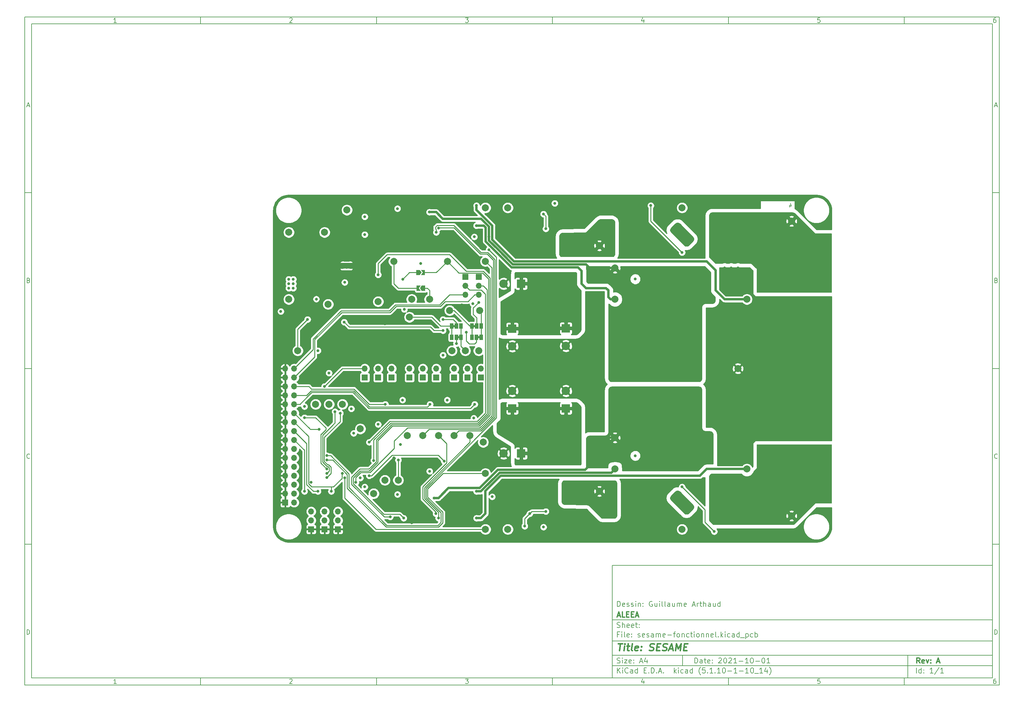
<source format=gbr>
%TF.GenerationSoftware,KiCad,Pcbnew,(5.1.10-1-10_14)*%
%TF.CreationDate,2021-10-01T13:06:55+02:00*%
%TF.ProjectId,sesame-fonctionnel,73657361-6d65-42d6-966f-6e6374696f6e,A*%
%TF.SameCoordinates,Original*%
%TF.FileFunction,Copper,L4,Bot*%
%TF.FilePolarity,Positive*%
%FSLAX46Y46*%
G04 Gerber Fmt 4.6, Leading zero omitted, Abs format (unit mm)*
G04 Created by KiCad (PCBNEW (5.1.10-1-10_14)) date 2021-10-01 13:06:55*
%MOMM*%
%LPD*%
G01*
G04 APERTURE LIST*
%ADD10C,0.100000*%
%ADD11C,0.150000*%
%ADD12C,0.300000*%
%ADD13C,0.400000*%
%TA.AperFunction,EtchedComponent*%
%ADD14C,0.100000*%
%TD*%
%TA.AperFunction,ComponentPad*%
%ADD15C,0.100000*%
%TD*%
%TA.AperFunction,ComponentPad*%
%ADD16C,6.000000*%
%TD*%
%TA.AperFunction,ComponentPad*%
%ADD17C,3.000000*%
%TD*%
%TA.AperFunction,ComponentPad*%
%ADD18O,3.300000X4.300000*%
%TD*%
%TA.AperFunction,SMDPad,CuDef*%
%ADD19C,0.100000*%
%TD*%
%TA.AperFunction,SMDPad,CuDef*%
%ADD20R,1.000000X1.500000*%
%TD*%
%TA.AperFunction,ComponentPad*%
%ADD21C,2.000000*%
%TD*%
%TA.AperFunction,ComponentPad*%
%ADD22C,0.500000*%
%TD*%
%TA.AperFunction,ComponentPad*%
%ADD23O,1.700000X1.700000*%
%TD*%
%TA.AperFunction,ComponentPad*%
%ADD24R,1.700000X1.700000*%
%TD*%
%TA.AperFunction,ComponentPad*%
%ADD25C,2.400000*%
%TD*%
%TA.AperFunction,ComponentPad*%
%ADD26R,2.400000X2.400000*%
%TD*%
%TA.AperFunction,ViaPad*%
%ADD27C,0.820000*%
%TD*%
%TA.AperFunction,Conductor*%
%ADD28C,0.250000*%
%TD*%
%TA.AperFunction,Conductor*%
%ADD29C,0.635000*%
%TD*%
%TA.AperFunction,Conductor*%
%ADD30C,0.254000*%
%TD*%
%TA.AperFunction,Conductor*%
%ADD31C,0.100000*%
%TD*%
G04 APERTURE END LIST*
D10*
D11*
X177002200Y-166007200D02*
X177002200Y-198007200D01*
X285002200Y-198007200D01*
X285002200Y-166007200D01*
X177002200Y-166007200D01*
D10*
D11*
X10000000Y-10000000D02*
X10000000Y-200007200D01*
X287002200Y-200007200D01*
X287002200Y-10000000D01*
X10000000Y-10000000D01*
D10*
D11*
X12000000Y-12000000D02*
X12000000Y-198007200D01*
X285002200Y-198007200D01*
X285002200Y-12000000D01*
X12000000Y-12000000D01*
D10*
D11*
X60000000Y-12000000D02*
X60000000Y-10000000D01*
D10*
D11*
X110000000Y-12000000D02*
X110000000Y-10000000D01*
D10*
D11*
X160000000Y-12000000D02*
X160000000Y-10000000D01*
D10*
D11*
X210000000Y-12000000D02*
X210000000Y-10000000D01*
D10*
D11*
X260000000Y-12000000D02*
X260000000Y-10000000D01*
D10*
D11*
X36065476Y-11588095D02*
X35322619Y-11588095D01*
X35694047Y-11588095D02*
X35694047Y-10288095D01*
X35570238Y-10473809D01*
X35446428Y-10597619D01*
X35322619Y-10659523D01*
D10*
D11*
X85322619Y-10411904D02*
X85384523Y-10350000D01*
X85508333Y-10288095D01*
X85817857Y-10288095D01*
X85941666Y-10350000D01*
X86003571Y-10411904D01*
X86065476Y-10535714D01*
X86065476Y-10659523D01*
X86003571Y-10845238D01*
X85260714Y-11588095D01*
X86065476Y-11588095D01*
D10*
D11*
X135260714Y-10288095D02*
X136065476Y-10288095D01*
X135632142Y-10783333D01*
X135817857Y-10783333D01*
X135941666Y-10845238D01*
X136003571Y-10907142D01*
X136065476Y-11030952D01*
X136065476Y-11340476D01*
X136003571Y-11464285D01*
X135941666Y-11526190D01*
X135817857Y-11588095D01*
X135446428Y-11588095D01*
X135322619Y-11526190D01*
X135260714Y-11464285D01*
D10*
D11*
X185941666Y-10721428D02*
X185941666Y-11588095D01*
X185632142Y-10226190D02*
X185322619Y-11154761D01*
X186127380Y-11154761D01*
D10*
D11*
X236003571Y-10288095D02*
X235384523Y-10288095D01*
X235322619Y-10907142D01*
X235384523Y-10845238D01*
X235508333Y-10783333D01*
X235817857Y-10783333D01*
X235941666Y-10845238D01*
X236003571Y-10907142D01*
X236065476Y-11030952D01*
X236065476Y-11340476D01*
X236003571Y-11464285D01*
X235941666Y-11526190D01*
X235817857Y-11588095D01*
X235508333Y-11588095D01*
X235384523Y-11526190D01*
X235322619Y-11464285D01*
D10*
D11*
X285941666Y-10288095D02*
X285694047Y-10288095D01*
X285570238Y-10350000D01*
X285508333Y-10411904D01*
X285384523Y-10597619D01*
X285322619Y-10845238D01*
X285322619Y-11340476D01*
X285384523Y-11464285D01*
X285446428Y-11526190D01*
X285570238Y-11588095D01*
X285817857Y-11588095D01*
X285941666Y-11526190D01*
X286003571Y-11464285D01*
X286065476Y-11340476D01*
X286065476Y-11030952D01*
X286003571Y-10907142D01*
X285941666Y-10845238D01*
X285817857Y-10783333D01*
X285570238Y-10783333D01*
X285446428Y-10845238D01*
X285384523Y-10907142D01*
X285322619Y-11030952D01*
D10*
D11*
X60000000Y-198007200D02*
X60000000Y-200007200D01*
D10*
D11*
X110000000Y-198007200D02*
X110000000Y-200007200D01*
D10*
D11*
X160000000Y-198007200D02*
X160000000Y-200007200D01*
D10*
D11*
X210000000Y-198007200D02*
X210000000Y-200007200D01*
D10*
D11*
X260000000Y-198007200D02*
X260000000Y-200007200D01*
D10*
D11*
X36065476Y-199595295D02*
X35322619Y-199595295D01*
X35694047Y-199595295D02*
X35694047Y-198295295D01*
X35570238Y-198481009D01*
X35446428Y-198604819D01*
X35322619Y-198666723D01*
D10*
D11*
X85322619Y-198419104D02*
X85384523Y-198357200D01*
X85508333Y-198295295D01*
X85817857Y-198295295D01*
X85941666Y-198357200D01*
X86003571Y-198419104D01*
X86065476Y-198542914D01*
X86065476Y-198666723D01*
X86003571Y-198852438D01*
X85260714Y-199595295D01*
X86065476Y-199595295D01*
D10*
D11*
X135260714Y-198295295D02*
X136065476Y-198295295D01*
X135632142Y-198790533D01*
X135817857Y-198790533D01*
X135941666Y-198852438D01*
X136003571Y-198914342D01*
X136065476Y-199038152D01*
X136065476Y-199347676D01*
X136003571Y-199471485D01*
X135941666Y-199533390D01*
X135817857Y-199595295D01*
X135446428Y-199595295D01*
X135322619Y-199533390D01*
X135260714Y-199471485D01*
D10*
D11*
X185941666Y-198728628D02*
X185941666Y-199595295D01*
X185632142Y-198233390D02*
X185322619Y-199161961D01*
X186127380Y-199161961D01*
D10*
D11*
X236003571Y-198295295D02*
X235384523Y-198295295D01*
X235322619Y-198914342D01*
X235384523Y-198852438D01*
X235508333Y-198790533D01*
X235817857Y-198790533D01*
X235941666Y-198852438D01*
X236003571Y-198914342D01*
X236065476Y-199038152D01*
X236065476Y-199347676D01*
X236003571Y-199471485D01*
X235941666Y-199533390D01*
X235817857Y-199595295D01*
X235508333Y-199595295D01*
X235384523Y-199533390D01*
X235322619Y-199471485D01*
D10*
D11*
X285941666Y-198295295D02*
X285694047Y-198295295D01*
X285570238Y-198357200D01*
X285508333Y-198419104D01*
X285384523Y-198604819D01*
X285322619Y-198852438D01*
X285322619Y-199347676D01*
X285384523Y-199471485D01*
X285446428Y-199533390D01*
X285570238Y-199595295D01*
X285817857Y-199595295D01*
X285941666Y-199533390D01*
X286003571Y-199471485D01*
X286065476Y-199347676D01*
X286065476Y-199038152D01*
X286003571Y-198914342D01*
X285941666Y-198852438D01*
X285817857Y-198790533D01*
X285570238Y-198790533D01*
X285446428Y-198852438D01*
X285384523Y-198914342D01*
X285322619Y-199038152D01*
D10*
D11*
X10000000Y-60000000D02*
X12000000Y-60000000D01*
D10*
D11*
X10000000Y-110000000D02*
X12000000Y-110000000D01*
D10*
D11*
X10000000Y-160000000D02*
X12000000Y-160000000D01*
D10*
D11*
X10690476Y-35216666D02*
X11309523Y-35216666D01*
X10566666Y-35588095D02*
X11000000Y-34288095D01*
X11433333Y-35588095D01*
D10*
D11*
X11092857Y-84907142D02*
X11278571Y-84969047D01*
X11340476Y-85030952D01*
X11402380Y-85154761D01*
X11402380Y-85340476D01*
X11340476Y-85464285D01*
X11278571Y-85526190D01*
X11154761Y-85588095D01*
X10659523Y-85588095D01*
X10659523Y-84288095D01*
X11092857Y-84288095D01*
X11216666Y-84350000D01*
X11278571Y-84411904D01*
X11340476Y-84535714D01*
X11340476Y-84659523D01*
X11278571Y-84783333D01*
X11216666Y-84845238D01*
X11092857Y-84907142D01*
X10659523Y-84907142D01*
D10*
D11*
X11402380Y-135464285D02*
X11340476Y-135526190D01*
X11154761Y-135588095D01*
X11030952Y-135588095D01*
X10845238Y-135526190D01*
X10721428Y-135402380D01*
X10659523Y-135278571D01*
X10597619Y-135030952D01*
X10597619Y-134845238D01*
X10659523Y-134597619D01*
X10721428Y-134473809D01*
X10845238Y-134350000D01*
X11030952Y-134288095D01*
X11154761Y-134288095D01*
X11340476Y-134350000D01*
X11402380Y-134411904D01*
D10*
D11*
X10659523Y-185588095D02*
X10659523Y-184288095D01*
X10969047Y-184288095D01*
X11154761Y-184350000D01*
X11278571Y-184473809D01*
X11340476Y-184597619D01*
X11402380Y-184845238D01*
X11402380Y-185030952D01*
X11340476Y-185278571D01*
X11278571Y-185402380D01*
X11154761Y-185526190D01*
X10969047Y-185588095D01*
X10659523Y-185588095D01*
D10*
D11*
X287002200Y-60000000D02*
X285002200Y-60000000D01*
D10*
D11*
X287002200Y-110000000D02*
X285002200Y-110000000D01*
D10*
D11*
X287002200Y-160000000D02*
X285002200Y-160000000D01*
D10*
D11*
X285692676Y-35216666D02*
X286311723Y-35216666D01*
X285568866Y-35588095D02*
X286002200Y-34288095D01*
X286435533Y-35588095D01*
D10*
D11*
X286095057Y-84907142D02*
X286280771Y-84969047D01*
X286342676Y-85030952D01*
X286404580Y-85154761D01*
X286404580Y-85340476D01*
X286342676Y-85464285D01*
X286280771Y-85526190D01*
X286156961Y-85588095D01*
X285661723Y-85588095D01*
X285661723Y-84288095D01*
X286095057Y-84288095D01*
X286218866Y-84350000D01*
X286280771Y-84411904D01*
X286342676Y-84535714D01*
X286342676Y-84659523D01*
X286280771Y-84783333D01*
X286218866Y-84845238D01*
X286095057Y-84907142D01*
X285661723Y-84907142D01*
D10*
D11*
X286404580Y-135464285D02*
X286342676Y-135526190D01*
X286156961Y-135588095D01*
X286033152Y-135588095D01*
X285847438Y-135526190D01*
X285723628Y-135402380D01*
X285661723Y-135278571D01*
X285599819Y-135030952D01*
X285599819Y-134845238D01*
X285661723Y-134597619D01*
X285723628Y-134473809D01*
X285847438Y-134350000D01*
X286033152Y-134288095D01*
X286156961Y-134288095D01*
X286342676Y-134350000D01*
X286404580Y-134411904D01*
D10*
D11*
X285661723Y-185588095D02*
X285661723Y-184288095D01*
X285971247Y-184288095D01*
X286156961Y-184350000D01*
X286280771Y-184473809D01*
X286342676Y-184597619D01*
X286404580Y-184845238D01*
X286404580Y-185030952D01*
X286342676Y-185278571D01*
X286280771Y-185402380D01*
X286156961Y-185526190D01*
X285971247Y-185588095D01*
X285661723Y-185588095D01*
D10*
D11*
X200434342Y-193785771D02*
X200434342Y-192285771D01*
X200791485Y-192285771D01*
X201005771Y-192357200D01*
X201148628Y-192500057D01*
X201220057Y-192642914D01*
X201291485Y-192928628D01*
X201291485Y-193142914D01*
X201220057Y-193428628D01*
X201148628Y-193571485D01*
X201005771Y-193714342D01*
X200791485Y-193785771D01*
X200434342Y-193785771D01*
X202577200Y-193785771D02*
X202577200Y-193000057D01*
X202505771Y-192857200D01*
X202362914Y-192785771D01*
X202077200Y-192785771D01*
X201934342Y-192857200D01*
X202577200Y-193714342D02*
X202434342Y-193785771D01*
X202077200Y-193785771D01*
X201934342Y-193714342D01*
X201862914Y-193571485D01*
X201862914Y-193428628D01*
X201934342Y-193285771D01*
X202077200Y-193214342D01*
X202434342Y-193214342D01*
X202577200Y-193142914D01*
X203077200Y-192785771D02*
X203648628Y-192785771D01*
X203291485Y-192285771D02*
X203291485Y-193571485D01*
X203362914Y-193714342D01*
X203505771Y-193785771D01*
X203648628Y-193785771D01*
X204720057Y-193714342D02*
X204577200Y-193785771D01*
X204291485Y-193785771D01*
X204148628Y-193714342D01*
X204077200Y-193571485D01*
X204077200Y-193000057D01*
X204148628Y-192857200D01*
X204291485Y-192785771D01*
X204577200Y-192785771D01*
X204720057Y-192857200D01*
X204791485Y-193000057D01*
X204791485Y-193142914D01*
X204077200Y-193285771D01*
X205434342Y-193642914D02*
X205505771Y-193714342D01*
X205434342Y-193785771D01*
X205362914Y-193714342D01*
X205434342Y-193642914D01*
X205434342Y-193785771D01*
X205434342Y-192857200D02*
X205505771Y-192928628D01*
X205434342Y-193000057D01*
X205362914Y-192928628D01*
X205434342Y-192857200D01*
X205434342Y-193000057D01*
X207220057Y-192428628D02*
X207291485Y-192357200D01*
X207434342Y-192285771D01*
X207791485Y-192285771D01*
X207934342Y-192357200D01*
X208005771Y-192428628D01*
X208077200Y-192571485D01*
X208077200Y-192714342D01*
X208005771Y-192928628D01*
X207148628Y-193785771D01*
X208077200Y-193785771D01*
X209005771Y-192285771D02*
X209148628Y-192285771D01*
X209291485Y-192357200D01*
X209362914Y-192428628D01*
X209434342Y-192571485D01*
X209505771Y-192857200D01*
X209505771Y-193214342D01*
X209434342Y-193500057D01*
X209362914Y-193642914D01*
X209291485Y-193714342D01*
X209148628Y-193785771D01*
X209005771Y-193785771D01*
X208862914Y-193714342D01*
X208791485Y-193642914D01*
X208720057Y-193500057D01*
X208648628Y-193214342D01*
X208648628Y-192857200D01*
X208720057Y-192571485D01*
X208791485Y-192428628D01*
X208862914Y-192357200D01*
X209005771Y-192285771D01*
X210077200Y-192428628D02*
X210148628Y-192357200D01*
X210291485Y-192285771D01*
X210648628Y-192285771D01*
X210791485Y-192357200D01*
X210862914Y-192428628D01*
X210934342Y-192571485D01*
X210934342Y-192714342D01*
X210862914Y-192928628D01*
X210005771Y-193785771D01*
X210934342Y-193785771D01*
X212362914Y-193785771D02*
X211505771Y-193785771D01*
X211934342Y-193785771D02*
X211934342Y-192285771D01*
X211791485Y-192500057D01*
X211648628Y-192642914D01*
X211505771Y-192714342D01*
X213005771Y-193214342D02*
X214148628Y-193214342D01*
X215648628Y-193785771D02*
X214791485Y-193785771D01*
X215220057Y-193785771D02*
X215220057Y-192285771D01*
X215077200Y-192500057D01*
X214934342Y-192642914D01*
X214791485Y-192714342D01*
X216577200Y-192285771D02*
X216720057Y-192285771D01*
X216862914Y-192357200D01*
X216934342Y-192428628D01*
X217005771Y-192571485D01*
X217077200Y-192857200D01*
X217077200Y-193214342D01*
X217005771Y-193500057D01*
X216934342Y-193642914D01*
X216862914Y-193714342D01*
X216720057Y-193785771D01*
X216577200Y-193785771D01*
X216434342Y-193714342D01*
X216362914Y-193642914D01*
X216291485Y-193500057D01*
X216220057Y-193214342D01*
X216220057Y-192857200D01*
X216291485Y-192571485D01*
X216362914Y-192428628D01*
X216434342Y-192357200D01*
X216577200Y-192285771D01*
X217720057Y-193214342D02*
X218862914Y-193214342D01*
X219862914Y-192285771D02*
X220005771Y-192285771D01*
X220148628Y-192357200D01*
X220220057Y-192428628D01*
X220291485Y-192571485D01*
X220362914Y-192857200D01*
X220362914Y-193214342D01*
X220291485Y-193500057D01*
X220220057Y-193642914D01*
X220148628Y-193714342D01*
X220005771Y-193785771D01*
X219862914Y-193785771D01*
X219720057Y-193714342D01*
X219648628Y-193642914D01*
X219577200Y-193500057D01*
X219505771Y-193214342D01*
X219505771Y-192857200D01*
X219577200Y-192571485D01*
X219648628Y-192428628D01*
X219720057Y-192357200D01*
X219862914Y-192285771D01*
X221791485Y-193785771D02*
X220934342Y-193785771D01*
X221362914Y-193785771D02*
X221362914Y-192285771D01*
X221220057Y-192500057D01*
X221077200Y-192642914D01*
X220934342Y-192714342D01*
D10*
D11*
X177002200Y-194507200D02*
X285002200Y-194507200D01*
D10*
D11*
X178434342Y-196585771D02*
X178434342Y-195085771D01*
X179291485Y-196585771D02*
X178648628Y-195728628D01*
X179291485Y-195085771D02*
X178434342Y-195942914D01*
X179934342Y-196585771D02*
X179934342Y-195585771D01*
X179934342Y-195085771D02*
X179862914Y-195157200D01*
X179934342Y-195228628D01*
X180005771Y-195157200D01*
X179934342Y-195085771D01*
X179934342Y-195228628D01*
X181505771Y-196442914D02*
X181434342Y-196514342D01*
X181220057Y-196585771D01*
X181077200Y-196585771D01*
X180862914Y-196514342D01*
X180720057Y-196371485D01*
X180648628Y-196228628D01*
X180577200Y-195942914D01*
X180577200Y-195728628D01*
X180648628Y-195442914D01*
X180720057Y-195300057D01*
X180862914Y-195157200D01*
X181077200Y-195085771D01*
X181220057Y-195085771D01*
X181434342Y-195157200D01*
X181505771Y-195228628D01*
X182791485Y-196585771D02*
X182791485Y-195800057D01*
X182720057Y-195657200D01*
X182577200Y-195585771D01*
X182291485Y-195585771D01*
X182148628Y-195657200D01*
X182791485Y-196514342D02*
X182648628Y-196585771D01*
X182291485Y-196585771D01*
X182148628Y-196514342D01*
X182077200Y-196371485D01*
X182077200Y-196228628D01*
X182148628Y-196085771D01*
X182291485Y-196014342D01*
X182648628Y-196014342D01*
X182791485Y-195942914D01*
X184148628Y-196585771D02*
X184148628Y-195085771D01*
X184148628Y-196514342D02*
X184005771Y-196585771D01*
X183720057Y-196585771D01*
X183577200Y-196514342D01*
X183505771Y-196442914D01*
X183434342Y-196300057D01*
X183434342Y-195871485D01*
X183505771Y-195728628D01*
X183577200Y-195657200D01*
X183720057Y-195585771D01*
X184005771Y-195585771D01*
X184148628Y-195657200D01*
X186005771Y-195800057D02*
X186505771Y-195800057D01*
X186720057Y-196585771D02*
X186005771Y-196585771D01*
X186005771Y-195085771D01*
X186720057Y-195085771D01*
X187362914Y-196442914D02*
X187434342Y-196514342D01*
X187362914Y-196585771D01*
X187291485Y-196514342D01*
X187362914Y-196442914D01*
X187362914Y-196585771D01*
X188077200Y-196585771D02*
X188077200Y-195085771D01*
X188434342Y-195085771D01*
X188648628Y-195157200D01*
X188791485Y-195300057D01*
X188862914Y-195442914D01*
X188934342Y-195728628D01*
X188934342Y-195942914D01*
X188862914Y-196228628D01*
X188791485Y-196371485D01*
X188648628Y-196514342D01*
X188434342Y-196585771D01*
X188077200Y-196585771D01*
X189577200Y-196442914D02*
X189648628Y-196514342D01*
X189577200Y-196585771D01*
X189505771Y-196514342D01*
X189577200Y-196442914D01*
X189577200Y-196585771D01*
X190220057Y-196157200D02*
X190934342Y-196157200D01*
X190077200Y-196585771D02*
X190577200Y-195085771D01*
X191077200Y-196585771D01*
X191577200Y-196442914D02*
X191648628Y-196514342D01*
X191577200Y-196585771D01*
X191505771Y-196514342D01*
X191577200Y-196442914D01*
X191577200Y-196585771D01*
X194577200Y-196585771D02*
X194577200Y-195085771D01*
X194720057Y-196014342D02*
X195148628Y-196585771D01*
X195148628Y-195585771D02*
X194577200Y-196157200D01*
X195791485Y-196585771D02*
X195791485Y-195585771D01*
X195791485Y-195085771D02*
X195720057Y-195157200D01*
X195791485Y-195228628D01*
X195862914Y-195157200D01*
X195791485Y-195085771D01*
X195791485Y-195228628D01*
X197148628Y-196514342D02*
X197005771Y-196585771D01*
X196720057Y-196585771D01*
X196577200Y-196514342D01*
X196505771Y-196442914D01*
X196434342Y-196300057D01*
X196434342Y-195871485D01*
X196505771Y-195728628D01*
X196577200Y-195657200D01*
X196720057Y-195585771D01*
X197005771Y-195585771D01*
X197148628Y-195657200D01*
X198434342Y-196585771D02*
X198434342Y-195800057D01*
X198362914Y-195657200D01*
X198220057Y-195585771D01*
X197934342Y-195585771D01*
X197791485Y-195657200D01*
X198434342Y-196514342D02*
X198291485Y-196585771D01*
X197934342Y-196585771D01*
X197791485Y-196514342D01*
X197720057Y-196371485D01*
X197720057Y-196228628D01*
X197791485Y-196085771D01*
X197934342Y-196014342D01*
X198291485Y-196014342D01*
X198434342Y-195942914D01*
X199791485Y-196585771D02*
X199791485Y-195085771D01*
X199791485Y-196514342D02*
X199648628Y-196585771D01*
X199362914Y-196585771D01*
X199220057Y-196514342D01*
X199148628Y-196442914D01*
X199077200Y-196300057D01*
X199077200Y-195871485D01*
X199148628Y-195728628D01*
X199220057Y-195657200D01*
X199362914Y-195585771D01*
X199648628Y-195585771D01*
X199791485Y-195657200D01*
X202077200Y-197157200D02*
X202005771Y-197085771D01*
X201862914Y-196871485D01*
X201791485Y-196728628D01*
X201720057Y-196514342D01*
X201648628Y-196157200D01*
X201648628Y-195871485D01*
X201720057Y-195514342D01*
X201791485Y-195300057D01*
X201862914Y-195157200D01*
X202005771Y-194942914D01*
X202077200Y-194871485D01*
X203362914Y-195085771D02*
X202648628Y-195085771D01*
X202577200Y-195800057D01*
X202648628Y-195728628D01*
X202791485Y-195657200D01*
X203148628Y-195657200D01*
X203291485Y-195728628D01*
X203362914Y-195800057D01*
X203434342Y-195942914D01*
X203434342Y-196300057D01*
X203362914Y-196442914D01*
X203291485Y-196514342D01*
X203148628Y-196585771D01*
X202791485Y-196585771D01*
X202648628Y-196514342D01*
X202577200Y-196442914D01*
X204077200Y-196442914D02*
X204148628Y-196514342D01*
X204077200Y-196585771D01*
X204005771Y-196514342D01*
X204077200Y-196442914D01*
X204077200Y-196585771D01*
X205577200Y-196585771D02*
X204720057Y-196585771D01*
X205148628Y-196585771D02*
X205148628Y-195085771D01*
X205005771Y-195300057D01*
X204862914Y-195442914D01*
X204720057Y-195514342D01*
X206220057Y-196442914D02*
X206291485Y-196514342D01*
X206220057Y-196585771D01*
X206148628Y-196514342D01*
X206220057Y-196442914D01*
X206220057Y-196585771D01*
X207720057Y-196585771D02*
X206862914Y-196585771D01*
X207291485Y-196585771D02*
X207291485Y-195085771D01*
X207148628Y-195300057D01*
X207005771Y-195442914D01*
X206862914Y-195514342D01*
X208648628Y-195085771D02*
X208791485Y-195085771D01*
X208934342Y-195157200D01*
X209005771Y-195228628D01*
X209077200Y-195371485D01*
X209148628Y-195657200D01*
X209148628Y-196014342D01*
X209077200Y-196300057D01*
X209005771Y-196442914D01*
X208934342Y-196514342D01*
X208791485Y-196585771D01*
X208648628Y-196585771D01*
X208505771Y-196514342D01*
X208434342Y-196442914D01*
X208362914Y-196300057D01*
X208291485Y-196014342D01*
X208291485Y-195657200D01*
X208362914Y-195371485D01*
X208434342Y-195228628D01*
X208505771Y-195157200D01*
X208648628Y-195085771D01*
X209791485Y-196014342D02*
X210934342Y-196014342D01*
X212434342Y-196585771D02*
X211577200Y-196585771D01*
X212005771Y-196585771D02*
X212005771Y-195085771D01*
X211862914Y-195300057D01*
X211720057Y-195442914D01*
X211577200Y-195514342D01*
X213077200Y-196014342D02*
X214220057Y-196014342D01*
X215720057Y-196585771D02*
X214862914Y-196585771D01*
X215291485Y-196585771D02*
X215291485Y-195085771D01*
X215148628Y-195300057D01*
X215005771Y-195442914D01*
X214862914Y-195514342D01*
X216648628Y-195085771D02*
X216791485Y-195085771D01*
X216934342Y-195157200D01*
X217005771Y-195228628D01*
X217077200Y-195371485D01*
X217148628Y-195657200D01*
X217148628Y-196014342D01*
X217077200Y-196300057D01*
X217005771Y-196442914D01*
X216934342Y-196514342D01*
X216791485Y-196585771D01*
X216648628Y-196585771D01*
X216505771Y-196514342D01*
X216434342Y-196442914D01*
X216362914Y-196300057D01*
X216291485Y-196014342D01*
X216291485Y-195657200D01*
X216362914Y-195371485D01*
X216434342Y-195228628D01*
X216505771Y-195157200D01*
X216648628Y-195085771D01*
X217434342Y-196728628D02*
X218577200Y-196728628D01*
X219720057Y-196585771D02*
X218862914Y-196585771D01*
X219291485Y-196585771D02*
X219291485Y-195085771D01*
X219148628Y-195300057D01*
X219005771Y-195442914D01*
X218862914Y-195514342D01*
X221005771Y-195585771D02*
X221005771Y-196585771D01*
X220648628Y-195014342D02*
X220291485Y-196085771D01*
X221220057Y-196085771D01*
X221648628Y-197157200D02*
X221720057Y-197085771D01*
X221862914Y-196871485D01*
X221934342Y-196728628D01*
X222005771Y-196514342D01*
X222077200Y-196157200D01*
X222077200Y-195871485D01*
X222005771Y-195514342D01*
X221934342Y-195300057D01*
X221862914Y-195157200D01*
X221720057Y-194942914D01*
X221648628Y-194871485D01*
D10*
D11*
X177002200Y-191507200D02*
X285002200Y-191507200D01*
D10*
D12*
X264411485Y-193785771D02*
X263911485Y-193071485D01*
X263554342Y-193785771D02*
X263554342Y-192285771D01*
X264125771Y-192285771D01*
X264268628Y-192357200D01*
X264340057Y-192428628D01*
X264411485Y-192571485D01*
X264411485Y-192785771D01*
X264340057Y-192928628D01*
X264268628Y-193000057D01*
X264125771Y-193071485D01*
X263554342Y-193071485D01*
X265625771Y-193714342D02*
X265482914Y-193785771D01*
X265197200Y-193785771D01*
X265054342Y-193714342D01*
X264982914Y-193571485D01*
X264982914Y-193000057D01*
X265054342Y-192857200D01*
X265197200Y-192785771D01*
X265482914Y-192785771D01*
X265625771Y-192857200D01*
X265697200Y-193000057D01*
X265697200Y-193142914D01*
X264982914Y-193285771D01*
X266197200Y-192785771D02*
X266554342Y-193785771D01*
X266911485Y-192785771D01*
X267482914Y-193642914D02*
X267554342Y-193714342D01*
X267482914Y-193785771D01*
X267411485Y-193714342D01*
X267482914Y-193642914D01*
X267482914Y-193785771D01*
X267482914Y-192857200D02*
X267554342Y-192928628D01*
X267482914Y-193000057D01*
X267411485Y-192928628D01*
X267482914Y-192857200D01*
X267482914Y-193000057D01*
X269268628Y-193357200D02*
X269982914Y-193357200D01*
X269125771Y-193785771D02*
X269625771Y-192285771D01*
X270125771Y-193785771D01*
D10*
D11*
X178362914Y-193714342D02*
X178577200Y-193785771D01*
X178934342Y-193785771D01*
X179077200Y-193714342D01*
X179148628Y-193642914D01*
X179220057Y-193500057D01*
X179220057Y-193357200D01*
X179148628Y-193214342D01*
X179077200Y-193142914D01*
X178934342Y-193071485D01*
X178648628Y-193000057D01*
X178505771Y-192928628D01*
X178434342Y-192857200D01*
X178362914Y-192714342D01*
X178362914Y-192571485D01*
X178434342Y-192428628D01*
X178505771Y-192357200D01*
X178648628Y-192285771D01*
X179005771Y-192285771D01*
X179220057Y-192357200D01*
X179862914Y-193785771D02*
X179862914Y-192785771D01*
X179862914Y-192285771D02*
X179791485Y-192357200D01*
X179862914Y-192428628D01*
X179934342Y-192357200D01*
X179862914Y-192285771D01*
X179862914Y-192428628D01*
X180434342Y-192785771D02*
X181220057Y-192785771D01*
X180434342Y-193785771D01*
X181220057Y-193785771D01*
X182362914Y-193714342D02*
X182220057Y-193785771D01*
X181934342Y-193785771D01*
X181791485Y-193714342D01*
X181720057Y-193571485D01*
X181720057Y-193000057D01*
X181791485Y-192857200D01*
X181934342Y-192785771D01*
X182220057Y-192785771D01*
X182362914Y-192857200D01*
X182434342Y-193000057D01*
X182434342Y-193142914D01*
X181720057Y-193285771D01*
X183077200Y-193642914D02*
X183148628Y-193714342D01*
X183077200Y-193785771D01*
X183005771Y-193714342D01*
X183077200Y-193642914D01*
X183077200Y-193785771D01*
X183077200Y-192857200D02*
X183148628Y-192928628D01*
X183077200Y-193000057D01*
X183005771Y-192928628D01*
X183077200Y-192857200D01*
X183077200Y-193000057D01*
X184862914Y-193357200D02*
X185577200Y-193357200D01*
X184720057Y-193785771D02*
X185220057Y-192285771D01*
X185720057Y-193785771D01*
X186862914Y-192785771D02*
X186862914Y-193785771D01*
X186505771Y-192214342D02*
X186148628Y-193285771D01*
X187077200Y-193285771D01*
D10*
D11*
X263434342Y-196585771D02*
X263434342Y-195085771D01*
X264791485Y-196585771D02*
X264791485Y-195085771D01*
X264791485Y-196514342D02*
X264648628Y-196585771D01*
X264362914Y-196585771D01*
X264220057Y-196514342D01*
X264148628Y-196442914D01*
X264077200Y-196300057D01*
X264077200Y-195871485D01*
X264148628Y-195728628D01*
X264220057Y-195657200D01*
X264362914Y-195585771D01*
X264648628Y-195585771D01*
X264791485Y-195657200D01*
X265505771Y-196442914D02*
X265577200Y-196514342D01*
X265505771Y-196585771D01*
X265434342Y-196514342D01*
X265505771Y-196442914D01*
X265505771Y-196585771D01*
X265505771Y-195657200D02*
X265577200Y-195728628D01*
X265505771Y-195800057D01*
X265434342Y-195728628D01*
X265505771Y-195657200D01*
X265505771Y-195800057D01*
X268148628Y-196585771D02*
X267291485Y-196585771D01*
X267720057Y-196585771D02*
X267720057Y-195085771D01*
X267577200Y-195300057D01*
X267434342Y-195442914D01*
X267291485Y-195514342D01*
X269862914Y-195014342D02*
X268577200Y-196942914D01*
X271148628Y-196585771D02*
X270291485Y-196585771D01*
X270720057Y-196585771D02*
X270720057Y-195085771D01*
X270577200Y-195300057D01*
X270434342Y-195442914D01*
X270291485Y-195514342D01*
D10*
D11*
X177002200Y-187507200D02*
X285002200Y-187507200D01*
D10*
D13*
X178714580Y-188211961D02*
X179857438Y-188211961D01*
X179036009Y-190211961D02*
X179286009Y-188211961D01*
X180274104Y-190211961D02*
X180440771Y-188878628D01*
X180524104Y-188211961D02*
X180416961Y-188307200D01*
X180500295Y-188402438D01*
X180607438Y-188307200D01*
X180524104Y-188211961D01*
X180500295Y-188402438D01*
X181107438Y-188878628D02*
X181869342Y-188878628D01*
X181476485Y-188211961D02*
X181262200Y-189926247D01*
X181333628Y-190116723D01*
X181512200Y-190211961D01*
X181702676Y-190211961D01*
X182655057Y-190211961D02*
X182476485Y-190116723D01*
X182405057Y-189926247D01*
X182619342Y-188211961D01*
X184190771Y-190116723D02*
X183988390Y-190211961D01*
X183607438Y-190211961D01*
X183428866Y-190116723D01*
X183357438Y-189926247D01*
X183452676Y-189164342D01*
X183571723Y-188973866D01*
X183774104Y-188878628D01*
X184155057Y-188878628D01*
X184333628Y-188973866D01*
X184405057Y-189164342D01*
X184381247Y-189354819D01*
X183405057Y-189545295D01*
X185155057Y-190021485D02*
X185238390Y-190116723D01*
X185131247Y-190211961D01*
X185047914Y-190116723D01*
X185155057Y-190021485D01*
X185131247Y-190211961D01*
X185286009Y-188973866D02*
X185369342Y-189069104D01*
X185262200Y-189164342D01*
X185178866Y-189069104D01*
X185286009Y-188973866D01*
X185262200Y-189164342D01*
X187524104Y-190116723D02*
X187797914Y-190211961D01*
X188274104Y-190211961D01*
X188476485Y-190116723D01*
X188583628Y-190021485D01*
X188702676Y-189831009D01*
X188726485Y-189640533D01*
X188655057Y-189450057D01*
X188571723Y-189354819D01*
X188393152Y-189259580D01*
X188024104Y-189164342D01*
X187845533Y-189069104D01*
X187762200Y-188973866D01*
X187690771Y-188783390D01*
X187714580Y-188592914D01*
X187833628Y-188402438D01*
X187940771Y-188307200D01*
X188143152Y-188211961D01*
X188619342Y-188211961D01*
X188893152Y-188307200D01*
X189643152Y-189164342D02*
X190309819Y-189164342D01*
X190464580Y-190211961D02*
X189512200Y-190211961D01*
X189762200Y-188211961D01*
X190714580Y-188211961D01*
X191238390Y-190116723D02*
X191512200Y-190211961D01*
X191988390Y-190211961D01*
X192190771Y-190116723D01*
X192297914Y-190021485D01*
X192416961Y-189831009D01*
X192440771Y-189640533D01*
X192369342Y-189450057D01*
X192286009Y-189354819D01*
X192107438Y-189259580D01*
X191738390Y-189164342D01*
X191559819Y-189069104D01*
X191476485Y-188973866D01*
X191405057Y-188783390D01*
X191428866Y-188592914D01*
X191547914Y-188402438D01*
X191655057Y-188307200D01*
X191857438Y-188211961D01*
X192333628Y-188211961D01*
X192607438Y-188307200D01*
X193202676Y-189640533D02*
X194155057Y-189640533D01*
X192940771Y-190211961D02*
X193857438Y-188211961D01*
X194274104Y-190211961D01*
X194940771Y-190211961D02*
X195190771Y-188211961D01*
X195678866Y-189640533D01*
X196524104Y-188211961D01*
X196274104Y-190211961D01*
X197357438Y-189164342D02*
X198024104Y-189164342D01*
X198178866Y-190211961D02*
X197226485Y-190211961D01*
X197476485Y-188211961D01*
X198428866Y-188211961D01*
D10*
D11*
X178934342Y-185600057D02*
X178434342Y-185600057D01*
X178434342Y-186385771D02*
X178434342Y-184885771D01*
X179148628Y-184885771D01*
X179720057Y-186385771D02*
X179720057Y-185385771D01*
X179720057Y-184885771D02*
X179648628Y-184957200D01*
X179720057Y-185028628D01*
X179791485Y-184957200D01*
X179720057Y-184885771D01*
X179720057Y-185028628D01*
X180648628Y-186385771D02*
X180505771Y-186314342D01*
X180434342Y-186171485D01*
X180434342Y-184885771D01*
X181791485Y-186314342D02*
X181648628Y-186385771D01*
X181362914Y-186385771D01*
X181220057Y-186314342D01*
X181148628Y-186171485D01*
X181148628Y-185600057D01*
X181220057Y-185457200D01*
X181362914Y-185385771D01*
X181648628Y-185385771D01*
X181791485Y-185457200D01*
X181862914Y-185600057D01*
X181862914Y-185742914D01*
X181148628Y-185885771D01*
X182505771Y-186242914D02*
X182577200Y-186314342D01*
X182505771Y-186385771D01*
X182434342Y-186314342D01*
X182505771Y-186242914D01*
X182505771Y-186385771D01*
X182505771Y-185457200D02*
X182577200Y-185528628D01*
X182505771Y-185600057D01*
X182434342Y-185528628D01*
X182505771Y-185457200D01*
X182505771Y-185600057D01*
X184291485Y-186314342D02*
X184434342Y-186385771D01*
X184720057Y-186385771D01*
X184862914Y-186314342D01*
X184934342Y-186171485D01*
X184934342Y-186100057D01*
X184862914Y-185957200D01*
X184720057Y-185885771D01*
X184505771Y-185885771D01*
X184362914Y-185814342D01*
X184291485Y-185671485D01*
X184291485Y-185600057D01*
X184362914Y-185457200D01*
X184505771Y-185385771D01*
X184720057Y-185385771D01*
X184862914Y-185457200D01*
X186148628Y-186314342D02*
X186005771Y-186385771D01*
X185720057Y-186385771D01*
X185577200Y-186314342D01*
X185505771Y-186171485D01*
X185505771Y-185600057D01*
X185577200Y-185457200D01*
X185720057Y-185385771D01*
X186005771Y-185385771D01*
X186148628Y-185457200D01*
X186220057Y-185600057D01*
X186220057Y-185742914D01*
X185505771Y-185885771D01*
X186791485Y-186314342D02*
X186934342Y-186385771D01*
X187220057Y-186385771D01*
X187362914Y-186314342D01*
X187434342Y-186171485D01*
X187434342Y-186100057D01*
X187362914Y-185957200D01*
X187220057Y-185885771D01*
X187005771Y-185885771D01*
X186862914Y-185814342D01*
X186791485Y-185671485D01*
X186791485Y-185600057D01*
X186862914Y-185457200D01*
X187005771Y-185385771D01*
X187220057Y-185385771D01*
X187362914Y-185457200D01*
X188720057Y-186385771D02*
X188720057Y-185600057D01*
X188648628Y-185457200D01*
X188505771Y-185385771D01*
X188220057Y-185385771D01*
X188077200Y-185457200D01*
X188720057Y-186314342D02*
X188577200Y-186385771D01*
X188220057Y-186385771D01*
X188077200Y-186314342D01*
X188005771Y-186171485D01*
X188005771Y-186028628D01*
X188077200Y-185885771D01*
X188220057Y-185814342D01*
X188577200Y-185814342D01*
X188720057Y-185742914D01*
X189434342Y-186385771D02*
X189434342Y-185385771D01*
X189434342Y-185528628D02*
X189505771Y-185457200D01*
X189648628Y-185385771D01*
X189862914Y-185385771D01*
X190005771Y-185457200D01*
X190077200Y-185600057D01*
X190077200Y-186385771D01*
X190077200Y-185600057D02*
X190148628Y-185457200D01*
X190291485Y-185385771D01*
X190505771Y-185385771D01*
X190648628Y-185457200D01*
X190720057Y-185600057D01*
X190720057Y-186385771D01*
X192005771Y-186314342D02*
X191862914Y-186385771D01*
X191577200Y-186385771D01*
X191434342Y-186314342D01*
X191362914Y-186171485D01*
X191362914Y-185600057D01*
X191434342Y-185457200D01*
X191577200Y-185385771D01*
X191862914Y-185385771D01*
X192005771Y-185457200D01*
X192077200Y-185600057D01*
X192077200Y-185742914D01*
X191362914Y-185885771D01*
X192720057Y-185814342D02*
X193862914Y-185814342D01*
X194362914Y-185385771D02*
X194934342Y-185385771D01*
X194577200Y-186385771D02*
X194577200Y-185100057D01*
X194648628Y-184957200D01*
X194791485Y-184885771D01*
X194934342Y-184885771D01*
X195648628Y-186385771D02*
X195505771Y-186314342D01*
X195434342Y-186242914D01*
X195362914Y-186100057D01*
X195362914Y-185671485D01*
X195434342Y-185528628D01*
X195505771Y-185457200D01*
X195648628Y-185385771D01*
X195862914Y-185385771D01*
X196005771Y-185457200D01*
X196077200Y-185528628D01*
X196148628Y-185671485D01*
X196148628Y-186100057D01*
X196077200Y-186242914D01*
X196005771Y-186314342D01*
X195862914Y-186385771D01*
X195648628Y-186385771D01*
X196791485Y-185385771D02*
X196791485Y-186385771D01*
X196791485Y-185528628D02*
X196862914Y-185457200D01*
X197005771Y-185385771D01*
X197220057Y-185385771D01*
X197362914Y-185457200D01*
X197434342Y-185600057D01*
X197434342Y-186385771D01*
X198791485Y-186314342D02*
X198648628Y-186385771D01*
X198362914Y-186385771D01*
X198220057Y-186314342D01*
X198148628Y-186242914D01*
X198077200Y-186100057D01*
X198077200Y-185671485D01*
X198148628Y-185528628D01*
X198220057Y-185457200D01*
X198362914Y-185385771D01*
X198648628Y-185385771D01*
X198791485Y-185457200D01*
X199220057Y-185385771D02*
X199791485Y-185385771D01*
X199434342Y-184885771D02*
X199434342Y-186171485D01*
X199505771Y-186314342D01*
X199648628Y-186385771D01*
X199791485Y-186385771D01*
X200291485Y-186385771D02*
X200291485Y-185385771D01*
X200291485Y-184885771D02*
X200220057Y-184957200D01*
X200291485Y-185028628D01*
X200362914Y-184957200D01*
X200291485Y-184885771D01*
X200291485Y-185028628D01*
X201220057Y-186385771D02*
X201077200Y-186314342D01*
X201005771Y-186242914D01*
X200934342Y-186100057D01*
X200934342Y-185671485D01*
X201005771Y-185528628D01*
X201077200Y-185457200D01*
X201220057Y-185385771D01*
X201434342Y-185385771D01*
X201577200Y-185457200D01*
X201648628Y-185528628D01*
X201720057Y-185671485D01*
X201720057Y-186100057D01*
X201648628Y-186242914D01*
X201577200Y-186314342D01*
X201434342Y-186385771D01*
X201220057Y-186385771D01*
X202362914Y-185385771D02*
X202362914Y-186385771D01*
X202362914Y-185528628D02*
X202434342Y-185457200D01*
X202577200Y-185385771D01*
X202791485Y-185385771D01*
X202934342Y-185457200D01*
X203005771Y-185600057D01*
X203005771Y-186385771D01*
X203720057Y-185385771D02*
X203720057Y-186385771D01*
X203720057Y-185528628D02*
X203791485Y-185457200D01*
X203934342Y-185385771D01*
X204148628Y-185385771D01*
X204291485Y-185457200D01*
X204362914Y-185600057D01*
X204362914Y-186385771D01*
X205648628Y-186314342D02*
X205505771Y-186385771D01*
X205220057Y-186385771D01*
X205077200Y-186314342D01*
X205005771Y-186171485D01*
X205005771Y-185600057D01*
X205077200Y-185457200D01*
X205220057Y-185385771D01*
X205505771Y-185385771D01*
X205648628Y-185457200D01*
X205720057Y-185600057D01*
X205720057Y-185742914D01*
X205005771Y-185885771D01*
X206577200Y-186385771D02*
X206434342Y-186314342D01*
X206362914Y-186171485D01*
X206362914Y-184885771D01*
X207148628Y-186242914D02*
X207220057Y-186314342D01*
X207148628Y-186385771D01*
X207077200Y-186314342D01*
X207148628Y-186242914D01*
X207148628Y-186385771D01*
X207862914Y-186385771D02*
X207862914Y-184885771D01*
X208005771Y-185814342D02*
X208434342Y-186385771D01*
X208434342Y-185385771D02*
X207862914Y-185957200D01*
X209077200Y-186385771D02*
X209077200Y-185385771D01*
X209077200Y-184885771D02*
X209005771Y-184957200D01*
X209077200Y-185028628D01*
X209148628Y-184957200D01*
X209077200Y-184885771D01*
X209077200Y-185028628D01*
X210434342Y-186314342D02*
X210291485Y-186385771D01*
X210005771Y-186385771D01*
X209862914Y-186314342D01*
X209791485Y-186242914D01*
X209720057Y-186100057D01*
X209720057Y-185671485D01*
X209791485Y-185528628D01*
X209862914Y-185457200D01*
X210005771Y-185385771D01*
X210291485Y-185385771D01*
X210434342Y-185457200D01*
X211720057Y-186385771D02*
X211720057Y-185600057D01*
X211648628Y-185457200D01*
X211505771Y-185385771D01*
X211220057Y-185385771D01*
X211077200Y-185457200D01*
X211720057Y-186314342D02*
X211577200Y-186385771D01*
X211220057Y-186385771D01*
X211077200Y-186314342D01*
X211005771Y-186171485D01*
X211005771Y-186028628D01*
X211077200Y-185885771D01*
X211220057Y-185814342D01*
X211577200Y-185814342D01*
X211720057Y-185742914D01*
X213077200Y-186385771D02*
X213077200Y-184885771D01*
X213077200Y-186314342D02*
X212934342Y-186385771D01*
X212648628Y-186385771D01*
X212505771Y-186314342D01*
X212434342Y-186242914D01*
X212362914Y-186100057D01*
X212362914Y-185671485D01*
X212434342Y-185528628D01*
X212505771Y-185457200D01*
X212648628Y-185385771D01*
X212934342Y-185385771D01*
X213077200Y-185457200D01*
X213434342Y-186528628D02*
X214577200Y-186528628D01*
X214934342Y-185385771D02*
X214934342Y-186885771D01*
X214934342Y-185457200D02*
X215077200Y-185385771D01*
X215362914Y-185385771D01*
X215505771Y-185457200D01*
X215577200Y-185528628D01*
X215648628Y-185671485D01*
X215648628Y-186100057D01*
X215577200Y-186242914D01*
X215505771Y-186314342D01*
X215362914Y-186385771D01*
X215077200Y-186385771D01*
X214934342Y-186314342D01*
X216934342Y-186314342D02*
X216791485Y-186385771D01*
X216505771Y-186385771D01*
X216362914Y-186314342D01*
X216291485Y-186242914D01*
X216220057Y-186100057D01*
X216220057Y-185671485D01*
X216291485Y-185528628D01*
X216362914Y-185457200D01*
X216505771Y-185385771D01*
X216791485Y-185385771D01*
X216934342Y-185457200D01*
X217577200Y-186385771D02*
X217577200Y-184885771D01*
X217577200Y-185457200D02*
X217720057Y-185385771D01*
X218005771Y-185385771D01*
X218148628Y-185457200D01*
X218220057Y-185528628D01*
X218291485Y-185671485D01*
X218291485Y-186100057D01*
X218220057Y-186242914D01*
X218148628Y-186314342D01*
X218005771Y-186385771D01*
X217720057Y-186385771D01*
X217577200Y-186314342D01*
D10*
D11*
X177002200Y-181507200D02*
X285002200Y-181507200D01*
D10*
D11*
X178362914Y-183614342D02*
X178577200Y-183685771D01*
X178934342Y-183685771D01*
X179077200Y-183614342D01*
X179148628Y-183542914D01*
X179220057Y-183400057D01*
X179220057Y-183257200D01*
X179148628Y-183114342D01*
X179077200Y-183042914D01*
X178934342Y-182971485D01*
X178648628Y-182900057D01*
X178505771Y-182828628D01*
X178434342Y-182757200D01*
X178362914Y-182614342D01*
X178362914Y-182471485D01*
X178434342Y-182328628D01*
X178505771Y-182257200D01*
X178648628Y-182185771D01*
X179005771Y-182185771D01*
X179220057Y-182257200D01*
X179862914Y-183685771D02*
X179862914Y-182185771D01*
X180505771Y-183685771D02*
X180505771Y-182900057D01*
X180434342Y-182757200D01*
X180291485Y-182685771D01*
X180077200Y-182685771D01*
X179934342Y-182757200D01*
X179862914Y-182828628D01*
X181791485Y-183614342D02*
X181648628Y-183685771D01*
X181362914Y-183685771D01*
X181220057Y-183614342D01*
X181148628Y-183471485D01*
X181148628Y-182900057D01*
X181220057Y-182757200D01*
X181362914Y-182685771D01*
X181648628Y-182685771D01*
X181791485Y-182757200D01*
X181862914Y-182900057D01*
X181862914Y-183042914D01*
X181148628Y-183185771D01*
X183077200Y-183614342D02*
X182934342Y-183685771D01*
X182648628Y-183685771D01*
X182505771Y-183614342D01*
X182434342Y-183471485D01*
X182434342Y-182900057D01*
X182505771Y-182757200D01*
X182648628Y-182685771D01*
X182934342Y-182685771D01*
X183077200Y-182757200D01*
X183148628Y-182900057D01*
X183148628Y-183042914D01*
X182434342Y-183185771D01*
X183577200Y-182685771D02*
X184148628Y-182685771D01*
X183791485Y-182185771D02*
X183791485Y-183471485D01*
X183862914Y-183614342D01*
X184005771Y-183685771D01*
X184148628Y-183685771D01*
X184648628Y-183542914D02*
X184720057Y-183614342D01*
X184648628Y-183685771D01*
X184577200Y-183614342D01*
X184648628Y-183542914D01*
X184648628Y-183685771D01*
X184648628Y-182757200D02*
X184720057Y-182828628D01*
X184648628Y-182900057D01*
X184577200Y-182828628D01*
X184648628Y-182757200D01*
X184648628Y-182900057D01*
D10*
D12*
X178482914Y-180257200D02*
X179197200Y-180257200D01*
X178340057Y-180685771D02*
X178840057Y-179185771D01*
X179340057Y-180685771D01*
X180554342Y-180685771D02*
X179840057Y-180685771D01*
X179840057Y-179185771D01*
X181054342Y-179900057D02*
X181554342Y-179900057D01*
X181768628Y-180685771D02*
X181054342Y-180685771D01*
X181054342Y-179185771D01*
X181768628Y-179185771D01*
X182411485Y-179900057D02*
X182911485Y-179900057D01*
X183125771Y-180685771D02*
X182411485Y-180685771D01*
X182411485Y-179185771D01*
X183125771Y-179185771D01*
X183697200Y-180257200D02*
X184411485Y-180257200D01*
X183554342Y-180685771D02*
X184054342Y-179185771D01*
X184554342Y-180685771D01*
D10*
D11*
X178434342Y-177685771D02*
X178434342Y-176185771D01*
X178791485Y-176185771D01*
X179005771Y-176257200D01*
X179148628Y-176400057D01*
X179220057Y-176542914D01*
X179291485Y-176828628D01*
X179291485Y-177042914D01*
X179220057Y-177328628D01*
X179148628Y-177471485D01*
X179005771Y-177614342D01*
X178791485Y-177685771D01*
X178434342Y-177685771D01*
X180505771Y-177614342D02*
X180362914Y-177685771D01*
X180077200Y-177685771D01*
X179934342Y-177614342D01*
X179862914Y-177471485D01*
X179862914Y-176900057D01*
X179934342Y-176757200D01*
X180077200Y-176685771D01*
X180362914Y-176685771D01*
X180505771Y-176757200D01*
X180577200Y-176900057D01*
X180577200Y-177042914D01*
X179862914Y-177185771D01*
X181148628Y-177614342D02*
X181291485Y-177685771D01*
X181577200Y-177685771D01*
X181720057Y-177614342D01*
X181791485Y-177471485D01*
X181791485Y-177400057D01*
X181720057Y-177257200D01*
X181577200Y-177185771D01*
X181362914Y-177185771D01*
X181220057Y-177114342D01*
X181148628Y-176971485D01*
X181148628Y-176900057D01*
X181220057Y-176757200D01*
X181362914Y-176685771D01*
X181577200Y-176685771D01*
X181720057Y-176757200D01*
X182362914Y-177614342D02*
X182505771Y-177685771D01*
X182791485Y-177685771D01*
X182934342Y-177614342D01*
X183005771Y-177471485D01*
X183005771Y-177400057D01*
X182934342Y-177257200D01*
X182791485Y-177185771D01*
X182577200Y-177185771D01*
X182434342Y-177114342D01*
X182362914Y-176971485D01*
X182362914Y-176900057D01*
X182434342Y-176757200D01*
X182577200Y-176685771D01*
X182791485Y-176685771D01*
X182934342Y-176757200D01*
X183648628Y-177685771D02*
X183648628Y-176685771D01*
X183648628Y-176185771D02*
X183577200Y-176257200D01*
X183648628Y-176328628D01*
X183720057Y-176257200D01*
X183648628Y-176185771D01*
X183648628Y-176328628D01*
X184362914Y-176685771D02*
X184362914Y-177685771D01*
X184362914Y-176828628D02*
X184434342Y-176757200D01*
X184577200Y-176685771D01*
X184791485Y-176685771D01*
X184934342Y-176757200D01*
X185005771Y-176900057D01*
X185005771Y-177685771D01*
X185720057Y-177542914D02*
X185791485Y-177614342D01*
X185720057Y-177685771D01*
X185648628Y-177614342D01*
X185720057Y-177542914D01*
X185720057Y-177685771D01*
X185720057Y-176757200D02*
X185791485Y-176828628D01*
X185720057Y-176900057D01*
X185648628Y-176828628D01*
X185720057Y-176757200D01*
X185720057Y-176900057D01*
X188362914Y-176257200D02*
X188220057Y-176185771D01*
X188005771Y-176185771D01*
X187791485Y-176257200D01*
X187648628Y-176400057D01*
X187577200Y-176542914D01*
X187505771Y-176828628D01*
X187505771Y-177042914D01*
X187577200Y-177328628D01*
X187648628Y-177471485D01*
X187791485Y-177614342D01*
X188005771Y-177685771D01*
X188148628Y-177685771D01*
X188362914Y-177614342D01*
X188434342Y-177542914D01*
X188434342Y-177042914D01*
X188148628Y-177042914D01*
X189720057Y-176685771D02*
X189720057Y-177685771D01*
X189077200Y-176685771D02*
X189077200Y-177471485D01*
X189148628Y-177614342D01*
X189291485Y-177685771D01*
X189505771Y-177685771D01*
X189648628Y-177614342D01*
X189720057Y-177542914D01*
X190434342Y-177685771D02*
X190434342Y-176685771D01*
X190434342Y-176185771D02*
X190362914Y-176257200D01*
X190434342Y-176328628D01*
X190505771Y-176257200D01*
X190434342Y-176185771D01*
X190434342Y-176328628D01*
X191362914Y-177685771D02*
X191220057Y-177614342D01*
X191148628Y-177471485D01*
X191148628Y-176185771D01*
X192148628Y-177685771D02*
X192005771Y-177614342D01*
X191934342Y-177471485D01*
X191934342Y-176185771D01*
X193362914Y-177685771D02*
X193362914Y-176900057D01*
X193291485Y-176757200D01*
X193148628Y-176685771D01*
X192862914Y-176685771D01*
X192720057Y-176757200D01*
X193362914Y-177614342D02*
X193220057Y-177685771D01*
X192862914Y-177685771D01*
X192720057Y-177614342D01*
X192648628Y-177471485D01*
X192648628Y-177328628D01*
X192720057Y-177185771D01*
X192862914Y-177114342D01*
X193220057Y-177114342D01*
X193362914Y-177042914D01*
X194720057Y-176685771D02*
X194720057Y-177685771D01*
X194077200Y-176685771D02*
X194077200Y-177471485D01*
X194148628Y-177614342D01*
X194291485Y-177685771D01*
X194505771Y-177685771D01*
X194648628Y-177614342D01*
X194720057Y-177542914D01*
X195434342Y-177685771D02*
X195434342Y-176685771D01*
X195434342Y-176828628D02*
X195505771Y-176757200D01*
X195648628Y-176685771D01*
X195862914Y-176685771D01*
X196005771Y-176757200D01*
X196077200Y-176900057D01*
X196077200Y-177685771D01*
X196077200Y-176900057D02*
X196148628Y-176757200D01*
X196291485Y-176685771D01*
X196505771Y-176685771D01*
X196648628Y-176757200D01*
X196720057Y-176900057D01*
X196720057Y-177685771D01*
X198005771Y-177614342D02*
X197862914Y-177685771D01*
X197577200Y-177685771D01*
X197434342Y-177614342D01*
X197362914Y-177471485D01*
X197362914Y-176900057D01*
X197434342Y-176757200D01*
X197577200Y-176685771D01*
X197862914Y-176685771D01*
X198005771Y-176757200D01*
X198077200Y-176900057D01*
X198077200Y-177042914D01*
X197362914Y-177185771D01*
X199791485Y-177257200D02*
X200505771Y-177257200D01*
X199648628Y-177685771D02*
X200148628Y-176185771D01*
X200648628Y-177685771D01*
X201148628Y-177685771D02*
X201148628Y-176685771D01*
X201148628Y-176971485D02*
X201220057Y-176828628D01*
X201291485Y-176757200D01*
X201434342Y-176685771D01*
X201577200Y-176685771D01*
X201862914Y-176685771D02*
X202434342Y-176685771D01*
X202077200Y-176185771D02*
X202077200Y-177471485D01*
X202148628Y-177614342D01*
X202291485Y-177685771D01*
X202434342Y-177685771D01*
X202934342Y-177685771D02*
X202934342Y-176185771D01*
X203577200Y-177685771D02*
X203577200Y-176900057D01*
X203505771Y-176757200D01*
X203362914Y-176685771D01*
X203148628Y-176685771D01*
X203005771Y-176757200D01*
X202934342Y-176828628D01*
X204934342Y-177685771D02*
X204934342Y-176900057D01*
X204862914Y-176757200D01*
X204720057Y-176685771D01*
X204434342Y-176685771D01*
X204291485Y-176757200D01*
X204934342Y-177614342D02*
X204791485Y-177685771D01*
X204434342Y-177685771D01*
X204291485Y-177614342D01*
X204220057Y-177471485D01*
X204220057Y-177328628D01*
X204291485Y-177185771D01*
X204434342Y-177114342D01*
X204791485Y-177114342D01*
X204934342Y-177042914D01*
X206291485Y-176685771D02*
X206291485Y-177685771D01*
X205648628Y-176685771D02*
X205648628Y-177471485D01*
X205720057Y-177614342D01*
X205862914Y-177685771D01*
X206077200Y-177685771D01*
X206220057Y-177614342D01*
X206291485Y-177542914D01*
X207648628Y-177685771D02*
X207648628Y-176185771D01*
X207648628Y-177614342D02*
X207505771Y-177685771D01*
X207220057Y-177685771D01*
X207077200Y-177614342D01*
X207005771Y-177542914D01*
X206934342Y-177400057D01*
X206934342Y-176971485D01*
X207005771Y-176828628D01*
X207077200Y-176757200D01*
X207220057Y-176685771D01*
X207505771Y-176685771D01*
X207648628Y-176757200D01*
D10*
D11*
X197002200Y-191507200D02*
X197002200Y-194507200D01*
D10*
D11*
X261002200Y-191507200D02*
X261002200Y-198007200D01*
%TO.C,REF\u002A\u002A*%
X227407523Y-63430714D02*
X227407523Y-64097380D01*
X227645619Y-63049761D02*
X227883714Y-63764047D01*
X227264666Y-63764047D01*
D14*
%TO.C,JP18*%
G36*
X139300000Y-100810000D02*
G01*
X138800000Y-100810000D01*
X138800000Y-101410000D01*
X139300000Y-101410000D01*
X139300000Y-100810000D01*
G37*
%TO.C,JP17*%
G36*
X137530000Y-98235000D02*
G01*
X138030000Y-98235000D01*
X138030000Y-97635000D01*
X137530000Y-97635000D01*
X137530000Y-98235000D01*
G37*
%TO.C,JP16*%
G36*
X133585000Y-100810000D02*
G01*
X133085000Y-100810000D01*
X133085000Y-101410000D01*
X133585000Y-101410000D01*
X133585000Y-100810000D01*
G37*
%TO.C,JP15*%
G36*
X131785000Y-98235000D02*
G01*
X132285000Y-98235000D01*
X132285000Y-97635000D01*
X131785000Y-97635000D01*
X131785000Y-98235000D01*
G37*
%TD*%
%TA.AperFunction,ComponentPad*%
D15*
%TO.P,L2,2*%
%TO.N,/MOS DRIVER R/VS*%
G36*
X192249388Y-100507798D02*
G01*
X190749388Y-110007798D01*
X190746918Y-110017283D01*
X190742644Y-110026105D01*
X190736732Y-110033922D01*
X190729409Y-110040437D01*
X190720955Y-110045397D01*
X190711695Y-110048613D01*
X190700000Y-110050000D01*
X187700000Y-110050000D01*
X187690245Y-110049039D01*
X187680866Y-110046194D01*
X187672221Y-110041573D01*
X187664645Y-110035355D01*
X187658427Y-110027779D01*
X187653806Y-110019134D01*
X187650612Y-110007798D01*
X186150612Y-100507798D01*
X186150383Y-100503888D01*
X186150000Y-100500000D01*
X186150000Y-95500000D01*
X186150961Y-95490245D01*
X186153806Y-95480866D01*
X186158427Y-95472221D01*
X186164645Y-95464645D01*
X186172221Y-95458427D01*
X186180866Y-95453806D01*
X186190245Y-95450961D01*
X186200000Y-95450000D01*
X192200000Y-95450000D01*
X192209755Y-95450961D01*
X192219134Y-95453806D01*
X192227779Y-95458427D01*
X192235355Y-95464645D01*
X192241573Y-95472221D01*
X192246194Y-95480866D01*
X192249039Y-95490245D01*
X192250000Y-95500000D01*
X192250000Y-100500000D01*
X192249388Y-100507798D01*
G37*
%TD.AperFunction*%
D16*
X189200000Y-95395000D03*
D17*
%TO.P,L2,1*%
%TO.N,/MOS DRIVER L/VS*%
X189200000Y-124605000D03*
%TA.AperFunction,ComponentPad*%
D15*
G36*
X192198946Y-120060212D02*
G01*
X192196386Y-120072482D01*
X192196386Y-120147203D01*
X192167530Y-120440191D01*
X192110094Y-120728941D01*
X192024632Y-121010670D01*
X191976310Y-121127330D01*
X190748946Y-127010212D01*
X190746013Y-127019564D01*
X190741312Y-127028165D01*
X190735024Y-127035684D01*
X190727389Y-127041831D01*
X190718702Y-127046371D01*
X190709296Y-127049128D01*
X190700000Y-127050000D01*
X187700000Y-127050000D01*
X187690245Y-127049039D01*
X187680866Y-127046194D01*
X187672221Y-127041573D01*
X187664645Y-127035355D01*
X187658427Y-127027779D01*
X187653806Y-127019134D01*
X187651054Y-127010212D01*
X186423690Y-121127329D01*
X186375368Y-121010670D01*
X186289906Y-120728941D01*
X186232470Y-120440191D01*
X186203614Y-120147203D01*
X186203614Y-120072482D01*
X186201054Y-120060212D01*
X186200002Y-120050467D01*
X186200872Y-120040704D01*
X186203614Y-120031349D01*
X186203614Y-119852797D01*
X186232470Y-119559809D01*
X186289906Y-119271059D01*
X186375368Y-118989330D01*
X186488032Y-118717335D01*
X186626814Y-118457692D01*
X186790377Y-118212902D01*
X186977147Y-117985323D01*
X187185323Y-117777147D01*
X187412902Y-117590377D01*
X187657692Y-117426814D01*
X187917335Y-117288032D01*
X188189330Y-117175368D01*
X188471059Y-117089906D01*
X188759809Y-117032470D01*
X189052797Y-117003614D01*
X189347203Y-117003614D01*
X189640191Y-117032470D01*
X189928941Y-117089906D01*
X190210670Y-117175368D01*
X190482665Y-117288032D01*
X190742308Y-117426814D01*
X190987098Y-117590377D01*
X191214677Y-117777147D01*
X191422853Y-117985323D01*
X191609623Y-118212902D01*
X191773186Y-118457692D01*
X191911968Y-118717335D01*
X192024632Y-118989330D01*
X192110094Y-119271059D01*
X192167530Y-119559809D01*
X192196386Y-119852797D01*
X192196386Y-120031499D01*
X192199039Y-120040245D01*
X192200000Y-120050000D01*
X192198946Y-120060212D01*
G37*
%TD.AperFunction*%
D18*
%TO.P,L2,2*%
%TO.N,/MOS DRIVER R/VS*%
X189200000Y-110000000D03*
%TO.P,L2,1*%
%TO.N,/MOS DRIVER L/VS*%
X189200000Y-127000000D03*
%TD*%
%TA.AperFunction,SMDPad,CuDef*%
D19*
%TO.P,JP20,1*%
%TO.N,Net-(C53-Pad2)*%
G36*
X122800000Y-82695000D02*
G01*
X122300000Y-83445000D01*
X121300000Y-83445000D01*
X121300000Y-81945000D01*
X122300000Y-81945000D01*
X122800000Y-82695000D01*
G37*
%TD.AperFunction*%
%TA.AperFunction,SMDPad,CuDef*%
%TO.P,JP20,2*%
%TO.N,/MOS DRIVER L/HB*%
G36*
X123750000Y-83445000D02*
G01*
X122600000Y-83445000D01*
X123100000Y-82695000D01*
X122600000Y-81945000D01*
X123750000Y-81945000D01*
X123750000Y-83445000D01*
G37*
%TD.AperFunction*%
%TD*%
%TA.AperFunction,SMDPad,CuDef*%
%TO.P,JP19,1*%
%TO.N,Net-(C52-Pad2)*%
G36*
X122340000Y-87140000D02*
G01*
X122840000Y-86390000D01*
X123840000Y-86390000D01*
X123840000Y-87890000D01*
X122840000Y-87890000D01*
X122340000Y-87140000D01*
G37*
%TD.AperFunction*%
%TA.AperFunction,SMDPad,CuDef*%
%TO.P,JP19,2*%
%TO.N,/MOS DRIVER R/HB*%
G36*
X121390000Y-86390000D02*
G01*
X122540000Y-86390000D01*
X122040000Y-87140000D01*
X122540000Y-87890000D01*
X121390000Y-87890000D01*
X121390000Y-86390000D01*
G37*
%TD.AperFunction*%
%TD*%
D20*
%TO.P,JP18,2*%
%TO.N,/~INT_PWM_Freewheel*%
X138400000Y-101110000D03*
%TO.P,JP18,3*%
%TO.N,/PWM GEN/PWM_Power_Jumper*%
X137100000Y-101110000D03*
%TO.P,JP18,1*%
%TO.N,/PWM GEN/~PWM_Freewheel_Jumper*%
X139700000Y-101110000D03*
%TD*%
%TO.P,JP17,2*%
%TO.N,/INT_PWM_Power*%
X138430000Y-97935000D03*
%TO.P,JP17,3*%
%TO.N,/PWM GEN/~PWM_Freewheel_Jumper*%
X139730000Y-97935000D03*
%TO.P,JP17,1*%
%TO.N,/PWM GEN/PWM_Power_Jumper*%
X137130000Y-97935000D03*
%TD*%
%TO.P,JP16,2*%
%TO.N,/PWM GEN/Feedback_Jump*%
X132685000Y-101110000D03*
%TO.P,JP16,3*%
%TO.N,/PWM GEN/Feedback_Deadtime*%
X131385000Y-101110000D03*
%TO.P,JP16,1*%
%TO.N,/PID/Feedback*%
X133985000Y-101110000D03*
%TD*%
%TO.P,JP15,2*%
%TO.N,/PWM GEN/Feedback_Deadtime_Jump*%
X132685000Y-97935000D03*
%TO.P,JP15,3*%
%TO.N,/PID/Feedback*%
X133985000Y-97935000D03*
%TO.P,JP15,1*%
%TO.N,/PWM GEN/Feedback_Deadtime*%
X131385000Y-97935000D03*
%TD*%
D21*
%TO.P,TP49,1*%
%TO.N,/MOS DRIVER R/HB*%
X114905000Y-79520000D03*
%TD*%
%TO.P,TP48,1*%
%TO.N,/MOS DRIVER L/HB*%
X130145000Y-79520000D03*
%TD*%
%TO.P,TP44,1*%
%TO.N,Net-(C53-Pad2)*%
X119985000Y-90315000D03*
%TD*%
%TO.P,TP43,1*%
%TO.N,Net-(C52-Pad2)*%
X125065000Y-90315000D03*
%TD*%
%TA.AperFunction,ComponentPad*%
D15*
%TO.P,J1,1*%
%TO.N,/L*%
G36*
X218050961Y-131640245D02*
G01*
X218053806Y-131630866D01*
X218058427Y-131622221D01*
X218064645Y-131614645D01*
X218072221Y-131608427D01*
X218080866Y-131603806D01*
X218090245Y-131600961D01*
X218100000Y-131600000D01*
X239300000Y-131600000D01*
X239309755Y-131600961D01*
X239319134Y-131603806D01*
X239327779Y-131608427D01*
X239335355Y-131614645D01*
X239341573Y-131622221D01*
X239346194Y-131630866D01*
X239349039Y-131640245D01*
X239350000Y-131650000D01*
X239350000Y-148350000D01*
X239349039Y-148359755D01*
X239346194Y-148369134D01*
X239341573Y-148377779D01*
X239335355Y-148385355D01*
X239327779Y-148391573D01*
X239319134Y-148396194D01*
X239309755Y-148399039D01*
X239300000Y-148400000D01*
X218100000Y-148400000D01*
X218090245Y-148399039D01*
X218080866Y-148396194D01*
X218072221Y-148391573D01*
X218064645Y-148385355D01*
X218058427Y-148377779D01*
X218053806Y-148369134D01*
X218050961Y-148359755D01*
X218050000Y-148350000D01*
X218050000Y-131650000D01*
X218050961Y-131640245D01*
G37*
%TD.AperFunction*%
D21*
X233000000Y-143000000D03*
X233000000Y-137000000D03*
X226000000Y-134000000D03*
X230000000Y-134000000D03*
X233000000Y-134000000D03*
X236000000Y-134000000D03*
X236000000Y-137000000D03*
X236000000Y-140000000D03*
X236000000Y-143000000D03*
X236000000Y-146000000D03*
X233000000Y-146000000D03*
X230000000Y-146000000D03*
X226000000Y-146000000D03*
X223000000Y-137000000D03*
X223000000Y-143000000D03*
X223000000Y-146000000D03*
X223000000Y-134000000D03*
X220000000Y-134000000D03*
X220000000Y-137000000D03*
X220000000Y-146000000D03*
X220000000Y-143000000D03*
X220000000Y-140000000D03*
%TD*%
%TA.AperFunction,ComponentPad*%
D15*
%TO.P,J7,1*%
%TO.N,/R*%
G36*
X218050961Y-71650245D02*
G01*
X218053806Y-71640866D01*
X218058427Y-71632221D01*
X218064645Y-71624645D01*
X218072221Y-71618427D01*
X218080866Y-71613806D01*
X218090245Y-71610961D01*
X218100000Y-71610000D01*
X239300000Y-71610000D01*
X239309755Y-71610961D01*
X239319134Y-71613806D01*
X239327779Y-71618427D01*
X239335355Y-71624645D01*
X239341573Y-71632221D01*
X239346194Y-71640866D01*
X239349039Y-71650245D01*
X239350000Y-71660000D01*
X239350000Y-88360000D01*
X239349039Y-88369755D01*
X239346194Y-88379134D01*
X239341573Y-88387779D01*
X239335355Y-88395355D01*
X239327779Y-88401573D01*
X239319134Y-88406194D01*
X239309755Y-88409039D01*
X239300000Y-88410000D01*
X218100000Y-88410000D01*
X218090245Y-88409039D01*
X218080866Y-88406194D01*
X218072221Y-88401573D01*
X218064645Y-88395355D01*
X218058427Y-88387779D01*
X218053806Y-88379134D01*
X218050961Y-88369755D01*
X218050000Y-88360000D01*
X218050000Y-71660000D01*
X218050961Y-71650245D01*
G37*
%TD.AperFunction*%
D21*
X233000000Y-83010000D03*
X233000000Y-77010000D03*
X226000000Y-74010000D03*
X230000000Y-74010000D03*
X233000000Y-74010000D03*
X236000000Y-74010000D03*
X236000000Y-77010000D03*
X236000000Y-80010000D03*
X236000000Y-83010000D03*
X236000000Y-86010000D03*
X233000000Y-86010000D03*
X230000000Y-86010000D03*
X226000000Y-86010000D03*
X223000000Y-77010000D03*
X223000000Y-83010000D03*
X223000000Y-86010000D03*
X223000000Y-74010000D03*
X220000000Y-74010000D03*
X220000000Y-77010000D03*
X220000000Y-86010000D03*
X220000000Y-83010000D03*
X220000000Y-80010000D03*
%TD*%
%TA.AperFunction,ComponentPad*%
D15*
%TO.P,J8,1*%
%TO.N,GND*%
G36*
X218050961Y-111640245D02*
G01*
X218053806Y-111630866D01*
X218058427Y-111622221D01*
X218064645Y-111614645D01*
X218072221Y-111608427D01*
X218080866Y-111603806D01*
X218090245Y-111600961D01*
X218100000Y-111600000D01*
X239300000Y-111600000D01*
X239309755Y-111600961D01*
X239319134Y-111603806D01*
X239327779Y-111608427D01*
X239335355Y-111614645D01*
X239341573Y-111622221D01*
X239346194Y-111630866D01*
X239349039Y-111640245D01*
X239350000Y-111650000D01*
X239350000Y-128350000D01*
X239349039Y-128359755D01*
X239346194Y-128369134D01*
X239341573Y-128377779D01*
X239335355Y-128385355D01*
X239327779Y-128391573D01*
X239319134Y-128396194D01*
X239309755Y-128399039D01*
X239300000Y-128400000D01*
X218100000Y-128400000D01*
X218090245Y-128399039D01*
X218080866Y-128396194D01*
X218072221Y-128391573D01*
X218064645Y-128385355D01*
X218058427Y-128377779D01*
X218053806Y-128369134D01*
X218050961Y-128359755D01*
X218050000Y-128350000D01*
X218050000Y-111650000D01*
X218050961Y-111640245D01*
G37*
%TD.AperFunction*%
D21*
X233000000Y-123000000D03*
X233000000Y-117000000D03*
X226000000Y-114000000D03*
X230000000Y-114000000D03*
X233000000Y-114000000D03*
X236000000Y-114000000D03*
X236000000Y-117000000D03*
X236000000Y-120000000D03*
X236000000Y-123000000D03*
X236000000Y-126000000D03*
X233000000Y-126000000D03*
X230000000Y-126000000D03*
X226000000Y-126000000D03*
X223000000Y-117000000D03*
X223000000Y-123000000D03*
X223000000Y-126000000D03*
X223000000Y-114000000D03*
X220000000Y-114000000D03*
X220000000Y-117000000D03*
X220000000Y-126000000D03*
X220000000Y-123000000D03*
X220000000Y-120000000D03*
%TD*%
%TA.AperFunction,ComponentPad*%
D15*
%TO.P,J2,1*%
%TO.N,GND*%
G36*
X218050961Y-91640245D02*
G01*
X218053806Y-91630866D01*
X218058427Y-91622221D01*
X218064645Y-91614645D01*
X218072221Y-91608427D01*
X218080866Y-91603806D01*
X218090245Y-91600961D01*
X218100000Y-91600000D01*
X239300000Y-91600000D01*
X239309755Y-91600961D01*
X239319134Y-91603806D01*
X239327779Y-91608427D01*
X239335355Y-91614645D01*
X239341573Y-91622221D01*
X239346194Y-91630866D01*
X239349039Y-91640245D01*
X239350000Y-91650000D01*
X239350000Y-108350000D01*
X239349039Y-108359755D01*
X239346194Y-108369134D01*
X239341573Y-108377779D01*
X239335355Y-108385355D01*
X239327779Y-108391573D01*
X239319134Y-108396194D01*
X239309755Y-108399039D01*
X239300000Y-108400000D01*
X218100000Y-108400000D01*
X218090245Y-108399039D01*
X218080866Y-108396194D01*
X218072221Y-108391573D01*
X218064645Y-108385355D01*
X218058427Y-108377779D01*
X218053806Y-108369134D01*
X218050961Y-108359755D01*
X218050000Y-108350000D01*
X218050000Y-91650000D01*
X218050961Y-91640245D01*
G37*
%TD.AperFunction*%
D21*
X233000000Y-103000000D03*
X233000000Y-97000000D03*
X226000000Y-94000000D03*
X230000000Y-94000000D03*
X233000000Y-94000000D03*
X236000000Y-94000000D03*
X236000000Y-97000000D03*
X236000000Y-100000000D03*
X236000000Y-103000000D03*
X236000000Y-106000000D03*
X233000000Y-106000000D03*
X230000000Y-106000000D03*
X226000000Y-106000000D03*
X223000000Y-97000000D03*
X223000000Y-103000000D03*
X223000000Y-106000000D03*
X223000000Y-94000000D03*
X220000000Y-94000000D03*
X220000000Y-97000000D03*
X220000000Y-106000000D03*
X220000000Y-103000000D03*
X220000000Y-100000000D03*
%TD*%
D22*
%TO.P,U15,17*%
%TO.N,GND*%
X100443000Y-81290000D03*
X100443000Y-80290000D03*
X101443000Y-81290000D03*
X101443000Y-80290000D03*
X102443000Y-81290000D03*
X102443000Y-80290000D03*
%TA.AperFunction,SMDPad,CuDef*%
G36*
G01*
X102443000Y-81540000D02*
X100443000Y-81540000D01*
G75*
G02*
X100193000Y-81290000I0J250000D01*
G01*
X100193000Y-80290000D01*
G75*
G02*
X100443000Y-80040000I250000J0D01*
G01*
X102443000Y-80040000D01*
G75*
G02*
X102693000Y-80290000I0J-250000D01*
G01*
X102693000Y-81290000D01*
G75*
G02*
X102443000Y-81540000I-250000J0D01*
G01*
G37*
%TD.AperFunction*%
%TD*%
D23*
%TO.P,J9,32*%
%TO.N,/INT EXT CONFIG/~Ext_PWM*%
X86584000Y-110000000D03*
%TO.P,J9,31*%
%TO.N,GND*%
X84044000Y-110000000D03*
%TO.P,J9,30*%
%TO.N,/INT EXT CONFIG/Ext_PWM*%
X86584000Y-112540000D03*
%TO.P,J9,29*%
%TO.N,GND*%
X84044000Y-112540000D03*
%TO.P,J9,28*%
%TO.N,/Voltage_Thres*%
X86584000Y-115080000D03*
%TO.P,J9,27*%
%TO.N,GND*%
X84044000Y-115080000D03*
%TO.P,J9,26*%
%TO.N,/Current_Thres*%
X86584000Y-117620000D03*
%TO.P,J9,25*%
%TO.N,GND*%
X84044000Y-117620000D03*
%TO.P,J9,24*%
%TO.N,/Ext_Setpoint*%
X86584000Y-120160000D03*
%TO.P,J9,23*%
%TO.N,GND*%
X84044000Y-120160000D03*
%TO.P,J9,22*%
%TO.N,/Rearm*%
X86584000Y-122700000D03*
%TO.P,J9,21*%
%TO.N,GND*%
X84044000Y-122700000D03*
%TO.P,J9,20*%
%TO.N,/Mode*%
X86584000Y-125240000D03*
%TO.P,J9,19*%
%TO.N,GND*%
X84044000Y-125240000D03*
%TO.P,J9,18*%
%TO.N,/CC_CV_Mode*%
X86584000Y-127780000D03*
%TO.P,J9,17*%
%TO.N,GND*%
X84044000Y-127780000D03*
%TO.P,J9,16*%
%TO.N,/Dir*%
X86584000Y-130320000D03*
%TO.P,J9,15*%
%TO.N,GND*%
X84044000Y-130320000D03*
%TO.P,J9,14*%
%TO.N,/Voltage_Sens_L*%
X86584000Y-132860000D03*
%TO.P,J9,13*%
%TO.N,GND*%
X84044000Y-132860000D03*
%TO.P,J9,12*%
%TO.N,/Voltage_Sens_R*%
X86584000Y-135400000D03*
%TO.P,J9,11*%
%TO.N,GND*%
X84044000Y-135400000D03*
%TO.P,J9,10*%
%TO.N,/Current_Sens_L*%
X86584000Y-137940000D03*
%TO.P,J9,9*%
%TO.N,GND*%
X84044000Y-137940000D03*
%TO.P,J9,8*%
%TO.N,/Current_Sens_R*%
X86584000Y-140480000D03*
%TO.P,J9,7*%
%TO.N,GND*%
X84044000Y-140480000D03*
%TO.P,J9,6*%
%TO.N,VREF*%
X86584000Y-143020000D03*
%TO.P,J9,5*%
%TO.N,GND*%
X84044000Y-143020000D03*
%TO.P,J9,4*%
%TO.N,VCC*%
X86584000Y-145560000D03*
%TO.P,J9,3*%
%TO.N,GND*%
X84044000Y-145560000D03*
%TO.P,J9,2*%
%TO.N,VCC*%
X86584000Y-148100000D03*
D24*
%TO.P,J9,1*%
%TO.N,GND*%
X84044000Y-148100000D03*
%TD*%
D21*
%TO.P,TP47,1*%
%TO.N,/MOS DRIVER R/VG_P*%
X177770000Y-90315000D03*
%TD*%
%TO.P,TP46,1*%
%TO.N,/MOS DRIVER R/VS*%
X177770000Y-81425000D03*
%TD*%
%TO.P,TP45,1*%
%TO.N,/DC/DC CONVERTER/VG_RP*%
X215235000Y-90315000D03*
%TD*%
%TO.P,TP42,1*%
%TO.N,VCC*%
X101570000Y-64915000D03*
%TD*%
%TO.P,TP41,1*%
%TO.N,Net-(C30-Pad1)*%
X95220000Y-71265000D03*
%TD*%
%TO.P,TP40,1*%
%TO.N,Net-(C30-Pad2)*%
X85060000Y-71265000D03*
%TD*%
%TO.P,TP39,1*%
%TO.N,/INTERNAL SUPPLIES/VIN*%
X85060000Y-90315000D03*
%TD*%
%TO.P,TP38,1*%
%TO.N,/PWM GEN/~PWM_Freewheel_Jumper*%
X139307000Y-93490000D03*
%TD*%
%TO.P,TP37,1*%
%TO.N,/PWM GEN/PWM_Power_Jumper*%
X130780000Y-93490000D03*
%TD*%
%TO.P,TP36,1*%
%TO.N,/PWM GEN/Feedback_Deadtime*%
X119350000Y-95395000D03*
%TD*%
%TO.P,TP35,1*%
%TO.N,/PWM GEN/VDeadTime*%
X131415000Y-104920000D03*
%TD*%
%TO.P,TP34,1*%
%TO.N,/DC/DC CONVERTER/VG_LP*%
X215235000Y-138575000D03*
%TD*%
%TO.P,TP33,1*%
%TO.N,/MOS DRIVER L/VS*%
X177770000Y-129685000D03*
%TD*%
%TO.P,TP32,1*%
%TO.N,/DC/DC CONVERTER/VG_LS*%
X177770000Y-138575000D03*
%TD*%
%TO.P,TP31,1*%
%TO.N,/Voltage_Sens_R*%
X140940000Y-64280000D03*
%TD*%
%TO.P,TP30,1*%
%TO.N,/Current_Sens_R*%
X140940000Y-79520000D03*
%TD*%
%TO.P,TP29,1*%
%TO.N,Net-(Q12-Pad2)*%
X147290000Y-64280000D03*
%TD*%
%TO.P,TP28,1*%
%TO.N,/VProt_Right*%
X173325000Y-75075000D03*
%TD*%
%TO.P,TP27,1*%
%TO.N,Net-(D5-Pad1)*%
X196820000Y-64280000D03*
%TD*%
%TO.P,TP26,1*%
%TO.N,/R*%
X227935000Y-68090000D03*
%TD*%
%TO.P,TP25,1*%
%TO.N,/VProt_Left*%
X173325000Y-144925000D03*
%TD*%
%TO.P,TP24,1*%
%TO.N,Net-(D2-Pad1)*%
X196820000Y-155720000D03*
%TD*%
%TO.P,TP23,1*%
%TO.N,/L*%
X227935000Y-151910000D03*
%TD*%
%TO.P,TP22,1*%
%TO.N,/Voltage_Sens_L*%
X140940000Y-139845000D03*
%TD*%
%TO.P,TP21,1*%
%TO.N,/Current_Sens_L*%
X140940000Y-155720000D03*
%TD*%
%TO.P,TP20,1*%
%TO.N,Net-(Q4-Pad2)*%
X147290000Y-155720000D03*
%TD*%
%TO.P,TP19,1*%
%TO.N,/PWM GEN/Ramp*%
X96236000Y-91712000D03*
%TD*%
%TO.P,TP18,1*%
%TO.N,Net-(R40-Pad1)*%
X87600000Y-104920000D03*
%TD*%
%TO.P,TP17,1*%
%TO.N,/DRIVER COMMAND/Driver_RS*%
X132050000Y-129050000D03*
%TD*%
%TO.P,TP16,1*%
%TO.N,/DRIVER COMMAND/Driver_LS*%
X136495000Y-129050000D03*
%TD*%
%TO.P,TP15,1*%
%TO.N,/MOS DRIVER R/Driver_P*%
X123160000Y-129050000D03*
%TD*%
%TO.P,TP14,1*%
%TO.N,/DRIVER COMMAND/Driver_LP*%
X127605000Y-129050000D03*
%TD*%
%TO.P,TP13,1*%
%TO.N,/DRIVER COMMAND/Resistor_pull*%
X140305000Y-130955000D03*
%TD*%
%TO.P,TP12,1*%
%TO.N,/DRIVER COMMAND/Dir_Xor_Mode*%
X109190000Y-145560000D03*
%TD*%
%TO.P,TP11,1*%
%TO.N,/DRIVER COMMAND/PWM_Series*%
X116175000Y-141750000D03*
%TD*%
%TO.P,TP10,1*%
%TO.N,/DRIVER COMMAND/PWM_Parallel*%
X112365000Y-141750000D03*
%TD*%
%TO.P,TP9,1*%
%TO.N,/~Over_UI_Protection*%
X118715000Y-129050000D03*
%TD*%
%TO.P,TP8,1*%
%TO.N,Net-(C11-Pad1)*%
X105380000Y-127145000D03*
%TD*%
%TO.P,TP7,1*%
%TO.N,/PROGRAMMABLE BREAKER/S*%
X96490000Y-120160000D03*
%TD*%
%TO.P,TP6,1*%
%TO.N,Net-(C9-Pad2)*%
X100300000Y-120160000D03*
%TD*%
%TO.P,TP5,1*%
%TO.N,Net-(C7-Pad2)*%
X92680000Y-120160000D03*
%TD*%
%TO.P,TP4,1*%
%TO.N,/PID/Feedback*%
X135225000Y-104920000D03*
%TD*%
%TO.P,TP3,1*%
%TO.N,/PID/Feedback_raw*%
X110460000Y-90950000D03*
%TD*%
%TO.P,TP2,1*%
%TO.N,/PID/PID_Setpoint*%
X139035000Y-104920000D03*
%TD*%
%TO.P,TP1,1*%
%TO.N,GND*%
X212695000Y-110000000D03*
%TD*%
D23*
%TO.P,JP14,3*%
%TO.N,VCC*%
X95220000Y-150640000D03*
%TO.P,JP14,2*%
%TO.N,Net-(JP14-Pad2)*%
X95220000Y-153180000D03*
D24*
%TO.P,JP14,1*%
%TO.N,GND*%
X95220000Y-155720000D03*
%TD*%
D23*
%TO.P,JP13,3*%
%TO.N,VCC*%
X91410000Y-150640000D03*
%TO.P,JP13,2*%
%TO.N,Net-(JP13-Pad2)*%
X91410000Y-153180000D03*
D24*
%TO.P,JP13,1*%
%TO.N,GND*%
X91410000Y-155720000D03*
%TD*%
D23*
%TO.P,JP12,3*%
%TO.N,VCC*%
X99030000Y-150640000D03*
%TO.P,JP12,2*%
%TO.N,Net-(JP12-Pad2)*%
X99030000Y-153180000D03*
D24*
%TO.P,JP12,1*%
%TO.N,GND*%
X99030000Y-155720000D03*
%TD*%
D23*
%TO.P,JP11,3*%
%TO.N,/INT EXT CONFIG/~Ext_PWM*%
X135225000Y-89045000D03*
%TO.P,JP11,2*%
%TO.N,/~PWM_Freewheel*%
X135225000Y-86505000D03*
D24*
%TO.P,JP11,1*%
%TO.N,/~INT_PWM_Freewheel*%
X135225000Y-83965000D03*
%TD*%
D23*
%TO.P,JP10,3*%
%TO.N,/INT EXT CONFIG/Ext_PWM*%
X139035000Y-89045000D03*
%TO.P,JP10,2*%
%TO.N,/PWM_Power*%
X139035000Y-86505000D03*
D24*
%TO.P,JP10,1*%
%TO.N,/INT_PWM_Power*%
X139035000Y-83965000D03*
%TD*%
D23*
%TO.P,JP9,2*%
%TO.N,Net-(C9-Pad2)*%
X126970000Y-110000000D03*
D24*
%TO.P,JP9,1*%
%TO.N,Net-(JP9-Pad1)*%
X126970000Y-112540000D03*
%TD*%
D23*
%TO.P,JP8,2*%
%TO.N,Net-(C9-Pad2)*%
X123160000Y-110000000D03*
D24*
%TO.P,JP8,1*%
%TO.N,Net-(JP8-Pad1)*%
X123160000Y-112540000D03*
%TD*%
D23*
%TO.P,JP7,2*%
%TO.N,Net-(C9-Pad2)*%
X119350000Y-110000000D03*
D24*
%TO.P,JP7,1*%
%TO.N,Net-(JP7-Pad1)*%
X119350000Y-112540000D03*
%TD*%
D23*
%TO.P,JP6,2*%
%TO.N,Net-(C7-Pad2)*%
X114270000Y-110000000D03*
D24*
%TO.P,JP6,1*%
%TO.N,Net-(JP6-Pad1)*%
X114270000Y-112540000D03*
%TD*%
D23*
%TO.P,JP5,2*%
%TO.N,Net-(C7-Pad2)*%
X110460000Y-110000000D03*
D24*
%TO.P,JP5,1*%
%TO.N,Net-(JP5-Pad1)*%
X110460000Y-112540000D03*
%TD*%
D23*
%TO.P,JP4,2*%
%TO.N,Net-(C7-Pad2)*%
X106650000Y-110000000D03*
D24*
%TO.P,JP4,1*%
%TO.N,Net-(JP4-Pad1)*%
X106650000Y-112540000D03*
%TD*%
D23*
%TO.P,JP3,2*%
%TO.N,/PID/PID_Setpoint*%
X139670000Y-110000000D03*
D24*
%TO.P,JP3,1*%
%TO.N,Net-(JP3-Pad1)*%
X139670000Y-112540000D03*
%TD*%
D23*
%TO.P,JP2,2*%
%TO.N,/PID/PID_Setpoint*%
X135860000Y-110000000D03*
D24*
%TO.P,JP2,1*%
%TO.N,Net-(JP2-Pad1)*%
X135860000Y-112540000D03*
%TD*%
D23*
%TO.P,JP1,2*%
%TO.N,/PID/PID_Setpoint*%
X132050000Y-110000000D03*
D24*
%TO.P,JP1,1*%
%TO.N,Net-(JP1-Pad1)*%
X132050000Y-112540000D03*
%TD*%
D25*
%TO.P,C49,2*%
%TO.N,GND*%
X146100000Y-85870000D03*
D26*
%TO.P,C49,1*%
%TO.N,/U/I SENSOR RIGHT/VD_Mos*%
X151100000Y-85870000D03*
%TD*%
D25*
%TO.P,C48,2*%
%TO.N,GND*%
X148560000Y-103650000D03*
D26*
%TO.P,C48,1*%
%TO.N,/U/I SENSOR RIGHT/VD_Mos*%
X148560000Y-98650000D03*
%TD*%
D25*
%TO.P,C47,2*%
%TO.N,GND*%
X163800000Y-103570000D03*
D26*
%TO.P,C47,1*%
%TO.N,/U/I SENSOR RIGHT/VD_Mos*%
X163800000Y-98570000D03*
%TD*%
D25*
%TO.P,C38,2*%
%TO.N,GND*%
X146100000Y-134130000D03*
D26*
%TO.P,C38,1*%
%TO.N,/DC/DC CONVERTER/VD_LS*%
X151100000Y-134130000D03*
%TD*%
D25*
%TO.P,C37,2*%
%TO.N,GND*%
X148560000Y-116350000D03*
D26*
%TO.P,C37,1*%
%TO.N,/DC/DC CONVERTER/VD_LS*%
X148560000Y-121350000D03*
%TD*%
D25*
%TO.P,C36,2*%
%TO.N,GND*%
X163800000Y-116350000D03*
D26*
%TO.P,C36,1*%
%TO.N,/DC/DC CONVERTER/VD_LS*%
X163800000Y-121350000D03*
%TD*%
D27*
%TO.N,GND*%
X95220000Y-84600000D03*
X95220000Y-85870000D03*
X95220000Y-87140000D03*
X93950000Y-87140000D03*
X93950000Y-85870000D03*
X93950000Y-84600000D03*
X182850000Y-156355000D03*
X212060000Y-156355000D03*
X112365000Y-97300000D03*
X106650000Y-82695000D03*
X106650000Y-84600000D03*
X102840000Y-71900000D03*
X88870000Y-92220000D03*
X212060000Y-63645000D03*
X167610000Y-156990000D03*
X160625000Y-156990000D03*
X161895000Y-151275000D03*
X212695000Y-81425000D03*
X208885000Y-81425000D03*
X210790000Y-81425000D03*
X210790000Y-85235000D03*
X212695000Y-85235000D03*
X208885000Y-85235000D03*
X213965000Y-82695000D03*
X147290000Y-148735000D03*
X107666000Y-125240000D03*
X113889000Y-145814000D03*
X154910000Y-156990000D03*
X182850000Y-63645000D03*
X154910000Y-63010000D03*
X153640000Y-68725000D03*
X139670000Y-75710000D03*
X86203000Y-100856000D03*
X105380000Y-143020000D03*
X114905000Y-135400000D03*
X100935000Y-136035000D03*
X104110000Y-136035000D03*
X95220000Y-124605000D03*
X109825000Y-106190000D03*
X166975000Y-110000000D03*
X166975000Y-108095000D03*
X166975000Y-106190000D03*
X166975000Y-104285000D03*
X166975000Y-111905000D03*
X166975000Y-113810000D03*
X166975000Y-115715000D03*
X156180000Y-103650000D03*
X158085000Y-103650000D03*
X159990000Y-103650000D03*
X154275000Y-103650000D03*
X152370000Y-103650000D03*
X156180000Y-116350000D03*
X158085000Y-116350000D03*
X159990000Y-116350000D03*
X154275000Y-116350000D03*
X152370000Y-116350000D03*
X212060000Y-94760000D03*
X213965000Y-94760000D03*
X215870000Y-94760000D03*
X212060000Y-92855000D03*
X213965000Y-92855000D03*
X215870000Y-92855000D03*
X208885000Y-129685000D03*
X210790000Y-129685000D03*
X212695000Y-129685000D03*
X205075000Y-121430000D03*
X205075000Y-119525000D03*
X205075000Y-117620000D03*
X205075000Y-111905000D03*
X205075000Y-113810000D03*
X205075000Y-115715000D03*
X205075000Y-108095000D03*
X205075000Y-110000000D03*
X205075000Y-106190000D03*
X205075000Y-104285000D03*
X205075000Y-102380000D03*
X205075000Y-100475000D03*
X205075000Y-98570000D03*
X215870000Y-82695000D03*
X112238000Y-63010000D03*
X110460000Y-77234000D03*
X148560000Y-143655000D03*
X148560000Y-76345000D03*
X125065000Y-123716000D03*
X128875000Y-101745000D03*
X210790000Y-133495000D03*
X212695000Y-133495000D03*
X208885000Y-133495000D03*
X167610000Y-63010000D03*
X84044000Y-137940000D03*
X134187500Y-91860500D03*
X124430000Y-102253000D03*
X120025000Y-73025000D03*
X120025000Y-153899990D03*
%TO.N,VCC*%
X160625000Y-63010000D03*
X137765000Y-72535000D03*
X157450000Y-155085000D03*
X115942500Y-145792500D03*
X105380000Y-141115000D03*
X106650000Y-143655000D03*
X125065000Y-139210000D03*
X96490000Y-111270000D03*
X116810000Y-131590000D03*
X110460000Y-125875000D03*
X103475000Y-128415000D03*
X91410000Y-142385000D03*
X115942500Y-64512500D03*
X106650000Y-71900000D03*
X122525000Y-80155000D03*
X92870500Y-90251500D03*
X117889500Y-93172500D03*
X137384000Y-91585000D03*
X100935000Y-85489000D03*
X142845000Y-146449000D03*
%TO.N,Net-(C7-Pad2)*%
X95220000Y-115080000D03*
%TO.N,VREF*%
X102840000Y-121430000D03*
X89505000Y-120795000D03*
X93315000Y-104920000D03*
X128875000Y-106190000D03*
X117381500Y-118953500D03*
X130081500Y-118953500D03*
X137638000Y-124097000D03*
X106650000Y-66820000D03*
X82790000Y-93760000D03*
%TO.N,/PWM GEN/Ramp*%
X128875000Y-99205000D03*
X100808000Y-96792000D03*
%TO.N,/MOS DRIVER L/VS*%
X126335000Y-146830000D03*
X170785000Y-133495000D03*
X173325000Y-133495000D03*
X173325000Y-129685000D03*
X170785000Y-129685000D03*
X177135000Y-116350000D03*
X179040000Y-116350000D03*
X180945000Y-116350000D03*
X182850000Y-116350000D03*
X184755000Y-116350000D03*
X186660000Y-116350000D03*
X177135000Y-118255000D03*
X177135000Y-120160000D03*
X177135000Y-122065000D03*
X201265000Y-116350000D03*
X199360000Y-116350000D03*
X197455000Y-116350000D03*
X195550000Y-116350000D03*
X193645000Y-116350000D03*
X191740000Y-116350000D03*
X201265000Y-118255000D03*
X201265000Y-120160000D03*
X201265000Y-122065000D03*
X194280000Y-127145000D03*
X196185000Y-127145000D03*
X198090000Y-127145000D03*
X194280000Y-129050000D03*
X194280000Y-130955000D03*
X194280000Y-132860000D03*
X194280000Y-134765000D03*
X194280000Y-136670000D03*
X194280000Y-138575000D03*
X110460000Y-83330000D03*
X117699000Y-152545000D03*
%TO.N,/MOS DRIVER R/VS*%
X194280000Y-82060000D03*
X125025000Y-65510000D03*
X170785000Y-85235000D03*
X172690000Y-85235000D03*
X177135000Y-112540000D03*
X179040000Y-112540000D03*
X180945000Y-112540000D03*
X182850000Y-112540000D03*
X184755000Y-112540000D03*
X186660000Y-112540000D03*
X177135000Y-110635000D03*
X177135000Y-108730000D03*
X177135000Y-106825000D03*
X177135000Y-104920000D03*
X177135000Y-103015000D03*
X177135000Y-101110000D03*
X177135000Y-99205000D03*
X177135000Y-97300000D03*
X191740000Y-112540000D03*
X193645000Y-112540000D03*
X195550000Y-112540000D03*
X197455000Y-112540000D03*
X199360000Y-112540000D03*
X201265000Y-112540000D03*
X201265000Y-110635000D03*
X201265000Y-108730000D03*
X201265000Y-106825000D03*
X201265000Y-104920000D03*
X201265000Y-103015000D03*
X201265000Y-101110000D03*
X201265000Y-99205000D03*
X201265000Y-97300000D03*
X194280000Y-93490000D03*
X196185000Y-93490000D03*
X198090000Y-93490000D03*
X194280000Y-91585000D03*
X194280000Y-89680000D03*
X194280000Y-87775000D03*
X194280000Y-85870000D03*
X194280000Y-83965000D03*
X170785000Y-81425000D03*
X172690000Y-81425000D03*
X174595000Y-85235000D03*
X174595000Y-81425000D03*
X141956618Y-72535000D03*
%TO.N,/DC/DC CONVERTER/VD_LS*%
X156180000Y-121430000D03*
X158085000Y-121430000D03*
X159990000Y-121430000D03*
X154275000Y-121430000D03*
X152370000Y-121430000D03*
X156180000Y-126510000D03*
X156180000Y-128415000D03*
X156180000Y-130320000D03*
X156180000Y-132225000D03*
X156180000Y-134130000D03*
X156180000Y-136035000D03*
X158085000Y-126510000D03*
X159990000Y-126510000D03*
X161895000Y-126510000D03*
X163800000Y-126510000D03*
X165705000Y-126510000D03*
%TO.N,/U/I SENSOR RIGHT/VD_Mos*%
X156180000Y-98570000D03*
X158085000Y-98570000D03*
X159990000Y-98570000D03*
X154275000Y-98570000D03*
X152370000Y-98570000D03*
X156180000Y-93490000D03*
X156180000Y-91585000D03*
X156180000Y-89680000D03*
X156180000Y-87775000D03*
X156180000Y-85870000D03*
X156180000Y-83965000D03*
X158085000Y-93490000D03*
X159990000Y-93490000D03*
X161895000Y-93490000D03*
X165705000Y-93490000D03*
X163800000Y-93490000D03*
%TO.N,Net-(D2-Pad2)*%
X196820000Y-143655000D03*
X205964000Y-156355000D03*
%TO.N,Net-(D2-Pad1)*%
X194915000Y-147465000D03*
X197455000Y-147465000D03*
X196185000Y-146195000D03*
X196185000Y-148735000D03*
X198725000Y-148735000D03*
X197455000Y-150005000D03*
%TO.N,Net-(D5-Pad1)*%
X196185000Y-72535000D03*
X197455000Y-71265000D03*
X198725000Y-72535000D03*
X194915000Y-71265000D03*
X196185000Y-69995000D03*
X197455000Y-73805000D03*
%TO.N,Net-(D7-Pad2)*%
X196820000Y-76980000D03*
X187930000Y-63645000D03*
%TO.N,/DC/DC CONVERTER/VG_LS*%
X138400000Y-144925000D03*
%TO.N,/DC/DC CONVERTER/VG_LP*%
X138400000Y-152545000D03*
%TO.N,/VProt_Left*%
X176500000Y-143655000D03*
X176500000Y-145560000D03*
X176500000Y-147465000D03*
X176500000Y-149370000D03*
X163800000Y-144925000D03*
X163800000Y-143020000D03*
X165705000Y-143020000D03*
X165705000Y-144925000D03*
%TO.N,/INTERNAL SUPPLIES/VIN*%
X183525000Y-134805000D03*
X183525000Y-84560000D03*
X86330000Y-84600000D03*
X86330000Y-85870000D03*
X86330000Y-87140000D03*
X85060000Y-87140000D03*
X85060000Y-85870000D03*
X85060000Y-84600000D03*
%TO.N,/VProt_Right*%
X163800000Y-76980000D03*
X163800000Y-75075000D03*
X165705000Y-75075000D03*
X165705000Y-76980000D03*
X176500000Y-76980000D03*
X176500000Y-75075000D03*
X176500000Y-73170000D03*
X176500000Y-71265000D03*
X176500000Y-69360000D03*
%TO.N,/DC/DC CONVERTER/VG_RP*%
X138400000Y-63645000D03*
%TO.N,/MOS DRIVER R/VG_P*%
X138400000Y-69360000D03*
%TO.N,/CC_CV_Mode*%
X93315000Y-144925000D03*
%TO.N,/Dir*%
X89505000Y-144925000D03*
%TO.N,/Mode*%
X97125000Y-144925000D03*
X100300000Y-139845000D03*
%TO.N,/Rearm*%
X93680000Y-127256000D03*
%TO.N,/Voltage_Thres*%
X112492000Y-120160000D03*
%TO.N,/Current_Thres*%
X125192000Y-120160000D03*
%TO.N,/Ext_Setpoint*%
X137892000Y-120160000D03*
%TO.N,/Voltage_Sens_R*%
X95855000Y-134765000D03*
X141956000Y-76218000D03*
%TO.N,/Current_Sens_R*%
X104110000Y-142385000D03*
%TO.N,/Voltage_Sens_L*%
X95855000Y-136035000D03*
%TO.N,/Current_Sens_L*%
X100935000Y-141115000D03*
%TO.N,Net-(Q5-Pad3)*%
X152100000Y-154815000D03*
X153513000Y-151275000D03*
X158085000Y-150640000D03*
%TO.N,/MEASURE SELECTOR/Measure_Selected*%
X95855000Y-139845000D03*
X98188000Y-122252000D03*
%TO.N,/PROGRAMMABLE BREAKER/Voltage_Sens*%
X89505000Y-123970000D03*
X95855000Y-138575000D03*
%TO.N,/PROGRAMMABLE BREAKER/Current_Sens*%
X95855000Y-141005010D03*
X99665000Y-122700000D03*
%TO.N,/MOS DRIVER R/Driver_P*%
X127584158Y-70015842D03*
%TO.N,/DRIVER COMMAND/Driver_LS*%
X127605000Y-152545000D03*
%TO.N,/DRIVER COMMAND/Resistor_pull*%
X129192500Y-136352500D03*
X107920000Y-140480000D03*
%TO.N,/DRIVER COMMAND/Driver_LP*%
X126870000Y-151275000D03*
%TO.N,/DRIVER COMMAND/Driver_RS*%
X126970000Y-71265000D03*
%TO.N,Net-(R40-Pad1)*%
X90394000Y-96030000D03*
%TO.N,Net-(R60-Pad1)*%
X158085000Y-70249000D03*
X157450000Y-66058000D03*
%TO.N,/DRIVER COMMAND/PWM_Series*%
X116175000Y-136035000D03*
%TO.N,/INT_PWM_Power*%
X139035000Y-91204000D03*
%TO.N,/~INT_PWM_Freewheel*%
X135479000Y-99713000D03*
%TO.N,/L*%
X217140000Y-152545000D03*
X219045000Y-152545000D03*
X220950000Y-152545000D03*
X222855000Y-152545000D03*
X224760000Y-152545000D03*
X205710000Y-141115000D03*
X207615000Y-141115000D03*
X209520000Y-141115000D03*
X211425000Y-141115000D03*
X213330000Y-141115000D03*
X215235000Y-141115000D03*
%TO.N,/R*%
X217140000Y-67455000D03*
X219045000Y-67455000D03*
X220950000Y-67455000D03*
X222855000Y-67455000D03*
X224760000Y-67455000D03*
X215235000Y-78885000D03*
X213330000Y-78885000D03*
X211425000Y-78885000D03*
X209520000Y-78885000D03*
X207615000Y-78885000D03*
X205710000Y-78885000D03*
%TO.N,Net-(C53-Pad2)*%
X117445000Y-84600000D03*
%TO.N,/PWM GEN/Feedback_Deadtime_Jump*%
X128875000Y-96030000D03*
%TO.N,/PWM GEN/Feedback_Jump*%
X132685000Y-102888000D03*
%TO.N,/MOS DRIVER L/HB*%
X113867500Y-152185500D03*
%TO.N,/PWM_Power*%
X109190000Y-136135000D03*
%TO.N,/~PWM_Freewheel*%
X107920000Y-130955000D03*
%TD*%
D28*
%TO.N,GND*%
X84418003Y-125399001D02*
X83479999Y-125399001D01*
D29*
X101943000Y-80790000D02*
X102443000Y-81290000D01*
X101443000Y-80790000D02*
X101943000Y-80790000D01*
X104102000Y-81290000D02*
X102443000Y-81290000D01*
X102443000Y-80290000D02*
X104102000Y-80290000D01*
X101451000Y-80782000D02*
X101443000Y-80790000D01*
X104102000Y-80782000D02*
X101451000Y-80782000D01*
X104102000Y-80290000D02*
X104102000Y-80782000D01*
X104102000Y-80782000D02*
X104102000Y-81290000D01*
X100443000Y-81290000D02*
X99038000Y-81290000D01*
X99038000Y-81290000D02*
X99030000Y-81282000D01*
X99038000Y-80290000D02*
X99030000Y-80282000D01*
X102443000Y-80290000D02*
X99038000Y-80290000D01*
X99030000Y-80790000D02*
X101443000Y-80790000D01*
X99030000Y-81282000D02*
X99030000Y-80790000D01*
X99030000Y-80790000D02*
X99030000Y-80282000D01*
D28*
%TO.N,Net-(C7-Pad2)*%
X106650000Y-110000000D02*
X100300000Y-110000000D01*
X100300000Y-110000000D02*
X95220000Y-115080000D01*
%TO.N,/PWM GEN/Ramp*%
X126335000Y-99205000D02*
X125319000Y-98189000D01*
X128875000Y-99205000D02*
X126335000Y-99205000D01*
X102205000Y-98189000D02*
X102713000Y-98189000D01*
X100808000Y-96792000D02*
X102205000Y-98189000D01*
X125319000Y-98189000D02*
X102713000Y-98189000D01*
D29*
%TO.N,/MOS DRIVER L/VS*%
X177770000Y-129685000D02*
X173960000Y-129685000D01*
X139327501Y-143997499D02*
X144515020Y-138809980D01*
X130437501Y-143997499D02*
X139327501Y-143997499D01*
X127605000Y-146830000D02*
X130437501Y-143997499D01*
X170785000Y-136035000D02*
X170150000Y-136670000D01*
X170785000Y-133495000D02*
X170785000Y-136035000D01*
X170150000Y-136670000D02*
X170467500Y-136352500D01*
X126335000Y-146830000D02*
X127605000Y-146830000D01*
D28*
X142289324Y-84297912D02*
X140331402Y-82339990D01*
X142289324Y-116937324D02*
X142289324Y-116778676D01*
X142289324Y-116778676D02*
X142289324Y-123250036D01*
X142289324Y-116778676D02*
X142289324Y-84297912D01*
X142289324Y-123250036D02*
X139164391Y-126374969D01*
X139164391Y-126374969D02*
X114533441Y-126374969D01*
X114533441Y-126374969D02*
X110375011Y-130533399D01*
X110375011Y-130533399D02*
X110375010Y-136674202D01*
X103374999Y-142737801D02*
X103374999Y-141086591D01*
X103374999Y-141086591D02*
X105320600Y-139140990D01*
X107908222Y-139140990D02*
X108578106Y-138471106D01*
X105320600Y-139140990D02*
X107908222Y-139140990D01*
X108578106Y-138471106D02*
X108474212Y-138575000D01*
X110375010Y-136674202D02*
X108578106Y-138471106D01*
X111821099Y-151183901D02*
X103374999Y-142737801D01*
X112087697Y-151450499D02*
X111821099Y-151183901D01*
X130780000Y-77615000D02*
X135504990Y-82339990D01*
X110460000Y-80155000D02*
X113000000Y-77615000D01*
X110460000Y-83330000D02*
X110460000Y-80155000D01*
X135504990Y-82339990D02*
X136850010Y-82339990D01*
X113000000Y-77615000D02*
X130780000Y-77615000D01*
X140331402Y-82339990D02*
X136850010Y-82339990D01*
D29*
X173325000Y-134257000D02*
X173325000Y-133495000D01*
X168987980Y-138809980D02*
X169280020Y-138809980D01*
X144515020Y-138809980D02*
X168987980Y-138809980D01*
X173325000Y-134765000D02*
X173325000Y-133495000D01*
X169280020Y-138809980D02*
X173325000Y-134765000D01*
D28*
X116604499Y-151450499D02*
X117699000Y-152545000D01*
X114983501Y-151450499D02*
X116604499Y-151450499D01*
X115250499Y-151450499D02*
X114983501Y-151450499D01*
X114983501Y-151450499D02*
X112087697Y-151450499D01*
D29*
%TO.N,/MOS DRIVER R/VS*%
X170584990Y-81425000D02*
X169515000Y-80355010D01*
X169515000Y-80355010D02*
X168679990Y-80355010D01*
X168679990Y-80355010D02*
X169080010Y-80355010D01*
X177770000Y-81425000D02*
X174595000Y-81425000D01*
X170785000Y-81425000D02*
X170584990Y-81425000D01*
X174595000Y-81425000D02*
X170785000Y-81425000D01*
X126930000Y-65510000D02*
X128830441Y-67410441D01*
X128830441Y-67410441D02*
X139714559Y-67410441D01*
X125025000Y-65510000D02*
X126930000Y-65510000D01*
X148734128Y-80355010D02*
X168679990Y-80355010D01*
X141956618Y-69652500D02*
X139714559Y-67410441D01*
X141956618Y-72535000D02*
X141956618Y-69652500D01*
X141956618Y-73577500D02*
X144102059Y-75722941D01*
X141956618Y-72535000D02*
X141956618Y-73577500D01*
X144102059Y-75722941D02*
X148734128Y-80355010D01*
X143229190Y-74850072D02*
X144102059Y-75722941D01*
D28*
%TO.N,/PID/Feedback*%
X133985000Y-97935000D02*
X133985000Y-101110000D01*
X133985000Y-103680000D02*
X135225000Y-104920000D01*
X133985000Y-101110000D02*
X133985000Y-103680000D01*
%TO.N,Net-(D2-Pad2)*%
X203297000Y-150132000D02*
X203297000Y-153688000D01*
X203297000Y-153688000D02*
X205964000Y-156355000D01*
X196820000Y-143655000D02*
X203297000Y-150132000D01*
%TO.N,Net-(D7-Pad2)*%
X196820000Y-76980000D02*
X187930000Y-68090000D01*
X187930000Y-68090000D02*
X187930000Y-63645000D01*
D29*
%TO.N,/DC/DC CONVERTER/VG_LS*%
X138400000Y-144925000D02*
X139670000Y-144925000D01*
X176700010Y-139644990D02*
X177770000Y-138575000D01*
X144950010Y-139644990D02*
X176700010Y-139644990D01*
X139670000Y-144925000D02*
X144950010Y-139644990D01*
%TO.N,/DC/DC CONVERTER/VG_LP*%
X138400000Y-152545000D02*
X139670000Y-152545000D01*
X140940000Y-144835882D02*
X140940000Y-151275000D01*
X140940000Y-151275000D02*
X139670000Y-152545000D01*
X145095872Y-140680010D02*
X140940000Y-144835882D01*
X145295882Y-140480000D02*
X145022941Y-140752941D01*
X201900000Y-140480000D02*
X145295882Y-140480000D01*
X203805000Y-138575000D02*
X201900000Y-140480000D01*
X215235000Y-138575000D02*
X203805000Y-138575000D01*
%TO.N,/DC/DC CONVERTER/VG_RP*%
X149080000Y-79520000D02*
X203805000Y-79520000D01*
X142884119Y-73324119D02*
X149080000Y-79520000D01*
X208885000Y-90315000D02*
X215235000Y-90315000D01*
X206345000Y-82060000D02*
X206345000Y-87775000D01*
X142884119Y-69399119D02*
X142884119Y-73324119D01*
X206345000Y-87775000D02*
X208885000Y-90315000D01*
X203805000Y-79520000D02*
X206345000Y-82060000D01*
X138400000Y-64915000D02*
X142884119Y-69399119D01*
X138400000Y-64915000D02*
X138400000Y-63645000D01*
%TO.N,/MOS DRIVER R/VG_P*%
X141029118Y-73830882D02*
X141029118Y-69905882D01*
X148388255Y-81190019D02*
X141029118Y-73830882D01*
X168245000Y-82225038D02*
X167209981Y-81190019D01*
X141029118Y-69905882D02*
X140483236Y-69360000D01*
X167209981Y-81190019D02*
X148388255Y-81190019D01*
X169515000Y-87140000D02*
X168245000Y-85870000D01*
X140483236Y-69360000D02*
X138400000Y-69360000D01*
X168245000Y-85870000D02*
X168245000Y-82225038D01*
X177770000Y-90315000D02*
X176500000Y-90315000D01*
X176500000Y-90315000D02*
X175865000Y-89680000D01*
X175865000Y-87775000D02*
X175230000Y-87140000D01*
X175865000Y-89680000D02*
X175865000Y-87775000D01*
X175230000Y-87140000D02*
X169515000Y-87140000D01*
D28*
%TO.N,/CC_CV_Mode*%
X92043590Y-144925000D02*
X93315000Y-144925000D01*
X90140001Y-143021411D02*
X92043590Y-144925000D01*
X86584000Y-127780000D02*
X90140000Y-131336000D01*
X90140000Y-131336000D02*
X90140001Y-143021411D01*
%TO.N,/Dir*%
X89505000Y-133241000D02*
X86584000Y-130320000D01*
X89505000Y-144925000D02*
X89505000Y-133241000D01*
%TO.N,/Mode*%
X97125000Y-143655000D02*
X97125000Y-144925000D01*
X90267000Y-128923000D02*
X86584000Y-125240000D01*
X90590010Y-129246010D02*
X90267000Y-128923000D01*
X96489295Y-143654295D02*
X95855705Y-143654295D01*
X100199999Y-139945001D02*
X100300000Y-139845000D01*
X97760705Y-143654295D02*
X100199999Y-141215001D01*
X100199999Y-141215001D02*
X100199999Y-139945001D01*
X97125000Y-143655000D02*
X97125705Y-143654295D01*
X97125705Y-143654295D02*
X97760705Y-143654295D01*
X95855705Y-143654295D02*
X97125705Y-143654295D01*
X90674999Y-129330999D02*
X90267000Y-128923000D01*
X90674999Y-130219999D02*
X90674999Y-129330999D01*
X90674999Y-130219999D02*
X90674999Y-129785001D01*
X91591493Y-143654295D02*
X95855705Y-143654295D01*
X90674999Y-142737801D02*
X91591493Y-143654295D01*
X90674999Y-130219999D02*
X90674999Y-142737801D01*
%TO.N,/Rearm*%
X91029000Y-127145000D02*
X86584000Y-122700000D01*
X91140000Y-127256000D02*
X91029000Y-127145000D01*
X93680000Y-127256000D02*
X91140000Y-127256000D01*
%TO.N,/Voltage_Thres*%
X90775000Y-115080000D02*
X86584000Y-115080000D01*
X91510001Y-115815001D02*
X90775000Y-115080000D01*
X103575001Y-115815001D02*
X91510001Y-115815001D01*
X107920000Y-120160000D02*
X103575001Y-115815001D01*
X109825000Y-120160000D02*
X107920000Y-120160000D01*
X109825000Y-120160000D02*
X109568785Y-120160000D01*
X112492000Y-120160000D02*
X109825000Y-120160000D01*
%TO.N,/Current_Thres*%
X125192000Y-120160000D02*
X124456999Y-120895001D01*
X112465001Y-120895001D02*
X124456999Y-120895001D01*
X112844801Y-120895001D02*
X112465001Y-120895001D01*
X90140000Y-117620000D02*
X86584000Y-117620000D01*
X91410000Y-116350000D02*
X90140000Y-117620000D01*
X103473590Y-116350000D02*
X91410000Y-116350000D01*
X108018591Y-120895001D02*
X103473590Y-116350000D01*
X112465001Y-120895001D02*
X108018591Y-120895001D01*
%TO.N,/INT EXT CONFIG/~Ext_PWM*%
X128240000Y-91585000D02*
X130780000Y-89045000D01*
X130780000Y-89045000D02*
X135225000Y-89045000D01*
X86584000Y-110000000D02*
X91975990Y-104608010D01*
X91975990Y-101558600D02*
X92107795Y-101426795D01*
X91975990Y-104608010D02*
X91975990Y-101558600D01*
X92107795Y-101426795D02*
X99914601Y-93619989D01*
X91975991Y-101558599D02*
X92107795Y-101426795D01*
X128238590Y-91585000D02*
X128240000Y-91585000D01*
X99914601Y-93619989D02*
X113632011Y-93619989D01*
X115381955Y-91870045D02*
X127953545Y-91870045D01*
X113632011Y-93619989D02*
X115381955Y-91870045D01*
X127953545Y-91870045D02*
X128238590Y-91585000D01*
%TO.N,/INT EXT CONFIG/Ext_PWM*%
X137892000Y-89045000D02*
X139035000Y-89045000D01*
X135987000Y-90950000D02*
X137892000Y-89045000D01*
X113818412Y-94069998D02*
X115568355Y-92320055D01*
X100101001Y-94069999D02*
X113818412Y-94069998D01*
X92426000Y-101745000D02*
X100101001Y-94069999D01*
X92426000Y-106698000D02*
X92426000Y-101745000D01*
X129511410Y-90950000D02*
X135987000Y-90950000D01*
X128141355Y-92320055D02*
X129511410Y-90950000D01*
X115568355Y-92320055D02*
X128141355Y-92320055D01*
X86584000Y-112540000D02*
X92426000Y-106698000D01*
%TO.N,/Ext_Setpoint*%
X136706989Y-121345011D02*
X137892000Y-120160000D01*
X103287190Y-116800010D02*
X107832191Y-121345011D01*
X90326401Y-118070009D02*
X91596400Y-116800010D01*
X107832191Y-121345011D02*
X136706989Y-121345011D01*
X86584000Y-120160000D02*
X88235000Y-120160000D01*
X90324991Y-118070009D02*
X90326401Y-118070009D01*
X91596400Y-116800010D02*
X103287190Y-116800010D01*
X88235000Y-120160000D02*
X90324991Y-118070009D01*
%TO.N,/Voltage_Sens_R*%
X124924606Y-147605394D02*
X124784212Y-147465000D01*
X139667886Y-128417114D02*
X144089364Y-123995636D01*
X124060020Y-146740808D02*
X124060020Y-144026390D01*
X139667886Y-128418524D02*
X139667886Y-128417114D01*
X124060020Y-144026390D02*
X139667886Y-128418524D01*
X124924606Y-147605394D02*
X124060020Y-146740808D01*
X128340001Y-151020789D02*
X124924606Y-147605394D01*
X128340001Y-153713589D02*
X128340001Y-151020789D01*
X127418600Y-154634990D02*
X128340001Y-153713589D01*
X112932400Y-154634990D02*
X127418600Y-154634990D01*
X102120011Y-143822601D02*
X112932400Y-154634990D01*
X102120011Y-139940799D02*
X102120011Y-143822601D01*
X96944212Y-134765000D02*
X102120011Y-139940799D01*
X95855000Y-134765000D02*
X96944212Y-134765000D01*
X141956000Y-76218000D02*
X144089364Y-78351364D01*
X144089364Y-79494364D02*
X144089364Y-78857954D01*
X144089364Y-78351364D02*
X144089364Y-79494364D01*
X144089364Y-123995636D02*
X144089364Y-79494364D01*
%TO.N,/Current_Sens_R*%
X141575000Y-80155000D02*
X140940000Y-79520000D01*
X142739334Y-123436436D02*
X142739334Y-81319334D01*
X118781021Y-126824979D02*
X139350791Y-126824979D01*
X142739334Y-81319334D02*
X140940000Y-79520000D01*
X139350791Y-126824979D02*
X142739334Y-123436436D01*
X115032000Y-130574000D02*
X118781021Y-126824979D01*
X115032000Y-132733000D02*
X115032000Y-130574000D01*
X108174000Y-139591000D02*
X115032000Y-132733000D01*
X105507000Y-139591000D02*
X108174000Y-139591000D01*
X104110000Y-140988000D02*
X105507000Y-139591000D01*
X104110000Y-142385000D02*
X104110000Y-140988000D01*
%TO.N,/Voltage_Sens_L*%
X97577802Y-136035000D02*
X95855000Y-136035000D01*
X101670001Y-140127199D02*
X97577802Y-136035000D01*
X127605000Y-155085000D02*
X112746000Y-155085000D01*
X128790010Y-153899990D02*
X127605000Y-155085000D01*
X101670001Y-144009001D02*
X101670001Y-140127199D01*
X128877820Y-139845000D02*
X124510030Y-144212790D01*
X128790011Y-150834389D02*
X128790010Y-153899990D01*
X112746000Y-155085000D02*
X101670001Y-144009001D01*
X124510030Y-146554408D02*
X128790011Y-150834389D01*
X124510030Y-144212790D02*
X124510030Y-146554408D01*
X140940000Y-139845000D02*
X128877820Y-139845000D01*
%TO.N,/Current_Sens_L*%
X140940000Y-155720000D02*
X109825000Y-155720000D01*
X109825000Y-155720000D02*
X100935000Y-146830000D01*
X100935000Y-146830000D02*
X100935000Y-141115000D01*
%TO.N,Net-(Q5-Pad3)*%
X152100000Y-152688000D02*
X152100000Y-153704000D01*
X152100000Y-153704000D02*
X152100000Y-154815000D01*
X152100000Y-153323000D02*
X152100000Y-153704000D01*
X153513000Y-151275000D02*
X152100000Y-152688000D01*
X154148000Y-150640000D02*
X153513000Y-151275000D01*
X158085000Y-150640000D02*
X154148000Y-150640000D01*
%TO.N,/MEASURE SELECTOR/Measure_Selected*%
X94865011Y-128769989D02*
X94865010Y-128771400D01*
X94865011Y-128771399D02*
X94865011Y-128769989D01*
X94669989Y-128966421D02*
X94865011Y-128771399D01*
X94669989Y-136574201D02*
X94669989Y-128966421D01*
X95935786Y-137839998D02*
X94669989Y-136574201D01*
X96590001Y-138222199D02*
X96207801Y-137839999D01*
X96590001Y-139109999D02*
X96590001Y-138222199D01*
X96207801Y-137839999D02*
X95935786Y-137839998D01*
X95855000Y-139845000D02*
X96590001Y-139109999D01*
X98188000Y-125447000D02*
X97569500Y-126065500D01*
X98188000Y-122252000D02*
X98188000Y-125447000D01*
X97569500Y-126065500D02*
X97760000Y-125875000D01*
X94865011Y-128769989D02*
X97569500Y-126065500D01*
%TO.N,/PROGRAMMABLE BREAKER/Voltage_Sens*%
X92680000Y-123970000D02*
X89505000Y-123970000D01*
X95601000Y-126891000D02*
X92680000Y-123970000D01*
X95601000Y-127397590D02*
X95601000Y-126891000D01*
X95855000Y-138575000D02*
X94219979Y-136939979D01*
X94219979Y-136939979D02*
X94219979Y-128653021D01*
X94345569Y-128653021D02*
X95601000Y-127397590D01*
X94219979Y-128653021D02*
X94345569Y-128653021D01*
%TO.N,/PROGRAMMABLE BREAKER/Current_Sens*%
X95119999Y-129602803D02*
X99665000Y-125057802D01*
X95119999Y-136387801D02*
X95119999Y-129602803D01*
X99665000Y-125057802D02*
X99665000Y-122700000D01*
X96394202Y-137389990D02*
X96122188Y-137389990D01*
X96122188Y-137389990D02*
X95119999Y-136387801D01*
X97040011Y-138035799D02*
X96394202Y-137389990D01*
X97040011Y-139819999D02*
X97040011Y-138035799D01*
X95855000Y-141005010D02*
X97040011Y-139819999D01*
%TO.N,/MOS DRIVER R/Driver_P*%
X139483599Y-77430009D02*
X132048590Y-69995000D01*
X132048590Y-69995000D02*
X127549827Y-69995000D01*
X141388600Y-77430010D02*
X139483599Y-77430009D01*
X143189344Y-79230754D02*
X141388600Y-77430010D01*
X143189344Y-84055344D02*
X143189344Y-83928344D01*
X143189344Y-83928344D02*
X143189344Y-79230754D01*
X143189344Y-83928344D02*
X143189344Y-85960344D01*
X143189344Y-85960344D02*
X143189344Y-103559656D01*
X143189344Y-85960344D02*
X143189344Y-86124000D01*
X143189344Y-103559656D02*
X143189344Y-103777000D01*
X143189344Y-103559656D02*
X143189344Y-108185344D01*
X143189344Y-108185344D02*
X143189344Y-108603000D01*
X124935011Y-127274989D02*
X123160000Y-129050000D01*
X139537192Y-127274988D02*
X124935011Y-127274989D01*
X143189343Y-123622837D02*
X139537192Y-127274988D01*
X143189344Y-108185344D02*
X143189343Y-123622837D01*
%TO.N,/DRIVER COMMAND/Driver_LS*%
X123610010Y-146379990D02*
X123610010Y-146462812D01*
X136495000Y-130955000D02*
X136495000Y-129050000D01*
X123610010Y-143839990D02*
X136495000Y-130955000D01*
X123610010Y-146379990D02*
X123610010Y-143839990D01*
X123610010Y-146927208D02*
X123610010Y-146379990D01*
X127605001Y-150922199D02*
X123610010Y-146927208D01*
X127605000Y-152545000D02*
X127605001Y-150922199D01*
%TO.N,/DRIVER COMMAND/Resistor_pull*%
X127504999Y-134664999D02*
X129192500Y-136352500D01*
X108608998Y-140480000D02*
X114423999Y-134664999D01*
X107920000Y-140480000D02*
X108608998Y-140480000D01*
X114423999Y-134664999D02*
X127504999Y-134664999D01*
%TO.N,/DRIVER COMMAND/Driver_LP*%
X129927501Y-131372501D02*
X127605000Y-129050000D01*
X129927501Y-136886089D02*
X129927501Y-131372501D01*
X123160001Y-143653589D02*
X129927501Y-136886089D01*
X123160000Y-147113608D02*
X123160001Y-143653589D01*
X126870000Y-150823608D02*
X123160000Y-147113608D01*
X126870000Y-151275000D02*
X126870000Y-150823608D01*
%TO.N,/DRIVER COMMAND/Driver_RS*%
X133375001Y-127724999D02*
X132050000Y-129050000D01*
X137131001Y-127724999D02*
X136693999Y-127724999D01*
X136693999Y-127724999D02*
X133375001Y-127724999D01*
X139723591Y-127724999D02*
X136693999Y-127724999D01*
X143639354Y-123809236D02*
X139723591Y-127724999D01*
X139670000Y-76980000D02*
X141575000Y-76980000D01*
X143639354Y-79044354D02*
X143639354Y-123809236D01*
X131970841Y-69280841D02*
X139670000Y-76980000D01*
X126743599Y-69768599D02*
X127231357Y-69280841D01*
X126743599Y-70263085D02*
X126743599Y-69768599D01*
X141575000Y-76980000D02*
X143639354Y-79044354D01*
X127231357Y-69280841D02*
X131970841Y-69280841D01*
X126970000Y-70489486D02*
X126743599Y-70263085D01*
X126970000Y-71265000D02*
X126970000Y-70489486D01*
%TO.N,Net-(R40-Pad1)*%
X87600000Y-98824000D02*
X87600000Y-104920000D01*
X90394000Y-96030000D02*
X87600000Y-98824000D01*
%TO.N,Net-(R60-Pad1)*%
X158085000Y-66693000D02*
X157450000Y-66058000D01*
X158085000Y-66693000D02*
X158085000Y-70249000D01*
%TO.N,/PWM GEN/Feedback_Deadtime*%
X131385000Y-101110000D02*
X131385000Y-97935000D01*
X125701410Y-95395000D02*
X119350000Y-95395000D01*
X128241410Y-97935000D02*
X125701410Y-95395000D01*
X131385000Y-97935000D02*
X128241410Y-97935000D01*
%TO.N,/DRIVER COMMAND/PWM_Series*%
X116175000Y-136035000D02*
X116175000Y-142385000D01*
%TO.N,/INT_PWM_Power*%
X138430000Y-95552000D02*
X138430000Y-97935000D01*
X137458702Y-92780298D02*
X137458702Y-94580702D01*
X137458702Y-94580702D02*
X138430000Y-95552000D01*
X139035000Y-91204000D02*
X137458702Y-92780298D01*
%TO.N,/~INT_PWM_Freewheel*%
X136368000Y-103015000D02*
X137892000Y-103015000D01*
X138400000Y-102507000D02*
X138400000Y-101110000D01*
X137892000Y-103015000D02*
X138400000Y-102507000D01*
X136368000Y-103015000D02*
X135479000Y-102126000D01*
X135479000Y-102126000D02*
X135479000Y-99713000D01*
%TO.N,Net-(C52-Pad2)*%
X123340000Y-87140000D02*
X124430000Y-87140000D01*
X124430000Y-87140000D02*
X125065000Y-87775000D01*
X125065000Y-87775000D02*
X125065000Y-90315000D01*
%TO.N,Net-(C53-Pad2)*%
X121800000Y-82695000D02*
X120620000Y-82695000D01*
X120620000Y-82695000D02*
X119350000Y-82695000D01*
X119350000Y-82695000D02*
X117445000Y-84600000D01*
%TO.N,/PWM GEN/Feedback_Deadtime_Jump*%
X132685000Y-96935000D02*
X131780000Y-96030000D01*
X132685000Y-97935000D02*
X132685000Y-96935000D01*
X131780000Y-96030000D02*
X128875000Y-96030000D01*
%TO.N,/PWM GEN/Feedback_Jump*%
X132685000Y-101110000D02*
X132685000Y-102888000D01*
%TO.N,/MOS DRIVER L/HB*%
X141839315Y-122816685D02*
X141839315Y-123063635D01*
X141839315Y-122816685D02*
X141839315Y-122954000D01*
X141839315Y-123063635D02*
X139348975Y-125553975D01*
X139348975Y-125553975D02*
X138977991Y-125924959D01*
X139348975Y-125553975D02*
X139221975Y-125680975D01*
X138977991Y-125924959D02*
X134032041Y-125924959D01*
X134032041Y-125924959D02*
X114347041Y-125924959D01*
X134032041Y-125924959D02*
X133760400Y-125924959D01*
X109925001Y-136487801D02*
X108287812Y-138124990D01*
X109925001Y-130346999D02*
X109925001Y-136487801D01*
X114347041Y-125924959D02*
X109925001Y-130346999D01*
X141839315Y-84484313D02*
X140145001Y-82789999D01*
X141839315Y-122816685D02*
X141839315Y-84484313D01*
X107837802Y-138575000D02*
X109148901Y-137263901D01*
X105250180Y-138575000D02*
X107837802Y-138575000D01*
X102924989Y-142924201D02*
X102924990Y-140900190D01*
X112186288Y-152185500D02*
X102924989Y-142924201D01*
X102924990Y-140900190D02*
X105250180Y-138575000D01*
X113867500Y-152185500D02*
X112186288Y-152185500D01*
X133414999Y-82789999D02*
X140145001Y-82789999D01*
X130145000Y-79520000D02*
X133414999Y-82789999D01*
X126970000Y-82695000D02*
X130145000Y-79520000D01*
X123250000Y-82695000D02*
X126970000Y-82695000D01*
%TO.N,/MOS DRIVER R/HB*%
X121890000Y-87140000D02*
X116175000Y-87140000D01*
X114905000Y-85870000D02*
X114905000Y-79520000D01*
X116175000Y-87140000D02*
X114905000Y-85870000D01*
%TO.N,/PWM GEN/PWM_Power_Jumper*%
X137130000Y-101080000D02*
X137100000Y-101110000D01*
X137130000Y-97935000D02*
X137130000Y-101080000D01*
X132050000Y-93490000D02*
X130780000Y-93490000D01*
X136495000Y-97935000D02*
X132050000Y-93490000D01*
X137130000Y-97935000D02*
X136495000Y-97935000D01*
%TO.N,/PWM_Power*%
X109190000Y-136135000D02*
X109190000Y-130321410D01*
X140305000Y-86505000D02*
X139035000Y-86505000D01*
X141389305Y-87589305D02*
X140305000Y-86505000D01*
X141389305Y-122877235D02*
X141389305Y-87589305D01*
X141389305Y-122877235D02*
X139284770Y-124981770D01*
X139284770Y-124981770D02*
X139162574Y-125103966D01*
X139284770Y-124981770D02*
X138791591Y-125474949D01*
X114036461Y-125474949D02*
X117591051Y-125474949D01*
X109190000Y-130321410D02*
X114036461Y-125474949D01*
X117591051Y-125474949D02*
X117211461Y-125474949D01*
X138791591Y-125474949D02*
X117591051Y-125474949D01*
%TO.N,/~PWM_Freewheel*%
X135860000Y-86505000D02*
X135225000Y-86505000D01*
X113850061Y-125024939D02*
X107920000Y-130955000D01*
X138605191Y-125024939D02*
X113850061Y-125024939D01*
X140939295Y-88854297D02*
X140939295Y-122690835D01*
X136400001Y-87680001D02*
X139764999Y-87680001D01*
X135225000Y-86505000D02*
X136400001Y-87680001D01*
X140939295Y-122690835D02*
X138605191Y-125024939D01*
X139764999Y-87680001D02*
X140939295Y-88854297D01*
%TO.N,/PWM GEN/~PWM_Freewheel_Jumper*%
X139700000Y-97965000D02*
X139730000Y-97935000D01*
X139700000Y-101110000D02*
X139700000Y-97965000D01*
X139730000Y-93913000D02*
X139307000Y-93490000D01*
X139730000Y-97935000D02*
X139730000Y-93913000D01*
%TD*%
D30*
%TO.N,GND*%
X235768083Y-60731173D02*
X236511891Y-60934656D01*
X237207905Y-61266638D01*
X237834130Y-61716626D01*
X238370777Y-62270403D01*
X238800871Y-62910451D01*
X239110829Y-63616553D01*
X239292065Y-64371457D01*
X239340001Y-65024220D01*
X239340001Y-70479513D01*
X239300000Y-70477547D01*
X235091365Y-70477547D01*
X229659802Y-65045984D01*
X229577856Y-64971712D01*
X229426320Y-64847349D01*
X229242621Y-64724605D01*
X229071096Y-64632923D01*
X231273000Y-64632923D01*
X231273000Y-65367077D01*
X231416227Y-66087126D01*
X231697176Y-66765396D01*
X232105050Y-67375824D01*
X232624176Y-67894950D01*
X233234604Y-68302824D01*
X233912874Y-68583773D01*
X234632923Y-68727000D01*
X235367077Y-68727000D01*
X236087126Y-68583773D01*
X236765396Y-68302824D01*
X237375824Y-67894950D01*
X237894950Y-67375824D01*
X238302824Y-66765396D01*
X238583773Y-66087126D01*
X238727000Y-65367077D01*
X238727000Y-64632923D01*
X238583773Y-63912874D01*
X238302824Y-63234604D01*
X237894950Y-62624176D01*
X237375824Y-62105050D01*
X236765396Y-61697176D01*
X236087126Y-61416227D01*
X235367077Y-61273000D01*
X234632923Y-61273000D01*
X233912874Y-61416227D01*
X233234604Y-61697176D01*
X232624176Y-62105050D01*
X232105050Y-62624176D01*
X231697176Y-63234604D01*
X231416227Y-63912874D01*
X231273000Y-64632923D01*
X229071096Y-64632923D01*
X229069734Y-64632195D01*
X228898476Y-64561258D01*
X228898476Y-62252500D01*
X219097524Y-62252500D01*
X219097524Y-64423000D01*
X205440000Y-64423000D01*
X205329533Y-64428427D01*
X205134443Y-64447642D01*
X204917763Y-64490742D01*
X204730170Y-64547647D01*
X204526053Y-64632195D01*
X204353166Y-64724605D01*
X204169469Y-64847347D01*
X204017932Y-64971710D01*
X203861710Y-65127932D01*
X203737347Y-65279469D01*
X203614605Y-65463166D01*
X203522195Y-65636053D01*
X203437647Y-65840170D01*
X203380742Y-66027763D01*
X203337642Y-66244443D01*
X203318427Y-66439533D01*
X203313000Y-66550000D01*
X203313000Y-78567500D01*
X178526214Y-78567500D01*
X178595395Y-78463963D01*
X178687805Y-78291076D01*
X178772353Y-78086959D01*
X178829258Y-77899366D01*
X178872358Y-77682686D01*
X178891573Y-77487596D01*
X178897000Y-77377129D01*
X178897000Y-68455000D01*
X178891573Y-68344533D01*
X178872358Y-68149443D01*
X178829258Y-67932763D01*
X178772353Y-67745170D01*
X178687805Y-67541053D01*
X178595395Y-67368166D01*
X178472653Y-67184469D01*
X178348290Y-67032932D01*
X178192068Y-66876710D01*
X178040531Y-66752347D01*
X177856834Y-66629605D01*
X177683947Y-66537195D01*
X177479830Y-66452647D01*
X177292237Y-66395742D01*
X177075557Y-66352642D01*
X176880467Y-66333427D01*
X176770000Y-66328000D01*
X173739214Y-66328000D01*
X173628747Y-66333427D01*
X173433656Y-66352642D01*
X173216976Y-66395742D01*
X173029383Y-66452647D01*
X172825266Y-66537195D01*
X172652379Y-66629605D01*
X172468680Y-66752349D01*
X172317144Y-66876712D01*
X172235198Y-66950984D01*
X169042416Y-70143766D01*
X169040311Y-70145501D01*
X169037604Y-70145808D01*
X162859519Y-70248881D01*
X162750331Y-70256015D01*
X162557627Y-70278042D01*
X162343876Y-70323813D01*
X162159049Y-70382627D01*
X161958158Y-70468799D01*
X161788161Y-70562187D01*
X161607689Y-70685516D01*
X161458918Y-70809963D01*
X161305642Y-70965817D01*
X161183693Y-71116644D01*
X161063388Y-71299155D01*
X160972850Y-71470686D01*
X160890044Y-71672979D01*
X160834321Y-71858761D01*
X160792122Y-72073245D01*
X160773312Y-72266290D01*
X160768000Y-72375585D01*
X160768000Y-77377129D01*
X160773427Y-77487596D01*
X160792642Y-77682686D01*
X160835742Y-77899366D01*
X160892647Y-78086959D01*
X160977195Y-78291076D01*
X161069605Y-78463963D01*
X161138786Y-78567500D01*
X149474539Y-78567500D01*
X143836619Y-72929581D01*
X143836619Y-69445904D01*
X143841227Y-69399119D01*
X143822836Y-69212396D01*
X143818497Y-69198091D01*
X143768371Y-69032850D01*
X143679925Y-68867378D01*
X143560897Y-68722341D01*
X143524555Y-68692516D01*
X140787116Y-65955077D01*
X156405000Y-65955077D01*
X156405000Y-66160923D01*
X156445159Y-66362815D01*
X156523933Y-66552993D01*
X156638296Y-66724148D01*
X156783852Y-66869704D01*
X156955007Y-66984067D01*
X157145185Y-67062841D01*
X157325000Y-67098609D01*
X157325001Y-69531147D01*
X157273296Y-69582852D01*
X157158933Y-69754007D01*
X157080159Y-69944185D01*
X157040000Y-70146077D01*
X157040000Y-70351923D01*
X157080159Y-70553815D01*
X157158933Y-70743993D01*
X157273296Y-70915148D01*
X157418852Y-71060704D01*
X157590007Y-71175067D01*
X157780185Y-71253841D01*
X157982077Y-71294000D01*
X158187923Y-71294000D01*
X158389815Y-71253841D01*
X158579993Y-71175067D01*
X158751148Y-71060704D01*
X158896704Y-70915148D01*
X159011067Y-70743993D01*
X159089841Y-70553815D01*
X159130000Y-70351923D01*
X159130000Y-70146077D01*
X159089841Y-69944185D01*
X159011067Y-69754007D01*
X158896704Y-69582852D01*
X158845000Y-69531148D01*
X158845000Y-66730333D01*
X158848677Y-66693000D01*
X158834003Y-66544014D01*
X158790546Y-66400753D01*
X158719974Y-66268724D01*
X158648799Y-66181997D01*
X158625001Y-66152999D01*
X158596004Y-66129202D01*
X158495000Y-66028198D01*
X158495000Y-65955077D01*
X158454841Y-65753185D01*
X158376067Y-65563007D01*
X158261704Y-65391852D01*
X158116148Y-65246296D01*
X157944993Y-65131933D01*
X157754815Y-65053159D01*
X157552923Y-65013000D01*
X157347077Y-65013000D01*
X157145185Y-65053159D01*
X156955007Y-65131933D01*
X156783852Y-65246296D01*
X156638296Y-65391852D01*
X156523933Y-65563007D01*
X156445159Y-65753185D01*
X156405000Y-65955077D01*
X140787116Y-65955077D01*
X140739110Y-65907072D01*
X140778967Y-65915000D01*
X141101033Y-65915000D01*
X141416912Y-65852168D01*
X141714463Y-65728918D01*
X141982252Y-65549987D01*
X142209987Y-65322252D01*
X142388918Y-65054463D01*
X142512168Y-64756912D01*
X142575000Y-64441033D01*
X142575000Y-64118967D01*
X145655000Y-64118967D01*
X145655000Y-64441033D01*
X145717832Y-64756912D01*
X145841082Y-65054463D01*
X146020013Y-65322252D01*
X146247748Y-65549987D01*
X146515537Y-65728918D01*
X146813088Y-65852168D01*
X147128967Y-65915000D01*
X147451033Y-65915000D01*
X147766912Y-65852168D01*
X148064463Y-65728918D01*
X148332252Y-65549987D01*
X148559987Y-65322252D01*
X148738918Y-65054463D01*
X148862168Y-64756912D01*
X148925000Y-64441033D01*
X148925000Y-64118967D01*
X148862168Y-63803088D01*
X148738918Y-63505537D01*
X148559987Y-63237748D01*
X148332252Y-63010013D01*
X148178198Y-62907077D01*
X159580000Y-62907077D01*
X159580000Y-63112923D01*
X159620159Y-63314815D01*
X159698933Y-63504993D01*
X159813296Y-63676148D01*
X159958852Y-63821704D01*
X160130007Y-63936067D01*
X160320185Y-64014841D01*
X160522077Y-64055000D01*
X160727923Y-64055000D01*
X160929815Y-64014841D01*
X161119993Y-63936067D01*
X161291148Y-63821704D01*
X161436704Y-63676148D01*
X161526288Y-63542077D01*
X186885000Y-63542077D01*
X186885000Y-63747923D01*
X186925159Y-63949815D01*
X187003933Y-64139993D01*
X187118296Y-64311148D01*
X187170001Y-64362853D01*
X187170000Y-68052677D01*
X187166324Y-68090000D01*
X187170000Y-68127322D01*
X187170000Y-68127332D01*
X187180997Y-68238985D01*
X187218598Y-68362941D01*
X187224454Y-68382246D01*
X187295026Y-68514276D01*
X187309439Y-68531838D01*
X187389999Y-68630001D01*
X187419003Y-68653804D01*
X195775000Y-77009802D01*
X195775000Y-77082923D01*
X195815159Y-77284815D01*
X195893933Y-77474993D01*
X196008296Y-77646148D01*
X196153852Y-77791704D01*
X196325007Y-77906067D01*
X196515185Y-77984841D01*
X196717077Y-78025000D01*
X196922923Y-78025000D01*
X197124815Y-77984841D01*
X197314993Y-77906067D01*
X197486148Y-77791704D01*
X197631704Y-77646148D01*
X197746067Y-77474993D01*
X197824841Y-77284815D01*
X197865000Y-77082923D01*
X197865000Y-76877077D01*
X197824841Y-76675185D01*
X197746067Y-76485007D01*
X197673248Y-76376026D01*
X197784449Y-76398146D01*
X197979539Y-76417360D01*
X198200461Y-76417360D01*
X198395551Y-76398146D01*
X198612242Y-76355043D01*
X198799835Y-76298137D01*
X199003947Y-76213591D01*
X199176834Y-76121181D01*
X199360531Y-75998439D01*
X199512068Y-75874076D01*
X199594016Y-75799802D01*
X200719802Y-74674016D01*
X200794076Y-74592068D01*
X200918439Y-74440531D01*
X201041181Y-74256834D01*
X201133591Y-74083947D01*
X201218137Y-73879835D01*
X201275043Y-73692242D01*
X201318146Y-73475551D01*
X201337360Y-73280461D01*
X201337360Y-73059539D01*
X201318146Y-72864449D01*
X201275043Y-72647758D01*
X201218137Y-72460165D01*
X201133591Y-72256053D01*
X201041181Y-72083166D01*
X200918439Y-71899469D01*
X200794076Y-71747932D01*
X200719802Y-71665984D01*
X197054016Y-68000198D01*
X196972068Y-67925924D01*
X196820531Y-67801561D01*
X196636834Y-67678819D01*
X196463947Y-67586409D01*
X196259835Y-67501863D01*
X196072242Y-67444957D01*
X195855551Y-67401854D01*
X195660461Y-67382640D01*
X195439539Y-67382640D01*
X195244449Y-67401854D01*
X195027758Y-67444957D01*
X194840165Y-67501863D01*
X194636053Y-67586409D01*
X194463166Y-67678819D01*
X194279469Y-67801561D01*
X194127932Y-67925924D01*
X194045984Y-68000198D01*
X192848091Y-69198091D01*
X192763875Y-69292328D01*
X192638495Y-69449550D01*
X192504228Y-69663236D01*
X192416977Y-69844415D01*
X192333626Y-70082618D01*
X192288878Y-70278670D01*
X192260621Y-70529453D01*
X192260621Y-70730547D01*
X192288878Y-70981330D01*
X192333626Y-71177382D01*
X192416977Y-71415585D01*
X192497412Y-71582611D01*
X188690000Y-67775199D01*
X188690000Y-64362852D01*
X188741704Y-64311148D01*
X188856067Y-64139993D01*
X188864776Y-64118967D01*
X195185000Y-64118967D01*
X195185000Y-64441033D01*
X195247832Y-64756912D01*
X195371082Y-65054463D01*
X195550013Y-65322252D01*
X195777748Y-65549987D01*
X196045537Y-65728918D01*
X196343088Y-65852168D01*
X196658967Y-65915000D01*
X196981033Y-65915000D01*
X197296912Y-65852168D01*
X197594463Y-65728918D01*
X197862252Y-65549987D01*
X198089987Y-65322252D01*
X198268918Y-65054463D01*
X198392168Y-64756912D01*
X198455000Y-64441033D01*
X198455000Y-64118967D01*
X198392168Y-63803088D01*
X198268918Y-63505537D01*
X198089987Y-63237748D01*
X197862252Y-63010013D01*
X197594463Y-62831082D01*
X197296912Y-62707832D01*
X196981033Y-62645000D01*
X196658967Y-62645000D01*
X196343088Y-62707832D01*
X196045537Y-62831082D01*
X195777748Y-63010013D01*
X195550013Y-63237748D01*
X195371082Y-63505537D01*
X195247832Y-63803088D01*
X195185000Y-64118967D01*
X188864776Y-64118967D01*
X188934841Y-63949815D01*
X188975000Y-63747923D01*
X188975000Y-63542077D01*
X188934841Y-63340185D01*
X188856067Y-63150007D01*
X188741704Y-62978852D01*
X188596148Y-62833296D01*
X188424993Y-62718933D01*
X188234815Y-62640159D01*
X188032923Y-62600000D01*
X187827077Y-62600000D01*
X187625185Y-62640159D01*
X187435007Y-62718933D01*
X187263852Y-62833296D01*
X187118296Y-62978852D01*
X187003933Y-63150007D01*
X186925159Y-63340185D01*
X186885000Y-63542077D01*
X161526288Y-63542077D01*
X161551067Y-63504993D01*
X161629841Y-63314815D01*
X161670000Y-63112923D01*
X161670000Y-62907077D01*
X161629841Y-62705185D01*
X161551067Y-62515007D01*
X161436704Y-62343852D01*
X161291148Y-62198296D01*
X161119993Y-62083933D01*
X160929815Y-62005159D01*
X160727923Y-61965000D01*
X160522077Y-61965000D01*
X160320185Y-62005159D01*
X160130007Y-62083933D01*
X159958852Y-62198296D01*
X159813296Y-62343852D01*
X159698933Y-62515007D01*
X159620159Y-62705185D01*
X159580000Y-62907077D01*
X148178198Y-62907077D01*
X148064463Y-62831082D01*
X147766912Y-62707832D01*
X147451033Y-62645000D01*
X147128967Y-62645000D01*
X146813088Y-62707832D01*
X146515537Y-62831082D01*
X146247748Y-63010013D01*
X146020013Y-63237748D01*
X145841082Y-63505537D01*
X145717832Y-63803088D01*
X145655000Y-64118967D01*
X142575000Y-64118967D01*
X142512168Y-63803088D01*
X142388918Y-63505537D01*
X142209987Y-63237748D01*
X141982252Y-63010013D01*
X141714463Y-62831082D01*
X141416912Y-62707832D01*
X141101033Y-62645000D01*
X140778967Y-62645000D01*
X140463088Y-62707832D01*
X140165537Y-62831082D01*
X139897748Y-63010013D01*
X139670013Y-63237748D01*
X139491082Y-63505537D01*
X139445000Y-63616788D01*
X139445000Y-63542077D01*
X139404841Y-63340185D01*
X139326067Y-63150007D01*
X139211704Y-62978852D01*
X139066148Y-62833296D01*
X138894993Y-62718933D01*
X138704815Y-62640159D01*
X138502923Y-62600000D01*
X138297077Y-62600000D01*
X138095185Y-62640159D01*
X137905007Y-62718933D01*
X137733852Y-62833296D01*
X137588296Y-62978852D01*
X137473933Y-63150007D01*
X137395159Y-63340185D01*
X137355000Y-63542077D01*
X137355000Y-63747923D01*
X137395159Y-63949815D01*
X137447501Y-64076179D01*
X137447500Y-64868215D01*
X137442892Y-64915000D01*
X137447500Y-64961784D01*
X137461283Y-65101722D01*
X137515748Y-65281268D01*
X137604194Y-65446741D01*
X137723222Y-65591778D01*
X137759569Y-65621607D01*
X138595903Y-66457941D01*
X129224979Y-66457941D01*
X127636607Y-64869569D01*
X127606778Y-64833222D01*
X127461741Y-64714194D01*
X127296269Y-64625748D01*
X127116723Y-64571283D01*
X126976785Y-64557500D01*
X126930000Y-64552892D01*
X126883215Y-64557500D01*
X125456178Y-64557500D01*
X125329815Y-64505159D01*
X125127923Y-64465000D01*
X124922077Y-64465000D01*
X124720185Y-64505159D01*
X124530007Y-64583933D01*
X124358852Y-64698296D01*
X124213296Y-64843852D01*
X124098933Y-65015007D01*
X124020159Y-65205185D01*
X123980000Y-65407077D01*
X123980000Y-65612923D01*
X124020159Y-65814815D01*
X124098933Y-66004993D01*
X124213296Y-66176148D01*
X124358852Y-66321704D01*
X124530007Y-66436067D01*
X124720185Y-66514841D01*
X124922077Y-66555000D01*
X125127923Y-66555000D01*
X125329815Y-66514841D01*
X125456178Y-66462500D01*
X126535462Y-66462500D01*
X128123834Y-68050872D01*
X128153663Y-68087219D01*
X128298700Y-68206247D01*
X128464172Y-68294693D01*
X128628472Y-68344533D01*
X128643718Y-68349158D01*
X128830440Y-68367549D01*
X128877225Y-68362941D01*
X138076398Y-68362941D01*
X137905007Y-68433933D01*
X137733852Y-68548296D01*
X137588296Y-68693852D01*
X137473933Y-68865007D01*
X137395159Y-69055185D01*
X137355000Y-69257077D01*
X137355000Y-69462923D01*
X137395159Y-69664815D01*
X137473933Y-69854993D01*
X137588296Y-70026148D01*
X137733852Y-70171704D01*
X137905007Y-70286067D01*
X138095185Y-70364841D01*
X138297077Y-70405000D01*
X138502923Y-70405000D01*
X138704815Y-70364841D01*
X138831178Y-70312500D01*
X140076619Y-70312500D01*
X140076618Y-73784097D01*
X140072010Y-73830882D01*
X140076618Y-73877666D01*
X140090401Y-74017604D01*
X140144866Y-74197150D01*
X140233312Y-74362623D01*
X140352340Y-74507660D01*
X140388687Y-74537489D01*
X141273673Y-75422475D01*
X141144296Y-75551852D01*
X141029933Y-75723007D01*
X140951159Y-75913185D01*
X140911000Y-76115077D01*
X140911000Y-76220000D01*
X139984802Y-76220000D01*
X137136986Y-73372185D01*
X137270007Y-73461067D01*
X137460185Y-73539841D01*
X137662077Y-73580000D01*
X137867923Y-73580000D01*
X138069815Y-73539841D01*
X138259993Y-73461067D01*
X138431148Y-73346704D01*
X138576704Y-73201148D01*
X138691067Y-73029993D01*
X138769841Y-72839815D01*
X138810000Y-72637923D01*
X138810000Y-72432077D01*
X138769841Y-72230185D01*
X138691067Y-72040007D01*
X138576704Y-71868852D01*
X138431148Y-71723296D01*
X138259993Y-71608933D01*
X138069815Y-71530159D01*
X137867923Y-71490000D01*
X137662077Y-71490000D01*
X137460185Y-71530159D01*
X137270007Y-71608933D01*
X137098852Y-71723296D01*
X136953296Y-71868852D01*
X136838933Y-72040007D01*
X136760159Y-72230185D01*
X136720000Y-72432077D01*
X136720000Y-72637923D01*
X136760159Y-72839815D01*
X136838933Y-73029993D01*
X136927815Y-73163014D01*
X132534645Y-68769844D01*
X132510842Y-68740840D01*
X132395117Y-68645867D01*
X132263088Y-68575295D01*
X132119827Y-68531838D01*
X132008174Y-68520841D01*
X132008163Y-68520841D01*
X131970841Y-68517165D01*
X131933519Y-68520841D01*
X127268679Y-68520841D01*
X127231357Y-68517165D01*
X127194034Y-68520841D01*
X127194024Y-68520841D01*
X127082371Y-68531838D01*
X126966746Y-68566912D01*
X126939110Y-68575295D01*
X126807080Y-68645867D01*
X126764503Y-68680810D01*
X126691356Y-68740840D01*
X126667553Y-68769844D01*
X126232597Y-69204800D01*
X126203599Y-69228598D01*
X126108625Y-69344323D01*
X126038053Y-69476352D01*
X125994596Y-69619613D01*
X125983599Y-69731266D01*
X125983599Y-69731277D01*
X125979923Y-69768599D01*
X125983599Y-69805921D01*
X125983599Y-70225763D01*
X125979923Y-70263085D01*
X125983599Y-70300407D01*
X125983599Y-70300417D01*
X125994596Y-70412070D01*
X126031059Y-70532275D01*
X126038053Y-70555331D01*
X126104417Y-70679488D01*
X126043933Y-70770007D01*
X125965159Y-70960185D01*
X125925000Y-71162077D01*
X125925000Y-71367923D01*
X125965159Y-71569815D01*
X126043933Y-71759993D01*
X126158296Y-71931148D01*
X126303852Y-72076704D01*
X126475007Y-72191067D01*
X126665185Y-72269841D01*
X126867077Y-72310000D01*
X127072923Y-72310000D01*
X127274815Y-72269841D01*
X127464993Y-72191067D01*
X127636148Y-72076704D01*
X127781704Y-71931148D01*
X127896067Y-71759993D01*
X127974841Y-71569815D01*
X128015000Y-71367923D01*
X128015000Y-71162077D01*
X127979423Y-70983218D01*
X128079151Y-70941909D01*
X128250306Y-70827546D01*
X128322852Y-70755000D01*
X131733789Y-70755000D01*
X138919804Y-77941016D01*
X138943598Y-77970009D01*
X138972591Y-77993803D01*
X138972596Y-77993808D01*
X139059323Y-78064983D01*
X139191352Y-78135555D01*
X139334613Y-78179012D01*
X139483599Y-78193686D01*
X139520941Y-78190008D01*
X139987551Y-78190009D01*
X139897748Y-78250013D01*
X139670013Y-78477748D01*
X139491082Y-78745537D01*
X139367832Y-79043088D01*
X139305000Y-79358967D01*
X139305000Y-79681033D01*
X139367832Y-79996912D01*
X139491082Y-80294463D01*
X139670013Y-80562252D01*
X139897748Y-80789987D01*
X140165537Y-80968918D01*
X140463088Y-81092168D01*
X140778967Y-81155000D01*
X141101033Y-81155000D01*
X141416912Y-81092168D01*
X141431375Y-81086177D01*
X141979335Y-81634137D01*
X141979335Y-82913121D01*
X140895206Y-81828993D01*
X140871403Y-81799989D01*
X140755678Y-81705016D01*
X140623649Y-81634444D01*
X140480388Y-81590987D01*
X140368735Y-81579990D01*
X140368724Y-81579990D01*
X140331402Y-81576314D01*
X140294080Y-81579990D01*
X135819792Y-81579990D01*
X131343804Y-77104003D01*
X131320001Y-77074999D01*
X131204276Y-76980026D01*
X131072247Y-76909454D01*
X130928986Y-76865997D01*
X130817333Y-76855000D01*
X130817322Y-76855000D01*
X130780000Y-76851324D01*
X130742678Y-76855000D01*
X113037322Y-76855000D01*
X112999999Y-76851324D01*
X112962676Y-76855000D01*
X112962667Y-76855000D01*
X112851014Y-76865997D01*
X112707753Y-76909454D01*
X112575724Y-76980026D01*
X112575722Y-76980027D01*
X112575723Y-76980027D01*
X112488996Y-77051201D01*
X112488992Y-77051205D01*
X112459999Y-77074999D01*
X112436205Y-77103992D01*
X109948998Y-79591201D01*
X109920000Y-79614999D01*
X109896202Y-79643997D01*
X109896201Y-79643998D01*
X109825026Y-79730724D01*
X109754454Y-79862754D01*
X109734056Y-79930000D01*
X109710998Y-80006014D01*
X109704800Y-80068947D01*
X109696324Y-80155000D01*
X109700001Y-80192332D01*
X109700000Y-82612148D01*
X109648296Y-82663852D01*
X109533933Y-82835007D01*
X109455159Y-83025185D01*
X109415000Y-83227077D01*
X109415000Y-83432923D01*
X109455159Y-83634815D01*
X109533933Y-83824993D01*
X109648296Y-83996148D01*
X109793852Y-84141704D01*
X109965007Y-84256067D01*
X110155185Y-84334841D01*
X110357077Y-84375000D01*
X110562923Y-84375000D01*
X110764815Y-84334841D01*
X110954993Y-84256067D01*
X111126148Y-84141704D01*
X111271704Y-83996148D01*
X111386067Y-83824993D01*
X111464841Y-83634815D01*
X111505000Y-83432923D01*
X111505000Y-83227077D01*
X111464841Y-83025185D01*
X111386067Y-82835007D01*
X111271704Y-82663852D01*
X111220000Y-82612148D01*
X111220000Y-80469801D01*
X113314803Y-78375000D01*
X113737761Y-78375000D01*
X113635013Y-78477748D01*
X113456082Y-78745537D01*
X113332832Y-79043088D01*
X113270000Y-79358967D01*
X113270000Y-79681033D01*
X113332832Y-79996912D01*
X113456082Y-80294463D01*
X113635013Y-80562252D01*
X113862748Y-80789987D01*
X114130537Y-80968918D01*
X114145001Y-80974909D01*
X114145000Y-85832677D01*
X114141324Y-85870000D01*
X114145000Y-85907322D01*
X114145000Y-85907332D01*
X114155997Y-86018985D01*
X114194471Y-86145820D01*
X114199454Y-86162246D01*
X114270026Y-86294276D01*
X114297946Y-86328296D01*
X114364999Y-86410001D01*
X114394003Y-86433804D01*
X115611200Y-87651002D01*
X115634999Y-87680001D01*
X115750724Y-87774974D01*
X115882753Y-87845546D01*
X116026014Y-87889003D01*
X116137667Y-87900000D01*
X116137676Y-87900000D01*
X116174999Y-87903676D01*
X116212322Y-87900000D01*
X120752913Y-87900000D01*
X120764188Y-88014482D01*
X120800498Y-88134180D01*
X120859463Y-88244494D01*
X120938815Y-88341185D01*
X121035506Y-88420537D01*
X121145820Y-88479502D01*
X121265518Y-88515812D01*
X121390000Y-88528072D01*
X122540000Y-88528072D01*
X122663827Y-88515941D01*
X122689935Y-88508051D01*
X122715518Y-88515812D01*
X122840000Y-88528072D01*
X123840000Y-88528072D01*
X123964482Y-88515812D01*
X124084180Y-88479502D01*
X124194494Y-88420537D01*
X124291185Y-88341185D01*
X124305000Y-88324351D01*
X124305000Y-88860091D01*
X124290537Y-88866082D01*
X124022748Y-89045013D01*
X123795013Y-89272748D01*
X123616082Y-89540537D01*
X123492832Y-89838088D01*
X123430000Y-90153967D01*
X123430000Y-90476033D01*
X123492832Y-90791912D01*
X123616082Y-91089463D01*
X123629834Y-91110045D01*
X121420166Y-91110045D01*
X121433918Y-91089463D01*
X121557168Y-90791912D01*
X121620000Y-90476033D01*
X121620000Y-90153967D01*
X121557168Y-89838088D01*
X121433918Y-89540537D01*
X121254987Y-89272748D01*
X121027252Y-89045013D01*
X120759463Y-88866082D01*
X120461912Y-88742832D01*
X120146033Y-88680000D01*
X119823967Y-88680000D01*
X119508088Y-88742832D01*
X119210537Y-88866082D01*
X118942748Y-89045013D01*
X118715013Y-89272748D01*
X118536082Y-89540537D01*
X118412832Y-89838088D01*
X118350000Y-90153967D01*
X118350000Y-90476033D01*
X118412832Y-90791912D01*
X118536082Y-91089463D01*
X118549834Y-91110045D01*
X115419288Y-91110045D01*
X115381955Y-91106368D01*
X115344622Y-91110045D01*
X115232969Y-91121042D01*
X115089708Y-91164499D01*
X114957679Y-91235071D01*
X114841954Y-91330044D01*
X114818156Y-91359042D01*
X113317210Y-92859989D01*
X99951924Y-92859989D01*
X99914601Y-92856313D01*
X99877278Y-92859989D01*
X99877268Y-92859989D01*
X99765615Y-92870986D01*
X99622354Y-92914443D01*
X99490324Y-92985015D01*
X99406684Y-93053657D01*
X99374600Y-93079988D01*
X99350802Y-93108986D01*
X91596798Y-100862991D01*
X91596792Y-100862996D01*
X91464987Y-100994802D01*
X91435990Y-101018599D01*
X91412192Y-101047597D01*
X91412191Y-101047598D01*
X91341016Y-101134324D01*
X91270444Y-101266354D01*
X91253952Y-101320724D01*
X91226988Y-101409614D01*
X91217376Y-101507205D01*
X91212314Y-101558600D01*
X91215991Y-101595932D01*
X91215990Y-104293207D01*
X86950408Y-108558791D01*
X86730260Y-108515000D01*
X86437740Y-108515000D01*
X86150842Y-108572068D01*
X85880589Y-108684010D01*
X85637368Y-108846525D01*
X85430525Y-109053368D01*
X85312900Y-109229406D01*
X85141588Y-108999731D01*
X84925355Y-108804822D01*
X84675252Y-108655843D01*
X84400891Y-108558519D01*
X84171000Y-108679186D01*
X84171000Y-109873000D01*
X84191000Y-109873000D01*
X84191000Y-110127000D01*
X84171000Y-110127000D01*
X84171000Y-112413000D01*
X84191000Y-112413000D01*
X84191000Y-112667000D01*
X84171000Y-112667000D01*
X84171000Y-114953000D01*
X84191000Y-114953000D01*
X84191000Y-115207000D01*
X84171000Y-115207000D01*
X84171000Y-117493000D01*
X84191000Y-117493000D01*
X84191000Y-117747000D01*
X84171000Y-117747000D01*
X84171000Y-120033000D01*
X84191000Y-120033000D01*
X84191000Y-120287000D01*
X84171000Y-120287000D01*
X84171000Y-122573000D01*
X84191000Y-122573000D01*
X84191000Y-122827000D01*
X84171000Y-122827000D01*
X84171000Y-125113000D01*
X84191000Y-125113000D01*
X84191000Y-125367000D01*
X84171000Y-125367000D01*
X84171000Y-127653000D01*
X84191000Y-127653000D01*
X84191000Y-127907000D01*
X84171000Y-127907000D01*
X84171000Y-130193000D01*
X84191000Y-130193000D01*
X84191000Y-130447000D01*
X84171000Y-130447000D01*
X84171000Y-132733000D01*
X84191000Y-132733000D01*
X84191000Y-132987000D01*
X84171000Y-132987000D01*
X84171000Y-135273000D01*
X84191000Y-135273000D01*
X84191000Y-135527000D01*
X84171000Y-135527000D01*
X84171000Y-137813000D01*
X84191000Y-137813000D01*
X84191000Y-138067000D01*
X84171000Y-138067000D01*
X84171000Y-140353000D01*
X84191000Y-140353000D01*
X84191000Y-140607000D01*
X84171000Y-140607000D01*
X84171000Y-142893000D01*
X84191000Y-142893000D01*
X84191000Y-143147000D01*
X84171000Y-143147000D01*
X84171000Y-145433000D01*
X84191000Y-145433000D01*
X84191000Y-145687000D01*
X84171000Y-145687000D01*
X84171000Y-147973000D01*
X84191000Y-147973000D01*
X84191000Y-148227000D01*
X84171000Y-148227000D01*
X84171000Y-149426250D01*
X84329750Y-149585000D01*
X84894000Y-149588072D01*
X85018482Y-149575812D01*
X85138180Y-149539502D01*
X85248494Y-149480537D01*
X85345185Y-149401185D01*
X85424537Y-149304494D01*
X85483502Y-149194180D01*
X85505513Y-149121620D01*
X85637368Y-149253475D01*
X85880589Y-149415990D01*
X86150842Y-149527932D01*
X86437740Y-149585000D01*
X86730260Y-149585000D01*
X87017158Y-149527932D01*
X87287411Y-149415990D01*
X87530632Y-149253475D01*
X87737475Y-149046632D01*
X87899990Y-148803411D01*
X88011932Y-148533158D01*
X88069000Y-148246260D01*
X88069000Y-147953740D01*
X88011932Y-147666842D01*
X87899990Y-147396589D01*
X87737475Y-147153368D01*
X87530632Y-146946525D01*
X87356240Y-146830000D01*
X87530632Y-146713475D01*
X87737475Y-146506632D01*
X87899990Y-146263411D01*
X88011932Y-145993158D01*
X88069000Y-145706260D01*
X88069000Y-145413740D01*
X88011932Y-145126842D01*
X87899990Y-144856589D01*
X87737475Y-144613368D01*
X87530632Y-144406525D01*
X87356240Y-144290000D01*
X87530632Y-144173475D01*
X87737475Y-143966632D01*
X87899990Y-143723411D01*
X88011932Y-143453158D01*
X88069000Y-143166260D01*
X88069000Y-142873740D01*
X88011932Y-142586842D01*
X87899990Y-142316589D01*
X87737475Y-142073368D01*
X87530632Y-141866525D01*
X87356240Y-141750000D01*
X87530632Y-141633475D01*
X87737475Y-141426632D01*
X87899990Y-141183411D01*
X88011932Y-140913158D01*
X88069000Y-140626260D01*
X88069000Y-140333740D01*
X88011932Y-140046842D01*
X87899990Y-139776589D01*
X87737475Y-139533368D01*
X87530632Y-139326525D01*
X87356240Y-139210000D01*
X87530632Y-139093475D01*
X87737475Y-138886632D01*
X87899990Y-138643411D01*
X88011932Y-138373158D01*
X88069000Y-138086260D01*
X88069000Y-137793740D01*
X88011932Y-137506842D01*
X87899990Y-137236589D01*
X87737475Y-136993368D01*
X87530632Y-136786525D01*
X87356240Y-136670000D01*
X87530632Y-136553475D01*
X87737475Y-136346632D01*
X87899990Y-136103411D01*
X88011932Y-135833158D01*
X88069000Y-135546260D01*
X88069000Y-135253740D01*
X88011932Y-134966842D01*
X87899990Y-134696589D01*
X87737475Y-134453368D01*
X87530632Y-134246525D01*
X87356240Y-134130000D01*
X87530632Y-134013475D01*
X87737475Y-133806632D01*
X87899990Y-133563411D01*
X88011932Y-133293158D01*
X88069000Y-133006260D01*
X88069000Y-132879802D01*
X88745001Y-133555803D01*
X88745000Y-144207148D01*
X88693296Y-144258852D01*
X88578933Y-144430007D01*
X88500159Y-144620185D01*
X88460000Y-144822077D01*
X88460000Y-145027923D01*
X88500159Y-145229815D01*
X88578933Y-145419993D01*
X88693296Y-145591148D01*
X88838852Y-145736704D01*
X89010007Y-145851067D01*
X89200185Y-145929841D01*
X89402077Y-145970000D01*
X89607923Y-145970000D01*
X89809815Y-145929841D01*
X89999993Y-145851067D01*
X90171148Y-145736704D01*
X90316704Y-145591148D01*
X90431067Y-145419993D01*
X90509841Y-145229815D01*
X90550000Y-145027923D01*
X90550000Y-144822077D01*
X90509841Y-144620185D01*
X90431067Y-144430007D01*
X90345024Y-144301236D01*
X91479795Y-145436008D01*
X91503589Y-145465001D01*
X91532582Y-145488795D01*
X91532586Y-145488799D01*
X91598001Y-145542483D01*
X91619314Y-145559974D01*
X91751343Y-145630546D01*
X91894604Y-145674003D01*
X92006257Y-145685000D01*
X92006266Y-145685000D01*
X92043589Y-145688676D01*
X92080912Y-145685000D01*
X92597148Y-145685000D01*
X92648852Y-145736704D01*
X92820007Y-145851067D01*
X93010185Y-145929841D01*
X93212077Y-145970000D01*
X93417923Y-145970000D01*
X93619815Y-145929841D01*
X93809993Y-145851067D01*
X93981148Y-145736704D01*
X94126704Y-145591148D01*
X94241067Y-145419993D01*
X94319841Y-145229815D01*
X94360000Y-145027923D01*
X94360000Y-144822077D01*
X94319841Y-144620185D01*
X94241067Y-144430007D01*
X94230568Y-144414295D01*
X96209432Y-144414295D01*
X96198933Y-144430007D01*
X96120159Y-144620185D01*
X96080000Y-144822077D01*
X96080000Y-145027923D01*
X96120159Y-145229815D01*
X96198933Y-145419993D01*
X96313296Y-145591148D01*
X96458852Y-145736704D01*
X96630007Y-145851067D01*
X96820185Y-145929841D01*
X97022077Y-145970000D01*
X97227923Y-145970000D01*
X97429815Y-145929841D01*
X97619993Y-145851067D01*
X97791148Y-145736704D01*
X97936704Y-145591148D01*
X98051067Y-145419993D01*
X98129841Y-145229815D01*
X98170000Y-145027923D01*
X98170000Y-144822077D01*
X98129841Y-144620185D01*
X98051067Y-144430007D01*
X98012402Y-144372141D01*
X98052952Y-144359841D01*
X98184981Y-144289269D01*
X98300706Y-144194296D01*
X98324509Y-144165292D01*
X100175001Y-142314801D01*
X100175000Y-146792677D01*
X100171324Y-146830000D01*
X100175000Y-146867322D01*
X100175000Y-146867332D01*
X100185997Y-146978985D01*
X100221005Y-147094392D01*
X100229454Y-147122246D01*
X100300026Y-147254276D01*
X100339871Y-147302826D01*
X100394999Y-147370001D01*
X100424003Y-147393804D01*
X109261201Y-156231003D01*
X109284999Y-156260001D01*
X109313997Y-156283799D01*
X109400724Y-156354974D01*
X109532753Y-156425546D01*
X109676014Y-156469003D01*
X109825000Y-156483677D01*
X109862333Y-156480000D01*
X139485091Y-156480000D01*
X139491082Y-156494463D01*
X139670013Y-156762252D01*
X139897748Y-156989987D01*
X140165537Y-157168918D01*
X140463088Y-157292168D01*
X140778967Y-157355000D01*
X141101033Y-157355000D01*
X141416912Y-157292168D01*
X141714463Y-157168918D01*
X141982252Y-156989987D01*
X142209987Y-156762252D01*
X142388918Y-156494463D01*
X142512168Y-156196912D01*
X142575000Y-155881033D01*
X142575000Y-155558967D01*
X145655000Y-155558967D01*
X145655000Y-155881033D01*
X145717832Y-156196912D01*
X145841082Y-156494463D01*
X146020013Y-156762252D01*
X146247748Y-156989987D01*
X146515537Y-157168918D01*
X146813088Y-157292168D01*
X147128967Y-157355000D01*
X147451033Y-157355000D01*
X147766912Y-157292168D01*
X148064463Y-157168918D01*
X148332252Y-156989987D01*
X148559987Y-156762252D01*
X148738918Y-156494463D01*
X148862168Y-156196912D01*
X148925000Y-155881033D01*
X148925000Y-155558967D01*
X148862168Y-155243088D01*
X148738918Y-154945537D01*
X148582925Y-154712077D01*
X151055000Y-154712077D01*
X151055000Y-154917923D01*
X151095159Y-155119815D01*
X151173933Y-155309993D01*
X151288296Y-155481148D01*
X151433852Y-155626704D01*
X151605007Y-155741067D01*
X151795185Y-155819841D01*
X151997077Y-155860000D01*
X152202923Y-155860000D01*
X152404815Y-155819841D01*
X152594993Y-155741067D01*
X152766148Y-155626704D01*
X152911704Y-155481148D01*
X153026067Y-155309993D01*
X153104841Y-155119815D01*
X153132238Y-154982077D01*
X156405000Y-154982077D01*
X156405000Y-155187923D01*
X156445159Y-155389815D01*
X156523933Y-155579993D01*
X156638296Y-155751148D01*
X156783852Y-155896704D01*
X156955007Y-156011067D01*
X157145185Y-156089841D01*
X157347077Y-156130000D01*
X157552923Y-156130000D01*
X157754815Y-156089841D01*
X157944993Y-156011067D01*
X158116148Y-155896704D01*
X158261704Y-155751148D01*
X158376067Y-155579993D01*
X158384776Y-155558967D01*
X195185000Y-155558967D01*
X195185000Y-155881033D01*
X195247832Y-156196912D01*
X195371082Y-156494463D01*
X195550013Y-156762252D01*
X195777748Y-156989987D01*
X196045537Y-157168918D01*
X196343088Y-157292168D01*
X196658967Y-157355000D01*
X196981033Y-157355000D01*
X197296912Y-157292168D01*
X197594463Y-157168918D01*
X197862252Y-156989987D01*
X198089987Y-156762252D01*
X198268918Y-156494463D01*
X198392168Y-156196912D01*
X198455000Y-155881033D01*
X198455000Y-155558967D01*
X198392168Y-155243088D01*
X198268918Y-154945537D01*
X198089987Y-154677748D01*
X197862252Y-154450013D01*
X197594463Y-154271082D01*
X197296912Y-154147832D01*
X196981033Y-154085000D01*
X196658967Y-154085000D01*
X196343088Y-154147832D01*
X196045537Y-154271082D01*
X195777748Y-154450013D01*
X195550013Y-154677748D01*
X195371082Y-154945537D01*
X195247832Y-155243088D01*
X195185000Y-155558967D01*
X158384776Y-155558967D01*
X158454841Y-155389815D01*
X158495000Y-155187923D01*
X158495000Y-154982077D01*
X158454841Y-154780185D01*
X158376067Y-154590007D01*
X158261704Y-154418852D01*
X158116148Y-154273296D01*
X157944993Y-154158933D01*
X157754815Y-154080159D01*
X157552923Y-154040000D01*
X157347077Y-154040000D01*
X157145185Y-154080159D01*
X156955007Y-154158933D01*
X156783852Y-154273296D01*
X156638296Y-154418852D01*
X156523933Y-154590007D01*
X156445159Y-154780185D01*
X156405000Y-154982077D01*
X153132238Y-154982077D01*
X153145000Y-154917923D01*
X153145000Y-154712077D01*
X153104841Y-154510185D01*
X153026067Y-154320007D01*
X152911704Y-154148852D01*
X152860000Y-154097148D01*
X152860000Y-153002801D01*
X153542802Y-152320000D01*
X153615923Y-152320000D01*
X153817815Y-152279841D01*
X154007993Y-152201067D01*
X154179148Y-152086704D01*
X154324704Y-151941148D01*
X154439067Y-151769993D01*
X154517841Y-151579815D01*
X154553609Y-151400000D01*
X157367148Y-151400000D01*
X157418852Y-151451704D01*
X157590007Y-151566067D01*
X157780185Y-151644841D01*
X157982077Y-151685000D01*
X158187923Y-151685000D01*
X158389815Y-151644841D01*
X158579993Y-151566067D01*
X158751148Y-151451704D01*
X158896704Y-151306148D01*
X159011067Y-151134993D01*
X159089841Y-150944815D01*
X159130000Y-150742923D01*
X159130000Y-150537077D01*
X159089841Y-150335185D01*
X159011067Y-150145007D01*
X158896704Y-149973852D01*
X158751148Y-149828296D01*
X158579993Y-149713933D01*
X158389815Y-149635159D01*
X158187923Y-149595000D01*
X157982077Y-149595000D01*
X157780185Y-149635159D01*
X157590007Y-149713933D01*
X157418852Y-149828296D01*
X157367148Y-149880000D01*
X154185333Y-149880000D01*
X154148000Y-149876323D01*
X154110667Y-149880000D01*
X153999014Y-149890997D01*
X153855753Y-149934454D01*
X153723724Y-150005026D01*
X153607999Y-150099999D01*
X153584200Y-150128998D01*
X153483198Y-150230000D01*
X153410077Y-150230000D01*
X153208185Y-150270159D01*
X153018007Y-150348933D01*
X152846852Y-150463296D01*
X152701296Y-150608852D01*
X152586933Y-150780007D01*
X152508159Y-150970185D01*
X152468000Y-151172077D01*
X152468000Y-151245198D01*
X151589003Y-152124196D01*
X151559999Y-152147999D01*
X151517732Y-152199502D01*
X151465026Y-152263724D01*
X151401828Y-152381959D01*
X151394454Y-152395754D01*
X151350997Y-152539015D01*
X151340000Y-152650668D01*
X151340000Y-152650678D01*
X151336324Y-152688000D01*
X151340000Y-152725323D01*
X151340001Y-153285662D01*
X151340000Y-153285668D01*
X151340000Y-154097148D01*
X151288296Y-154148852D01*
X151173933Y-154320007D01*
X151095159Y-154510185D01*
X151055000Y-154712077D01*
X148582925Y-154712077D01*
X148559987Y-154677748D01*
X148332252Y-154450013D01*
X148064463Y-154271082D01*
X147766912Y-154147832D01*
X147451033Y-154085000D01*
X147128967Y-154085000D01*
X146813088Y-154147832D01*
X146515537Y-154271082D01*
X146247748Y-154450013D01*
X146020013Y-154677748D01*
X145841082Y-154945537D01*
X145717832Y-155243088D01*
X145655000Y-155558967D01*
X142575000Y-155558967D01*
X142512168Y-155243088D01*
X142388918Y-154945537D01*
X142209987Y-154677748D01*
X141982252Y-154450013D01*
X141714463Y-154271082D01*
X141416912Y-154147832D01*
X141101033Y-154085000D01*
X140778967Y-154085000D01*
X140463088Y-154147832D01*
X140165537Y-154271082D01*
X139897748Y-154450013D01*
X139670013Y-154677748D01*
X139491082Y-154945537D01*
X139485091Y-154960000D01*
X128804802Y-154960000D01*
X129301017Y-154463785D01*
X129330010Y-154439991D01*
X129353804Y-154410998D01*
X129353809Y-154410993D01*
X129424983Y-154324267D01*
X129495556Y-154192237D01*
X129539012Y-154048977D01*
X129553686Y-153899991D01*
X129550009Y-153862659D01*
X129550011Y-150871711D01*
X129553687Y-150834388D01*
X129550011Y-150797065D01*
X129550011Y-150797057D01*
X129539014Y-150685404D01*
X129495557Y-150542143D01*
X129495557Y-150542142D01*
X129424984Y-150410112D01*
X129353810Y-150323386D01*
X129353806Y-150323382D01*
X129330012Y-150294389D01*
X129301019Y-150270595D01*
X126812923Y-147782500D01*
X127558215Y-147782500D01*
X127605000Y-147787108D01*
X127651785Y-147782500D01*
X127791723Y-147768717D01*
X127971269Y-147714252D01*
X128136741Y-147625806D01*
X128281778Y-147506778D01*
X128311607Y-147470431D01*
X130832039Y-144949999D01*
X137355000Y-144949999D01*
X137355000Y-145027923D01*
X137395159Y-145229815D01*
X137473933Y-145419993D01*
X137588296Y-145591148D01*
X137733852Y-145736704D01*
X137905007Y-145851067D01*
X138095185Y-145929841D01*
X138297077Y-145970000D01*
X138502923Y-145970000D01*
X138704815Y-145929841D01*
X138831178Y-145877500D01*
X139623215Y-145877500D01*
X139670000Y-145882108D01*
X139716785Y-145877500D01*
X139856723Y-145863717D01*
X139987500Y-145824046D01*
X139987501Y-150880460D01*
X139275462Y-151592500D01*
X138831178Y-151592500D01*
X138704815Y-151540159D01*
X138502923Y-151500000D01*
X138297077Y-151500000D01*
X138095185Y-151540159D01*
X137905007Y-151618933D01*
X137733852Y-151733296D01*
X137588296Y-151878852D01*
X137473933Y-152050007D01*
X137395159Y-152240185D01*
X137355000Y-152442077D01*
X137355000Y-152647923D01*
X137395159Y-152849815D01*
X137473933Y-153039993D01*
X137588296Y-153211148D01*
X137733852Y-153356704D01*
X137905007Y-153471067D01*
X138095185Y-153549841D01*
X138297077Y-153590000D01*
X138502923Y-153590000D01*
X138704815Y-153549841D01*
X138831178Y-153497500D01*
X139623215Y-153497500D01*
X139670000Y-153502108D01*
X139716785Y-153497500D01*
X139856723Y-153483717D01*
X140036269Y-153429252D01*
X140201741Y-153340806D01*
X140346778Y-153221778D01*
X140376607Y-153185431D01*
X141580436Y-151981603D01*
X141616778Y-151951778D01*
X141735806Y-151806741D01*
X141824252Y-151641269D01*
X141878717Y-151461723D01*
X141892500Y-151321785D01*
X141897108Y-151275001D01*
X141892500Y-151228216D01*
X141892500Y-146880178D01*
X141918933Y-146943993D01*
X142033296Y-147115148D01*
X142178852Y-147260704D01*
X142350007Y-147375067D01*
X142540185Y-147453841D01*
X142742077Y-147494000D01*
X142947923Y-147494000D01*
X143149815Y-147453841D01*
X143339993Y-147375067D01*
X143511148Y-147260704D01*
X143656704Y-147115148D01*
X143771067Y-146943993D01*
X143849841Y-146753815D01*
X143890000Y-146551923D01*
X143890000Y-146346077D01*
X143849841Y-146144185D01*
X143771067Y-145954007D01*
X143656704Y-145782852D01*
X143511148Y-145637296D01*
X143339993Y-145522933D01*
X143149815Y-145444159D01*
X142947923Y-145404000D01*
X142742077Y-145404000D01*
X142540185Y-145444159D01*
X142350007Y-145522933D01*
X142178852Y-145637296D01*
X142033296Y-145782852D01*
X141918933Y-145954007D01*
X141892500Y-146017822D01*
X141892500Y-145230420D01*
X145690420Y-141432500D01*
X161865893Y-141432500D01*
X161827347Y-141479469D01*
X161704605Y-141663166D01*
X161612195Y-141836053D01*
X161527647Y-142040170D01*
X161470742Y-142227763D01*
X161427642Y-142444443D01*
X161408427Y-142639533D01*
X161403000Y-142750000D01*
X161403000Y-147751544D01*
X161408312Y-147860839D01*
X161427122Y-148053884D01*
X161469321Y-148268368D01*
X161525044Y-148454150D01*
X161607850Y-148656443D01*
X161698388Y-148827974D01*
X161818693Y-149010485D01*
X161940642Y-149161312D01*
X162093918Y-149317166D01*
X162242689Y-149441613D01*
X162423161Y-149564942D01*
X162593158Y-149658330D01*
X162794049Y-149744502D01*
X162978876Y-149803316D01*
X163192627Y-149849087D01*
X163385331Y-149871114D01*
X163494519Y-149878248D01*
X169672604Y-149981321D01*
X169675311Y-149981628D01*
X169677416Y-149983363D01*
X172870198Y-153176145D01*
X172952144Y-153250417D01*
X173103680Y-153374780D01*
X173287379Y-153497524D01*
X173460266Y-153589934D01*
X173664383Y-153674482D01*
X173851976Y-153731387D01*
X174068656Y-153774487D01*
X174263747Y-153793702D01*
X174374214Y-153799129D01*
X177405000Y-153799129D01*
X177515467Y-153793702D01*
X177710557Y-153774487D01*
X177927237Y-153731387D01*
X178114830Y-153674482D01*
X178318947Y-153589934D01*
X178491834Y-153497524D01*
X178675531Y-153374782D01*
X178827068Y-153250419D01*
X178983290Y-153094197D01*
X179107653Y-152942660D01*
X179230395Y-152758963D01*
X179322805Y-152586076D01*
X179407353Y-152381959D01*
X179464258Y-152194366D01*
X179507358Y-151977686D01*
X179526573Y-151782596D01*
X179532000Y-151672129D01*
X179532000Y-142750000D01*
X179526573Y-142639533D01*
X179507358Y-142444443D01*
X179464258Y-142227763D01*
X179407353Y-142040170D01*
X179322805Y-141836053D01*
X179230395Y-141663166D01*
X179107653Y-141479469D01*
X179069107Y-141432500D01*
X201853215Y-141432500D01*
X201900000Y-141437108D01*
X201946785Y-141432500D01*
X202086723Y-141418717D01*
X202266269Y-141364252D01*
X202431741Y-141275806D01*
X202576778Y-141156778D01*
X202606607Y-141120431D01*
X202755038Y-140972000D01*
X203313000Y-140972000D01*
X203313000Y-149073198D01*
X197865000Y-143625199D01*
X197865000Y-143552077D01*
X197824841Y-143350185D01*
X197746067Y-143160007D01*
X197631704Y-142988852D01*
X197486148Y-142843296D01*
X197314993Y-142728933D01*
X197124815Y-142650159D01*
X196922923Y-142610000D01*
X196717077Y-142610000D01*
X196515185Y-142650159D01*
X196325007Y-142728933D01*
X196153852Y-142843296D01*
X196008296Y-142988852D01*
X195893933Y-143160007D01*
X195815159Y-143350185D01*
X195775000Y-143552077D01*
X195775000Y-143593921D01*
X195660461Y-143582640D01*
X195439539Y-143582640D01*
X195244449Y-143601854D01*
X195027758Y-143644957D01*
X194840165Y-143701863D01*
X194636053Y-143786409D01*
X194463166Y-143878819D01*
X194279469Y-144001561D01*
X194127932Y-144125924D01*
X194045984Y-144200198D01*
X192848091Y-145398091D01*
X192763875Y-145492328D01*
X192638495Y-145649550D01*
X192504228Y-145863236D01*
X192416977Y-146044415D01*
X192333626Y-146282618D01*
X192288878Y-146478670D01*
X192260621Y-146729453D01*
X192260621Y-146930547D01*
X192288878Y-147181330D01*
X192333626Y-147377382D01*
X192416977Y-147615585D01*
X192504228Y-147796764D01*
X192638495Y-148010450D01*
X192763875Y-148167672D01*
X192848091Y-148261909D01*
X196585984Y-151999802D01*
X196667932Y-152074076D01*
X196819469Y-152198439D01*
X197003166Y-152321181D01*
X197176053Y-152413591D01*
X197380165Y-152498137D01*
X197567758Y-152555043D01*
X197784449Y-152598146D01*
X197979539Y-152617360D01*
X198200461Y-152617360D01*
X198395551Y-152598146D01*
X198612242Y-152555043D01*
X198799835Y-152498137D01*
X199003947Y-152413591D01*
X199176834Y-152321181D01*
X199360531Y-152198439D01*
X199512068Y-152074076D01*
X199594016Y-151999802D01*
X200719802Y-150874016D01*
X200794076Y-150792068D01*
X200918439Y-150640531D01*
X201041181Y-150456834D01*
X201133591Y-150283947D01*
X201218137Y-150079835D01*
X201275043Y-149892242D01*
X201318146Y-149675551D01*
X201337360Y-149480461D01*
X201337360Y-149259539D01*
X201336008Y-149245810D01*
X202537000Y-150446802D01*
X202537001Y-153650668D01*
X202533324Y-153688000D01*
X202537001Y-153725333D01*
X202547998Y-153836986D01*
X202555760Y-153862574D01*
X202591454Y-153980246D01*
X202662026Y-154112276D01*
X202727648Y-154192236D01*
X202757000Y-154228001D01*
X202785998Y-154251799D01*
X204919000Y-156384802D01*
X204919000Y-156457923D01*
X204959159Y-156659815D01*
X205037933Y-156849993D01*
X205152296Y-157021148D01*
X205297852Y-157166704D01*
X205469007Y-157281067D01*
X205659185Y-157359841D01*
X205861077Y-157400000D01*
X206066923Y-157400000D01*
X206268815Y-157359841D01*
X206458993Y-157281067D01*
X206630148Y-157166704D01*
X206775704Y-157021148D01*
X206890067Y-156849993D01*
X206968841Y-156659815D01*
X207009000Y-156457923D01*
X207009000Y-156252077D01*
X206968841Y-156050185D01*
X206890067Y-155860007D01*
X206775704Y-155688852D01*
X206663852Y-155577000D01*
X228155786Y-155577000D01*
X228266253Y-155571573D01*
X228461344Y-155552358D01*
X228678024Y-155509258D01*
X228865617Y-155452353D01*
X229069734Y-155367805D01*
X229242621Y-155275395D01*
X229426320Y-155152651D01*
X229577856Y-155028288D01*
X229659802Y-154954016D01*
X229980895Y-154632923D01*
X231273000Y-154632923D01*
X231273000Y-155367077D01*
X231416227Y-156087126D01*
X231697176Y-156765396D01*
X232105050Y-157375824D01*
X232624176Y-157894950D01*
X233234604Y-158302824D01*
X233912874Y-158583773D01*
X234632923Y-158727000D01*
X235367077Y-158727000D01*
X236087126Y-158583773D01*
X236765396Y-158302824D01*
X237375824Y-157894950D01*
X237894950Y-157375824D01*
X238302824Y-156765396D01*
X238583773Y-156087126D01*
X238727000Y-155367077D01*
X238727000Y-154632923D01*
X238583773Y-153912874D01*
X238302824Y-153234604D01*
X237894950Y-152624176D01*
X237375824Y-152105050D01*
X236765396Y-151697176D01*
X236087126Y-151416227D01*
X235367077Y-151273000D01*
X234632923Y-151273000D01*
X233912874Y-151416227D01*
X233234604Y-151697176D01*
X232624176Y-152105050D01*
X232105050Y-152624176D01*
X231697176Y-153234604D01*
X231416227Y-153912874D01*
X231273000Y-154632923D01*
X229980895Y-154632923D01*
X235081365Y-149532453D01*
X239300000Y-149532453D01*
X239340000Y-149530487D01*
X239340000Y-154970608D01*
X239268827Y-155768083D01*
X239065344Y-156511890D01*
X238733363Y-157207904D01*
X238283374Y-157834130D01*
X237729597Y-158370777D01*
X237089549Y-158800871D01*
X236383447Y-159110829D01*
X235628543Y-159292065D01*
X234975793Y-159340000D01*
X85029392Y-159340000D01*
X84231917Y-159268827D01*
X83488110Y-159065344D01*
X82792096Y-158733363D01*
X82165870Y-158283374D01*
X81629223Y-157729597D01*
X81199129Y-157089549D01*
X80889171Y-156383447D01*
X80707935Y-155628543D01*
X80660000Y-154975793D01*
X80660000Y-154632923D01*
X81273000Y-154632923D01*
X81273000Y-155367077D01*
X81416227Y-156087126D01*
X81697176Y-156765396D01*
X82105050Y-157375824D01*
X82624176Y-157894950D01*
X83234604Y-158302824D01*
X83912874Y-158583773D01*
X84632923Y-158727000D01*
X85367077Y-158727000D01*
X86087126Y-158583773D01*
X86765396Y-158302824D01*
X87375824Y-157894950D01*
X87894950Y-157375824D01*
X88302824Y-156765396D01*
X88383759Y-156570000D01*
X89921928Y-156570000D01*
X89934188Y-156694482D01*
X89970498Y-156814180D01*
X90029463Y-156924494D01*
X90108815Y-157021185D01*
X90205506Y-157100537D01*
X90315820Y-157159502D01*
X90435518Y-157195812D01*
X90560000Y-157208072D01*
X91124250Y-157205000D01*
X91283000Y-157046250D01*
X91283000Y-155847000D01*
X91537000Y-155847000D01*
X91537000Y-157046250D01*
X91695750Y-157205000D01*
X92260000Y-157208072D01*
X92384482Y-157195812D01*
X92504180Y-157159502D01*
X92614494Y-157100537D01*
X92711185Y-157021185D01*
X92790537Y-156924494D01*
X92849502Y-156814180D01*
X92885812Y-156694482D01*
X92898072Y-156570000D01*
X93731928Y-156570000D01*
X93744188Y-156694482D01*
X93780498Y-156814180D01*
X93839463Y-156924494D01*
X93918815Y-157021185D01*
X94015506Y-157100537D01*
X94125820Y-157159502D01*
X94245518Y-157195812D01*
X94370000Y-157208072D01*
X94934250Y-157205000D01*
X95093000Y-157046250D01*
X95093000Y-155847000D01*
X95347000Y-155847000D01*
X95347000Y-157046250D01*
X95505750Y-157205000D01*
X96070000Y-157208072D01*
X96194482Y-157195812D01*
X96314180Y-157159502D01*
X96424494Y-157100537D01*
X96521185Y-157021185D01*
X96600537Y-156924494D01*
X96659502Y-156814180D01*
X96695812Y-156694482D01*
X96708072Y-156570000D01*
X97541928Y-156570000D01*
X97554188Y-156694482D01*
X97590498Y-156814180D01*
X97649463Y-156924494D01*
X97728815Y-157021185D01*
X97825506Y-157100537D01*
X97935820Y-157159502D01*
X98055518Y-157195812D01*
X98180000Y-157208072D01*
X98744250Y-157205000D01*
X98903000Y-157046250D01*
X98903000Y-155847000D01*
X99157000Y-155847000D01*
X99157000Y-157046250D01*
X99315750Y-157205000D01*
X99880000Y-157208072D01*
X100004482Y-157195812D01*
X100124180Y-157159502D01*
X100234494Y-157100537D01*
X100331185Y-157021185D01*
X100410537Y-156924494D01*
X100469502Y-156814180D01*
X100505812Y-156694482D01*
X100518072Y-156570000D01*
X100515000Y-156005750D01*
X100356250Y-155847000D01*
X99157000Y-155847000D01*
X98903000Y-155847000D01*
X97703750Y-155847000D01*
X97545000Y-156005750D01*
X97541928Y-156570000D01*
X96708072Y-156570000D01*
X96705000Y-156005750D01*
X96546250Y-155847000D01*
X95347000Y-155847000D01*
X95093000Y-155847000D01*
X93893750Y-155847000D01*
X93735000Y-156005750D01*
X93731928Y-156570000D01*
X92898072Y-156570000D01*
X92895000Y-156005750D01*
X92736250Y-155847000D01*
X91537000Y-155847000D01*
X91283000Y-155847000D01*
X90083750Y-155847000D01*
X89925000Y-156005750D01*
X89921928Y-156570000D01*
X88383759Y-156570000D01*
X88583773Y-156087126D01*
X88727000Y-155367077D01*
X88727000Y-154870000D01*
X89921928Y-154870000D01*
X89925000Y-155434250D01*
X90083750Y-155593000D01*
X91283000Y-155593000D01*
X91283000Y-155573000D01*
X91537000Y-155573000D01*
X91537000Y-155593000D01*
X92736250Y-155593000D01*
X92895000Y-155434250D01*
X92898072Y-154870000D01*
X93731928Y-154870000D01*
X93735000Y-155434250D01*
X93893750Y-155593000D01*
X95093000Y-155593000D01*
X95093000Y-155573000D01*
X95347000Y-155573000D01*
X95347000Y-155593000D01*
X96546250Y-155593000D01*
X96705000Y-155434250D01*
X96708072Y-154870000D01*
X97541928Y-154870000D01*
X97545000Y-155434250D01*
X97703750Y-155593000D01*
X98903000Y-155593000D01*
X98903000Y-155573000D01*
X99157000Y-155573000D01*
X99157000Y-155593000D01*
X100356250Y-155593000D01*
X100515000Y-155434250D01*
X100518072Y-154870000D01*
X100505812Y-154745518D01*
X100469502Y-154625820D01*
X100410537Y-154515506D01*
X100331185Y-154418815D01*
X100234494Y-154339463D01*
X100124180Y-154280498D01*
X100051620Y-154258487D01*
X100183475Y-154126632D01*
X100345990Y-153883411D01*
X100457932Y-153613158D01*
X100515000Y-153326260D01*
X100515000Y-153033740D01*
X100457932Y-152746842D01*
X100345990Y-152476589D01*
X100183475Y-152233368D01*
X99976632Y-152026525D01*
X99802240Y-151910000D01*
X99976632Y-151793475D01*
X100183475Y-151586632D01*
X100345990Y-151343411D01*
X100457932Y-151073158D01*
X100515000Y-150786260D01*
X100515000Y-150493740D01*
X100457932Y-150206842D01*
X100345990Y-149936589D01*
X100183475Y-149693368D01*
X99976632Y-149486525D01*
X99733411Y-149324010D01*
X99463158Y-149212068D01*
X99176260Y-149155000D01*
X98883740Y-149155000D01*
X98596842Y-149212068D01*
X98326589Y-149324010D01*
X98083368Y-149486525D01*
X97876525Y-149693368D01*
X97714010Y-149936589D01*
X97602068Y-150206842D01*
X97545000Y-150493740D01*
X97545000Y-150786260D01*
X97602068Y-151073158D01*
X97714010Y-151343411D01*
X97876525Y-151586632D01*
X98083368Y-151793475D01*
X98257760Y-151910000D01*
X98083368Y-152026525D01*
X97876525Y-152233368D01*
X97714010Y-152476589D01*
X97602068Y-152746842D01*
X97545000Y-153033740D01*
X97545000Y-153326260D01*
X97602068Y-153613158D01*
X97714010Y-153883411D01*
X97876525Y-154126632D01*
X98008380Y-154258487D01*
X97935820Y-154280498D01*
X97825506Y-154339463D01*
X97728815Y-154418815D01*
X97649463Y-154515506D01*
X97590498Y-154625820D01*
X97554188Y-154745518D01*
X97541928Y-154870000D01*
X96708072Y-154870000D01*
X96695812Y-154745518D01*
X96659502Y-154625820D01*
X96600537Y-154515506D01*
X96521185Y-154418815D01*
X96424494Y-154339463D01*
X96314180Y-154280498D01*
X96241620Y-154258487D01*
X96373475Y-154126632D01*
X96535990Y-153883411D01*
X96647932Y-153613158D01*
X96705000Y-153326260D01*
X96705000Y-153033740D01*
X96647932Y-152746842D01*
X96535990Y-152476589D01*
X96373475Y-152233368D01*
X96166632Y-152026525D01*
X95992240Y-151910000D01*
X96166632Y-151793475D01*
X96373475Y-151586632D01*
X96535990Y-151343411D01*
X96647932Y-151073158D01*
X96705000Y-150786260D01*
X96705000Y-150493740D01*
X96647932Y-150206842D01*
X96535990Y-149936589D01*
X96373475Y-149693368D01*
X96166632Y-149486525D01*
X95923411Y-149324010D01*
X95653158Y-149212068D01*
X95366260Y-149155000D01*
X95073740Y-149155000D01*
X94786842Y-149212068D01*
X94516589Y-149324010D01*
X94273368Y-149486525D01*
X94066525Y-149693368D01*
X93904010Y-149936589D01*
X93792068Y-150206842D01*
X93735000Y-150493740D01*
X93735000Y-150786260D01*
X93792068Y-151073158D01*
X93904010Y-151343411D01*
X94066525Y-151586632D01*
X94273368Y-151793475D01*
X94447760Y-151910000D01*
X94273368Y-152026525D01*
X94066525Y-152233368D01*
X93904010Y-152476589D01*
X93792068Y-152746842D01*
X93735000Y-153033740D01*
X93735000Y-153326260D01*
X93792068Y-153613158D01*
X93904010Y-153883411D01*
X94066525Y-154126632D01*
X94198380Y-154258487D01*
X94125820Y-154280498D01*
X94015506Y-154339463D01*
X93918815Y-154418815D01*
X93839463Y-154515506D01*
X93780498Y-154625820D01*
X93744188Y-154745518D01*
X93731928Y-154870000D01*
X92898072Y-154870000D01*
X92885812Y-154745518D01*
X92849502Y-154625820D01*
X92790537Y-154515506D01*
X92711185Y-154418815D01*
X92614494Y-154339463D01*
X92504180Y-154280498D01*
X92431620Y-154258487D01*
X92563475Y-154126632D01*
X92725990Y-153883411D01*
X92837932Y-153613158D01*
X92895000Y-153326260D01*
X92895000Y-153033740D01*
X92837932Y-152746842D01*
X92725990Y-152476589D01*
X92563475Y-152233368D01*
X92356632Y-152026525D01*
X92182240Y-151910000D01*
X92356632Y-151793475D01*
X92563475Y-151586632D01*
X92725990Y-151343411D01*
X92837932Y-151073158D01*
X92895000Y-150786260D01*
X92895000Y-150493740D01*
X92837932Y-150206842D01*
X92725990Y-149936589D01*
X92563475Y-149693368D01*
X92356632Y-149486525D01*
X92113411Y-149324010D01*
X91843158Y-149212068D01*
X91556260Y-149155000D01*
X91263740Y-149155000D01*
X90976842Y-149212068D01*
X90706589Y-149324010D01*
X90463368Y-149486525D01*
X90256525Y-149693368D01*
X90094010Y-149936589D01*
X89982068Y-150206842D01*
X89925000Y-150493740D01*
X89925000Y-150786260D01*
X89982068Y-151073158D01*
X90094010Y-151343411D01*
X90256525Y-151586632D01*
X90463368Y-151793475D01*
X90637760Y-151910000D01*
X90463368Y-152026525D01*
X90256525Y-152233368D01*
X90094010Y-152476589D01*
X89982068Y-152746842D01*
X89925000Y-153033740D01*
X89925000Y-153326260D01*
X89982068Y-153613158D01*
X90094010Y-153883411D01*
X90256525Y-154126632D01*
X90388380Y-154258487D01*
X90315820Y-154280498D01*
X90205506Y-154339463D01*
X90108815Y-154418815D01*
X90029463Y-154515506D01*
X89970498Y-154625820D01*
X89934188Y-154745518D01*
X89921928Y-154870000D01*
X88727000Y-154870000D01*
X88727000Y-154632923D01*
X88583773Y-153912874D01*
X88302824Y-153234604D01*
X87894950Y-152624176D01*
X87375824Y-152105050D01*
X86765396Y-151697176D01*
X86087126Y-151416227D01*
X85367077Y-151273000D01*
X84632923Y-151273000D01*
X83912874Y-151416227D01*
X83234604Y-151697176D01*
X82624176Y-152105050D01*
X82105050Y-152624176D01*
X81697176Y-153234604D01*
X81416227Y-153912874D01*
X81273000Y-154632923D01*
X80660000Y-154632923D01*
X80660000Y-148950000D01*
X82555928Y-148950000D01*
X82568188Y-149074482D01*
X82604498Y-149194180D01*
X82663463Y-149304494D01*
X82742815Y-149401185D01*
X82839506Y-149480537D01*
X82949820Y-149539502D01*
X83069518Y-149575812D01*
X83194000Y-149588072D01*
X83758250Y-149585000D01*
X83917000Y-149426250D01*
X83917000Y-148227000D01*
X82717750Y-148227000D01*
X82559000Y-148385750D01*
X82555928Y-148950000D01*
X80660000Y-148950000D01*
X80660000Y-147250000D01*
X82555928Y-147250000D01*
X82559000Y-147814250D01*
X82717750Y-147973000D01*
X83917000Y-147973000D01*
X83917000Y-145687000D01*
X82723845Y-145687000D01*
X82602524Y-145916890D01*
X82647175Y-146064099D01*
X82772359Y-146326920D01*
X82946412Y-146560269D01*
X83030466Y-146636034D01*
X82949820Y-146660498D01*
X82839506Y-146719463D01*
X82742815Y-146798815D01*
X82663463Y-146895506D01*
X82604498Y-147005820D01*
X82568188Y-147125518D01*
X82555928Y-147250000D01*
X80660000Y-147250000D01*
X80660000Y-143376890D01*
X82602524Y-143376890D01*
X82647175Y-143524099D01*
X82772359Y-143786920D01*
X82946412Y-144020269D01*
X83162645Y-144215178D01*
X83288255Y-144290000D01*
X83162645Y-144364822D01*
X82946412Y-144559731D01*
X82772359Y-144793080D01*
X82647175Y-145055901D01*
X82602524Y-145203110D01*
X82723845Y-145433000D01*
X83917000Y-145433000D01*
X83917000Y-143147000D01*
X82723845Y-143147000D01*
X82602524Y-143376890D01*
X80660000Y-143376890D01*
X80660000Y-140836890D01*
X82602524Y-140836890D01*
X82647175Y-140984099D01*
X82772359Y-141246920D01*
X82946412Y-141480269D01*
X83162645Y-141675178D01*
X83288255Y-141750000D01*
X83162645Y-141824822D01*
X82946412Y-142019731D01*
X82772359Y-142253080D01*
X82647175Y-142515901D01*
X82602524Y-142663110D01*
X82723845Y-142893000D01*
X83917000Y-142893000D01*
X83917000Y-140607000D01*
X82723845Y-140607000D01*
X82602524Y-140836890D01*
X80660000Y-140836890D01*
X80660000Y-138296890D01*
X82602524Y-138296890D01*
X82647175Y-138444099D01*
X82772359Y-138706920D01*
X82946412Y-138940269D01*
X83162645Y-139135178D01*
X83288255Y-139210000D01*
X83162645Y-139284822D01*
X82946412Y-139479731D01*
X82772359Y-139713080D01*
X82647175Y-139975901D01*
X82602524Y-140123110D01*
X82723845Y-140353000D01*
X83917000Y-140353000D01*
X83917000Y-138067000D01*
X82723845Y-138067000D01*
X82602524Y-138296890D01*
X80660000Y-138296890D01*
X80660000Y-135756890D01*
X82602524Y-135756890D01*
X82647175Y-135904099D01*
X82772359Y-136166920D01*
X82946412Y-136400269D01*
X83162645Y-136595178D01*
X83288255Y-136670000D01*
X83162645Y-136744822D01*
X82946412Y-136939731D01*
X82772359Y-137173080D01*
X82647175Y-137435901D01*
X82602524Y-137583110D01*
X82723845Y-137813000D01*
X83917000Y-137813000D01*
X83917000Y-135527000D01*
X82723845Y-135527000D01*
X82602524Y-135756890D01*
X80660000Y-135756890D01*
X80660000Y-133216890D01*
X82602524Y-133216890D01*
X82647175Y-133364099D01*
X82772359Y-133626920D01*
X82946412Y-133860269D01*
X83162645Y-134055178D01*
X83288255Y-134130000D01*
X83162645Y-134204822D01*
X82946412Y-134399731D01*
X82772359Y-134633080D01*
X82647175Y-134895901D01*
X82602524Y-135043110D01*
X82723845Y-135273000D01*
X83917000Y-135273000D01*
X83917000Y-132987000D01*
X82723845Y-132987000D01*
X82602524Y-133216890D01*
X80660000Y-133216890D01*
X80660000Y-130676890D01*
X82602524Y-130676890D01*
X82647175Y-130824099D01*
X82772359Y-131086920D01*
X82946412Y-131320269D01*
X83162645Y-131515178D01*
X83288255Y-131590000D01*
X83162645Y-131664822D01*
X82946412Y-131859731D01*
X82772359Y-132093080D01*
X82647175Y-132355901D01*
X82602524Y-132503110D01*
X82723845Y-132733000D01*
X83917000Y-132733000D01*
X83917000Y-130447000D01*
X82723845Y-130447000D01*
X82602524Y-130676890D01*
X80660000Y-130676890D01*
X80660000Y-128136890D01*
X82602524Y-128136890D01*
X82647175Y-128284099D01*
X82772359Y-128546920D01*
X82946412Y-128780269D01*
X83162645Y-128975178D01*
X83288255Y-129050000D01*
X83162645Y-129124822D01*
X82946412Y-129319731D01*
X82772359Y-129553080D01*
X82647175Y-129815901D01*
X82602524Y-129963110D01*
X82723845Y-130193000D01*
X83917000Y-130193000D01*
X83917000Y-127907000D01*
X82723845Y-127907000D01*
X82602524Y-128136890D01*
X80660000Y-128136890D01*
X80660000Y-125596890D01*
X82602524Y-125596890D01*
X82647175Y-125744099D01*
X82772359Y-126006920D01*
X82946412Y-126240269D01*
X83162645Y-126435178D01*
X83288255Y-126510000D01*
X83162645Y-126584822D01*
X82946412Y-126779731D01*
X82772359Y-127013080D01*
X82647175Y-127275901D01*
X82602524Y-127423110D01*
X82723845Y-127653000D01*
X83917000Y-127653000D01*
X83917000Y-125367000D01*
X82723845Y-125367000D01*
X82602524Y-125596890D01*
X80660000Y-125596890D01*
X80660000Y-123056890D01*
X82602524Y-123056890D01*
X82647175Y-123204099D01*
X82772359Y-123466920D01*
X82946412Y-123700269D01*
X83162645Y-123895178D01*
X83288255Y-123970000D01*
X83162645Y-124044822D01*
X82946412Y-124239731D01*
X82772359Y-124473080D01*
X82647175Y-124735901D01*
X82602524Y-124883110D01*
X82723845Y-125113000D01*
X83917000Y-125113000D01*
X83917000Y-122827000D01*
X82723845Y-122827000D01*
X82602524Y-123056890D01*
X80660000Y-123056890D01*
X80660000Y-120516890D01*
X82602524Y-120516890D01*
X82647175Y-120664099D01*
X82772359Y-120926920D01*
X82946412Y-121160269D01*
X83162645Y-121355178D01*
X83288255Y-121430000D01*
X83162645Y-121504822D01*
X82946412Y-121699731D01*
X82772359Y-121933080D01*
X82647175Y-122195901D01*
X82602524Y-122343110D01*
X82723845Y-122573000D01*
X83917000Y-122573000D01*
X83917000Y-120287000D01*
X82723845Y-120287000D01*
X82602524Y-120516890D01*
X80660000Y-120516890D01*
X80660000Y-117976890D01*
X82602524Y-117976890D01*
X82647175Y-118124099D01*
X82772359Y-118386920D01*
X82946412Y-118620269D01*
X83162645Y-118815178D01*
X83288255Y-118890000D01*
X83162645Y-118964822D01*
X82946412Y-119159731D01*
X82772359Y-119393080D01*
X82647175Y-119655901D01*
X82602524Y-119803110D01*
X82723845Y-120033000D01*
X83917000Y-120033000D01*
X83917000Y-117747000D01*
X82723845Y-117747000D01*
X82602524Y-117976890D01*
X80660000Y-117976890D01*
X80660000Y-115436890D01*
X82602524Y-115436890D01*
X82647175Y-115584099D01*
X82772359Y-115846920D01*
X82946412Y-116080269D01*
X83162645Y-116275178D01*
X83288255Y-116350000D01*
X83162645Y-116424822D01*
X82946412Y-116619731D01*
X82772359Y-116853080D01*
X82647175Y-117115901D01*
X82602524Y-117263110D01*
X82723845Y-117493000D01*
X83917000Y-117493000D01*
X83917000Y-115207000D01*
X82723845Y-115207000D01*
X82602524Y-115436890D01*
X80660000Y-115436890D01*
X80660000Y-112896890D01*
X82602524Y-112896890D01*
X82647175Y-113044099D01*
X82772359Y-113306920D01*
X82946412Y-113540269D01*
X83162645Y-113735178D01*
X83288255Y-113810000D01*
X83162645Y-113884822D01*
X82946412Y-114079731D01*
X82772359Y-114313080D01*
X82647175Y-114575901D01*
X82602524Y-114723110D01*
X82723845Y-114953000D01*
X83917000Y-114953000D01*
X83917000Y-112667000D01*
X82723845Y-112667000D01*
X82602524Y-112896890D01*
X80660000Y-112896890D01*
X80660000Y-110356890D01*
X82602524Y-110356890D01*
X82647175Y-110504099D01*
X82772359Y-110766920D01*
X82946412Y-111000269D01*
X83162645Y-111195178D01*
X83288255Y-111270000D01*
X83162645Y-111344822D01*
X82946412Y-111539731D01*
X82772359Y-111773080D01*
X82647175Y-112035901D01*
X82602524Y-112183110D01*
X82723845Y-112413000D01*
X83917000Y-112413000D01*
X83917000Y-110127000D01*
X82723845Y-110127000D01*
X82602524Y-110356890D01*
X80660000Y-110356890D01*
X80660000Y-109643110D01*
X82602524Y-109643110D01*
X82723845Y-109873000D01*
X83917000Y-109873000D01*
X83917000Y-108679186D01*
X83687109Y-108558519D01*
X83412748Y-108655843D01*
X83162645Y-108804822D01*
X82946412Y-108999731D01*
X82772359Y-109233080D01*
X82647175Y-109495901D01*
X82602524Y-109643110D01*
X80660000Y-109643110D01*
X80660000Y-104758967D01*
X85965000Y-104758967D01*
X85965000Y-105081033D01*
X86027832Y-105396912D01*
X86151082Y-105694463D01*
X86330013Y-105962252D01*
X86557748Y-106189987D01*
X86825537Y-106368918D01*
X87123088Y-106492168D01*
X87438967Y-106555000D01*
X87761033Y-106555000D01*
X88076912Y-106492168D01*
X88374463Y-106368918D01*
X88642252Y-106189987D01*
X88869987Y-105962252D01*
X89048918Y-105694463D01*
X89172168Y-105396912D01*
X89235000Y-105081033D01*
X89235000Y-104758967D01*
X89172168Y-104443088D01*
X89048918Y-104145537D01*
X88869987Y-103877748D01*
X88642252Y-103650013D01*
X88374463Y-103471082D01*
X88360000Y-103465091D01*
X88360000Y-99138801D01*
X90423802Y-97075000D01*
X90496923Y-97075000D01*
X90698815Y-97034841D01*
X90888993Y-96956067D01*
X91060148Y-96841704D01*
X91205704Y-96696148D01*
X91320067Y-96524993D01*
X91398841Y-96334815D01*
X91439000Y-96132923D01*
X91439000Y-95927077D01*
X91398841Y-95725185D01*
X91320067Y-95535007D01*
X91205704Y-95363852D01*
X91060148Y-95218296D01*
X90888993Y-95103933D01*
X90698815Y-95025159D01*
X90496923Y-94985000D01*
X90291077Y-94985000D01*
X90089185Y-95025159D01*
X89899007Y-95103933D01*
X89727852Y-95218296D01*
X89582296Y-95363852D01*
X89467933Y-95535007D01*
X89389159Y-95725185D01*
X89349000Y-95927077D01*
X89349000Y-96000198D01*
X87089003Y-98260196D01*
X87059999Y-98283999D01*
X87009937Y-98345000D01*
X86965026Y-98399724D01*
X86894455Y-98531753D01*
X86894454Y-98531754D01*
X86850997Y-98675015D01*
X86840000Y-98786668D01*
X86840000Y-98786678D01*
X86836324Y-98824000D01*
X86840000Y-98861323D01*
X86840001Y-103465091D01*
X86825537Y-103471082D01*
X86557748Y-103650013D01*
X86330013Y-103877748D01*
X86151082Y-104145537D01*
X86027832Y-104443088D01*
X85965000Y-104758967D01*
X80660000Y-104758967D01*
X80660000Y-93657077D01*
X81745000Y-93657077D01*
X81745000Y-93862923D01*
X81785159Y-94064815D01*
X81863933Y-94254993D01*
X81978296Y-94426148D01*
X82123852Y-94571704D01*
X82295007Y-94686067D01*
X82485185Y-94764841D01*
X82687077Y-94805000D01*
X82892923Y-94805000D01*
X83094815Y-94764841D01*
X83284993Y-94686067D01*
X83456148Y-94571704D01*
X83601704Y-94426148D01*
X83716067Y-94254993D01*
X83794841Y-94064815D01*
X83835000Y-93862923D01*
X83835000Y-93657077D01*
X83794841Y-93455185D01*
X83716067Y-93265007D01*
X83601704Y-93093852D01*
X83456148Y-92948296D01*
X83284993Y-92833933D01*
X83094815Y-92755159D01*
X82892923Y-92715000D01*
X82687077Y-92715000D01*
X82485185Y-92755159D01*
X82295007Y-92833933D01*
X82123852Y-92948296D01*
X81978296Y-93093852D01*
X81863933Y-93265007D01*
X81785159Y-93455185D01*
X81745000Y-93657077D01*
X80660000Y-93657077D01*
X80660000Y-90153967D01*
X83425000Y-90153967D01*
X83425000Y-90476033D01*
X83487832Y-90791912D01*
X83611082Y-91089463D01*
X83790013Y-91357252D01*
X84017748Y-91584987D01*
X84285537Y-91763918D01*
X84583088Y-91887168D01*
X84898967Y-91950000D01*
X85221033Y-91950000D01*
X85536912Y-91887168D01*
X85834463Y-91763918D01*
X86102252Y-91584987D01*
X86136272Y-91550967D01*
X94601000Y-91550967D01*
X94601000Y-91873033D01*
X94663832Y-92188912D01*
X94787082Y-92486463D01*
X94966013Y-92754252D01*
X95193748Y-92981987D01*
X95461537Y-93160918D01*
X95759088Y-93284168D01*
X96074967Y-93347000D01*
X96397033Y-93347000D01*
X96712912Y-93284168D01*
X97010463Y-93160918D01*
X97278252Y-92981987D01*
X97505987Y-92754252D01*
X97684918Y-92486463D01*
X97808168Y-92188912D01*
X97871000Y-91873033D01*
X97871000Y-91550967D01*
X97808168Y-91235088D01*
X97684918Y-90937537D01*
X97585647Y-90788967D01*
X108825000Y-90788967D01*
X108825000Y-91111033D01*
X108887832Y-91426912D01*
X109011082Y-91724463D01*
X109190013Y-91992252D01*
X109417748Y-92219987D01*
X109685537Y-92398918D01*
X109983088Y-92522168D01*
X110298967Y-92585000D01*
X110621033Y-92585000D01*
X110936912Y-92522168D01*
X111234463Y-92398918D01*
X111502252Y-92219987D01*
X111729987Y-91992252D01*
X111908918Y-91724463D01*
X112032168Y-91426912D01*
X112095000Y-91111033D01*
X112095000Y-90788967D01*
X112032168Y-90473088D01*
X111908918Y-90175537D01*
X111729987Y-89907748D01*
X111502252Y-89680013D01*
X111234463Y-89501082D01*
X110936912Y-89377832D01*
X110621033Y-89315000D01*
X110298967Y-89315000D01*
X109983088Y-89377832D01*
X109685537Y-89501082D01*
X109417748Y-89680013D01*
X109190013Y-89907748D01*
X109011082Y-90175537D01*
X108887832Y-90473088D01*
X108825000Y-90788967D01*
X97585647Y-90788967D01*
X97505987Y-90669748D01*
X97278252Y-90442013D01*
X97010463Y-90263082D01*
X96712912Y-90139832D01*
X96397033Y-90077000D01*
X96074967Y-90077000D01*
X95759088Y-90139832D01*
X95461537Y-90263082D01*
X95193748Y-90442013D01*
X94966013Y-90669748D01*
X94787082Y-90937537D01*
X94663832Y-91235088D01*
X94601000Y-91550967D01*
X86136272Y-91550967D01*
X86329987Y-91357252D01*
X86508918Y-91089463D01*
X86632168Y-90791912D01*
X86695000Y-90476033D01*
X86695000Y-90153967D01*
X86693928Y-90148577D01*
X91825500Y-90148577D01*
X91825500Y-90354423D01*
X91865659Y-90556315D01*
X91944433Y-90746493D01*
X92058796Y-90917648D01*
X92204352Y-91063204D01*
X92375507Y-91177567D01*
X92565685Y-91256341D01*
X92767577Y-91296500D01*
X92973423Y-91296500D01*
X93175315Y-91256341D01*
X93365493Y-91177567D01*
X93536648Y-91063204D01*
X93682204Y-90917648D01*
X93796567Y-90746493D01*
X93875341Y-90556315D01*
X93915500Y-90354423D01*
X93915500Y-90148577D01*
X93875341Y-89946685D01*
X93796567Y-89756507D01*
X93682204Y-89585352D01*
X93536648Y-89439796D01*
X93365493Y-89325433D01*
X93175315Y-89246659D01*
X92973423Y-89206500D01*
X92767577Y-89206500D01*
X92565685Y-89246659D01*
X92375507Y-89325433D01*
X92204352Y-89439796D01*
X92058796Y-89585352D01*
X91944433Y-89756507D01*
X91865659Y-89946685D01*
X91825500Y-90148577D01*
X86693928Y-90148577D01*
X86632168Y-89838088D01*
X86508918Y-89540537D01*
X86329987Y-89272748D01*
X86102252Y-89045013D01*
X85834463Y-88866082D01*
X85536912Y-88742832D01*
X85221033Y-88680000D01*
X84898967Y-88680000D01*
X84583088Y-88742832D01*
X84285537Y-88866082D01*
X84017748Y-89045013D01*
X83790013Y-89272748D01*
X83611082Y-89540537D01*
X83487832Y-89838088D01*
X83425000Y-90153967D01*
X80660000Y-90153967D01*
X80660000Y-84497077D01*
X84015000Y-84497077D01*
X84015000Y-84702923D01*
X84055159Y-84904815D01*
X84133933Y-85094993D01*
X84227483Y-85235000D01*
X84133933Y-85375007D01*
X84055159Y-85565185D01*
X84015000Y-85767077D01*
X84015000Y-85972923D01*
X84055159Y-86174815D01*
X84133933Y-86364993D01*
X84227483Y-86505000D01*
X84133933Y-86645007D01*
X84055159Y-86835185D01*
X84015000Y-87037077D01*
X84015000Y-87242923D01*
X84055159Y-87444815D01*
X84133933Y-87634993D01*
X84248296Y-87806148D01*
X84393852Y-87951704D01*
X84565007Y-88066067D01*
X84755185Y-88144841D01*
X84957077Y-88185000D01*
X85162923Y-88185000D01*
X85364815Y-88144841D01*
X85554993Y-88066067D01*
X85695000Y-87972517D01*
X85835007Y-88066067D01*
X86025185Y-88144841D01*
X86227077Y-88185000D01*
X86432923Y-88185000D01*
X86634815Y-88144841D01*
X86824993Y-88066067D01*
X86996148Y-87951704D01*
X87141704Y-87806148D01*
X87256067Y-87634993D01*
X87334841Y-87444815D01*
X87375000Y-87242923D01*
X87375000Y-87037077D01*
X87334841Y-86835185D01*
X87256067Y-86645007D01*
X87162517Y-86505000D01*
X87256067Y-86364993D01*
X87334841Y-86174815D01*
X87375000Y-85972923D01*
X87375000Y-85767077D01*
X87334841Y-85565185D01*
X87260653Y-85386077D01*
X99890000Y-85386077D01*
X99890000Y-85591923D01*
X99930159Y-85793815D01*
X100008933Y-85983993D01*
X100123296Y-86155148D01*
X100268852Y-86300704D01*
X100440007Y-86415067D01*
X100630185Y-86493841D01*
X100832077Y-86534000D01*
X101037923Y-86534000D01*
X101239815Y-86493841D01*
X101429993Y-86415067D01*
X101601148Y-86300704D01*
X101746704Y-86155148D01*
X101861067Y-85983993D01*
X101939841Y-85793815D01*
X101980000Y-85591923D01*
X101980000Y-85386077D01*
X101939841Y-85184185D01*
X101861067Y-84994007D01*
X101746704Y-84822852D01*
X101601148Y-84677296D01*
X101429993Y-84562933D01*
X101239815Y-84484159D01*
X101037923Y-84444000D01*
X100832077Y-84444000D01*
X100630185Y-84484159D01*
X100440007Y-84562933D01*
X100268852Y-84677296D01*
X100123296Y-84822852D01*
X100008933Y-84994007D01*
X99930159Y-85184185D01*
X99890000Y-85386077D01*
X87260653Y-85386077D01*
X87256067Y-85375007D01*
X87162517Y-85235000D01*
X87256067Y-85094993D01*
X87334841Y-84904815D01*
X87375000Y-84702923D01*
X87375000Y-84497077D01*
X87334841Y-84295185D01*
X87256067Y-84105007D01*
X87141704Y-83933852D01*
X86996148Y-83788296D01*
X86824993Y-83673933D01*
X86634815Y-83595159D01*
X86432923Y-83555000D01*
X86227077Y-83555000D01*
X86025185Y-83595159D01*
X85835007Y-83673933D01*
X85695000Y-83767483D01*
X85554993Y-83673933D01*
X85364815Y-83595159D01*
X85162923Y-83555000D01*
X84957077Y-83555000D01*
X84755185Y-83595159D01*
X84565007Y-83673933D01*
X84393852Y-83788296D01*
X84248296Y-83933852D01*
X84133933Y-84105007D01*
X84055159Y-84295185D01*
X84015000Y-84497077D01*
X80660000Y-84497077D01*
X80660000Y-80040000D01*
X99554928Y-80040000D01*
X99558000Y-80504250D01*
X99589681Y-80535931D01*
X99592351Y-80549264D01*
X99658173Y-80708174D01*
X99765755Y-80710479D01*
X99724813Y-80751421D01*
X99763392Y-80790000D01*
X99724813Y-80828579D01*
X99765755Y-80869521D01*
X99658173Y-80871826D01*
X99591672Y-81032974D01*
X99589431Y-81044319D01*
X99558000Y-81075750D01*
X99554928Y-81540000D01*
X99567188Y-81664482D01*
X99603498Y-81784180D01*
X99662463Y-81894494D01*
X99741815Y-81991185D01*
X99838506Y-82070537D01*
X99948820Y-82129502D01*
X100068518Y-82165812D01*
X100193000Y-82178072D01*
X101157250Y-82175000D01*
X101190106Y-82142144D01*
X101356998Y-82175113D01*
X101531328Y-82174884D01*
X101695711Y-82141961D01*
X101728750Y-82175000D01*
X102693000Y-82178072D01*
X102817482Y-82165812D01*
X102937180Y-82129502D01*
X103047494Y-82070537D01*
X103144185Y-81991185D01*
X103223537Y-81894494D01*
X103282502Y-81784180D01*
X103318812Y-81664482D01*
X103331072Y-81540000D01*
X103328000Y-81075750D01*
X103296319Y-81044069D01*
X103293649Y-81030736D01*
X103227827Y-80871826D01*
X103120245Y-80869521D01*
X103161187Y-80828579D01*
X103122608Y-80790000D01*
X103161187Y-80751421D01*
X103120245Y-80710479D01*
X103227827Y-80708174D01*
X103294328Y-80547026D01*
X103296569Y-80535681D01*
X103328000Y-80504250D01*
X103331072Y-80040000D01*
X103318812Y-79915518D01*
X103282502Y-79795820D01*
X103223537Y-79685506D01*
X103144185Y-79588815D01*
X103047494Y-79509463D01*
X102937180Y-79450498D01*
X102817482Y-79414188D01*
X102693000Y-79401928D01*
X101728750Y-79405000D01*
X101695894Y-79437856D01*
X101529002Y-79404887D01*
X101354672Y-79405116D01*
X101190289Y-79438039D01*
X101157250Y-79405000D01*
X100193000Y-79401928D01*
X100068518Y-79414188D01*
X99948820Y-79450498D01*
X99838506Y-79509463D01*
X99741815Y-79588815D01*
X99662463Y-79685506D01*
X99603498Y-79795820D01*
X99567188Y-79915518D01*
X99554928Y-80040000D01*
X80660000Y-80040000D01*
X80660000Y-71103967D01*
X83425000Y-71103967D01*
X83425000Y-71426033D01*
X83487832Y-71741912D01*
X83611082Y-72039463D01*
X83790013Y-72307252D01*
X84017748Y-72534987D01*
X84285537Y-72713918D01*
X84583088Y-72837168D01*
X84898967Y-72900000D01*
X85221033Y-72900000D01*
X85536912Y-72837168D01*
X85834463Y-72713918D01*
X86102252Y-72534987D01*
X86329987Y-72307252D01*
X86508918Y-72039463D01*
X86632168Y-71741912D01*
X86695000Y-71426033D01*
X86695000Y-71103967D01*
X93585000Y-71103967D01*
X93585000Y-71426033D01*
X93647832Y-71741912D01*
X93771082Y-72039463D01*
X93950013Y-72307252D01*
X94177748Y-72534987D01*
X94445537Y-72713918D01*
X94743088Y-72837168D01*
X95058967Y-72900000D01*
X95381033Y-72900000D01*
X95696912Y-72837168D01*
X95994463Y-72713918D01*
X96262252Y-72534987D01*
X96489987Y-72307252D01*
X96668918Y-72039463D01*
X96769317Y-71797077D01*
X105605000Y-71797077D01*
X105605000Y-72002923D01*
X105645159Y-72204815D01*
X105723933Y-72394993D01*
X105838296Y-72566148D01*
X105983852Y-72711704D01*
X106155007Y-72826067D01*
X106345185Y-72904841D01*
X106547077Y-72945000D01*
X106752923Y-72945000D01*
X106954815Y-72904841D01*
X107144993Y-72826067D01*
X107316148Y-72711704D01*
X107461704Y-72566148D01*
X107576067Y-72394993D01*
X107654841Y-72204815D01*
X107695000Y-72002923D01*
X107695000Y-71797077D01*
X107654841Y-71595185D01*
X107576067Y-71405007D01*
X107461704Y-71233852D01*
X107316148Y-71088296D01*
X107144993Y-70973933D01*
X106954815Y-70895159D01*
X106752923Y-70855000D01*
X106547077Y-70855000D01*
X106345185Y-70895159D01*
X106155007Y-70973933D01*
X105983852Y-71088296D01*
X105838296Y-71233852D01*
X105723933Y-71405007D01*
X105645159Y-71595185D01*
X105605000Y-71797077D01*
X96769317Y-71797077D01*
X96792168Y-71741912D01*
X96855000Y-71426033D01*
X96855000Y-71103967D01*
X96792168Y-70788088D01*
X96668918Y-70490537D01*
X96489987Y-70222748D01*
X96262252Y-69995013D01*
X95994463Y-69816082D01*
X95696912Y-69692832D01*
X95381033Y-69630000D01*
X95058967Y-69630000D01*
X94743088Y-69692832D01*
X94445537Y-69816082D01*
X94177748Y-69995013D01*
X93950013Y-70222748D01*
X93771082Y-70490537D01*
X93647832Y-70788088D01*
X93585000Y-71103967D01*
X86695000Y-71103967D01*
X86632168Y-70788088D01*
X86508918Y-70490537D01*
X86329987Y-70222748D01*
X86102252Y-69995013D01*
X85834463Y-69816082D01*
X85536912Y-69692832D01*
X85221033Y-69630000D01*
X84898967Y-69630000D01*
X84583088Y-69692832D01*
X84285537Y-69816082D01*
X84017748Y-69995013D01*
X83790013Y-70222748D01*
X83611082Y-70490537D01*
X83487832Y-70788088D01*
X83425000Y-71103967D01*
X80660000Y-71103967D01*
X80660000Y-65029392D01*
X80695384Y-64632923D01*
X81273000Y-64632923D01*
X81273000Y-65367077D01*
X81416227Y-66087126D01*
X81697176Y-66765396D01*
X82105050Y-67375824D01*
X82624176Y-67894950D01*
X83234604Y-68302824D01*
X83912874Y-68583773D01*
X84632923Y-68727000D01*
X85367077Y-68727000D01*
X86087126Y-68583773D01*
X86765396Y-68302824D01*
X87375824Y-67894950D01*
X87894950Y-67375824D01*
X88302824Y-66765396D01*
X88322838Y-66717077D01*
X105605000Y-66717077D01*
X105605000Y-66922923D01*
X105645159Y-67124815D01*
X105723933Y-67314993D01*
X105838296Y-67486148D01*
X105983852Y-67631704D01*
X106155007Y-67746067D01*
X106345185Y-67824841D01*
X106547077Y-67865000D01*
X106752923Y-67865000D01*
X106954815Y-67824841D01*
X107144993Y-67746067D01*
X107316148Y-67631704D01*
X107461704Y-67486148D01*
X107576067Y-67314993D01*
X107654841Y-67124815D01*
X107695000Y-66922923D01*
X107695000Y-66717077D01*
X107654841Y-66515185D01*
X107576067Y-66325007D01*
X107461704Y-66153852D01*
X107316148Y-66008296D01*
X107144993Y-65893933D01*
X106954815Y-65815159D01*
X106752923Y-65775000D01*
X106547077Y-65775000D01*
X106345185Y-65815159D01*
X106155007Y-65893933D01*
X105983852Y-66008296D01*
X105838296Y-66153852D01*
X105723933Y-66325007D01*
X105645159Y-66515185D01*
X105605000Y-66717077D01*
X88322838Y-66717077D01*
X88583773Y-66087126D01*
X88727000Y-65367077D01*
X88727000Y-64753967D01*
X99935000Y-64753967D01*
X99935000Y-65076033D01*
X99997832Y-65391912D01*
X100121082Y-65689463D01*
X100300013Y-65957252D01*
X100527748Y-66184987D01*
X100795537Y-66363918D01*
X101093088Y-66487168D01*
X101408967Y-66550000D01*
X101731033Y-66550000D01*
X102046912Y-66487168D01*
X102344463Y-66363918D01*
X102612252Y-66184987D01*
X102839987Y-65957252D01*
X103018918Y-65689463D01*
X103142168Y-65391912D01*
X103205000Y-65076033D01*
X103205000Y-64753967D01*
X103142168Y-64438088D01*
X103130359Y-64409577D01*
X114897500Y-64409577D01*
X114897500Y-64615423D01*
X114937659Y-64817315D01*
X115016433Y-65007493D01*
X115130796Y-65178648D01*
X115276352Y-65324204D01*
X115447507Y-65438567D01*
X115637685Y-65517341D01*
X115839577Y-65557500D01*
X116045423Y-65557500D01*
X116247315Y-65517341D01*
X116437493Y-65438567D01*
X116608648Y-65324204D01*
X116754204Y-65178648D01*
X116868567Y-65007493D01*
X116947341Y-64817315D01*
X116987500Y-64615423D01*
X116987500Y-64409577D01*
X116947341Y-64207685D01*
X116868567Y-64017507D01*
X116754204Y-63846352D01*
X116608648Y-63700796D01*
X116437493Y-63586433D01*
X116247315Y-63507659D01*
X116045423Y-63467500D01*
X115839577Y-63467500D01*
X115637685Y-63507659D01*
X115447507Y-63586433D01*
X115276352Y-63700796D01*
X115130796Y-63846352D01*
X115016433Y-64017507D01*
X114937659Y-64207685D01*
X114897500Y-64409577D01*
X103130359Y-64409577D01*
X103018918Y-64140537D01*
X102839987Y-63872748D01*
X102612252Y-63645013D01*
X102344463Y-63466082D01*
X102046912Y-63342832D01*
X101731033Y-63280000D01*
X101408967Y-63280000D01*
X101093088Y-63342832D01*
X100795537Y-63466082D01*
X100527748Y-63645013D01*
X100300013Y-63872748D01*
X100121082Y-64140537D01*
X99997832Y-64438088D01*
X99935000Y-64753967D01*
X88727000Y-64753967D01*
X88727000Y-64632923D01*
X88583773Y-63912874D01*
X88302824Y-63234604D01*
X87894950Y-62624176D01*
X87375824Y-62105050D01*
X86765396Y-61697176D01*
X86087126Y-61416227D01*
X85367077Y-61273000D01*
X84632923Y-61273000D01*
X83912874Y-61416227D01*
X83234604Y-61697176D01*
X82624176Y-62105050D01*
X82105050Y-62624176D01*
X81697176Y-63234604D01*
X81416227Y-63912874D01*
X81273000Y-64632923D01*
X80695384Y-64632923D01*
X80731173Y-64231917D01*
X80934656Y-63488109D01*
X81266638Y-62792095D01*
X81716626Y-62165870D01*
X82270403Y-61629223D01*
X82910451Y-61199129D01*
X83616553Y-60889171D01*
X84371457Y-60707935D01*
X85024207Y-60660000D01*
X234970608Y-60660000D01*
X235768083Y-60731173D01*
%TA.AperFunction,Conductor*%
D31*
G36*
X235768083Y-60731173D02*
G01*
X236511891Y-60934656D01*
X237207905Y-61266638D01*
X237834130Y-61716626D01*
X238370777Y-62270403D01*
X238800871Y-62910451D01*
X239110829Y-63616553D01*
X239292065Y-64371457D01*
X239340001Y-65024220D01*
X239340001Y-70479513D01*
X239300000Y-70477547D01*
X235091365Y-70477547D01*
X229659802Y-65045984D01*
X229577856Y-64971712D01*
X229426320Y-64847349D01*
X229242621Y-64724605D01*
X229071096Y-64632923D01*
X231273000Y-64632923D01*
X231273000Y-65367077D01*
X231416227Y-66087126D01*
X231697176Y-66765396D01*
X232105050Y-67375824D01*
X232624176Y-67894950D01*
X233234604Y-68302824D01*
X233912874Y-68583773D01*
X234632923Y-68727000D01*
X235367077Y-68727000D01*
X236087126Y-68583773D01*
X236765396Y-68302824D01*
X237375824Y-67894950D01*
X237894950Y-67375824D01*
X238302824Y-66765396D01*
X238583773Y-66087126D01*
X238727000Y-65367077D01*
X238727000Y-64632923D01*
X238583773Y-63912874D01*
X238302824Y-63234604D01*
X237894950Y-62624176D01*
X237375824Y-62105050D01*
X236765396Y-61697176D01*
X236087126Y-61416227D01*
X235367077Y-61273000D01*
X234632923Y-61273000D01*
X233912874Y-61416227D01*
X233234604Y-61697176D01*
X232624176Y-62105050D01*
X232105050Y-62624176D01*
X231697176Y-63234604D01*
X231416227Y-63912874D01*
X231273000Y-64632923D01*
X229071096Y-64632923D01*
X229069734Y-64632195D01*
X228898476Y-64561258D01*
X228898476Y-62252500D01*
X219097524Y-62252500D01*
X219097524Y-64423000D01*
X205440000Y-64423000D01*
X205329533Y-64428427D01*
X205134443Y-64447642D01*
X204917763Y-64490742D01*
X204730170Y-64547647D01*
X204526053Y-64632195D01*
X204353166Y-64724605D01*
X204169469Y-64847347D01*
X204017932Y-64971710D01*
X203861710Y-65127932D01*
X203737347Y-65279469D01*
X203614605Y-65463166D01*
X203522195Y-65636053D01*
X203437647Y-65840170D01*
X203380742Y-66027763D01*
X203337642Y-66244443D01*
X203318427Y-66439533D01*
X203313000Y-66550000D01*
X203313000Y-78567500D01*
X178526214Y-78567500D01*
X178595395Y-78463963D01*
X178687805Y-78291076D01*
X178772353Y-78086959D01*
X178829258Y-77899366D01*
X178872358Y-77682686D01*
X178891573Y-77487596D01*
X178897000Y-77377129D01*
X178897000Y-68455000D01*
X178891573Y-68344533D01*
X178872358Y-68149443D01*
X178829258Y-67932763D01*
X178772353Y-67745170D01*
X178687805Y-67541053D01*
X178595395Y-67368166D01*
X178472653Y-67184469D01*
X178348290Y-67032932D01*
X178192068Y-66876710D01*
X178040531Y-66752347D01*
X177856834Y-66629605D01*
X177683947Y-66537195D01*
X177479830Y-66452647D01*
X177292237Y-66395742D01*
X177075557Y-66352642D01*
X176880467Y-66333427D01*
X176770000Y-66328000D01*
X173739214Y-66328000D01*
X173628747Y-66333427D01*
X173433656Y-66352642D01*
X173216976Y-66395742D01*
X173029383Y-66452647D01*
X172825266Y-66537195D01*
X172652379Y-66629605D01*
X172468680Y-66752349D01*
X172317144Y-66876712D01*
X172235198Y-66950984D01*
X169042416Y-70143766D01*
X169040311Y-70145501D01*
X169037604Y-70145808D01*
X162859519Y-70248881D01*
X162750331Y-70256015D01*
X162557627Y-70278042D01*
X162343876Y-70323813D01*
X162159049Y-70382627D01*
X161958158Y-70468799D01*
X161788161Y-70562187D01*
X161607689Y-70685516D01*
X161458918Y-70809963D01*
X161305642Y-70965817D01*
X161183693Y-71116644D01*
X161063388Y-71299155D01*
X160972850Y-71470686D01*
X160890044Y-71672979D01*
X160834321Y-71858761D01*
X160792122Y-72073245D01*
X160773312Y-72266290D01*
X160768000Y-72375585D01*
X160768000Y-77377129D01*
X160773427Y-77487596D01*
X160792642Y-77682686D01*
X160835742Y-77899366D01*
X160892647Y-78086959D01*
X160977195Y-78291076D01*
X161069605Y-78463963D01*
X161138786Y-78567500D01*
X149474539Y-78567500D01*
X143836619Y-72929581D01*
X143836619Y-69445904D01*
X143841227Y-69399119D01*
X143822836Y-69212396D01*
X143818497Y-69198091D01*
X143768371Y-69032850D01*
X143679925Y-68867378D01*
X143560897Y-68722341D01*
X143524555Y-68692516D01*
X140787116Y-65955077D01*
X156405000Y-65955077D01*
X156405000Y-66160923D01*
X156445159Y-66362815D01*
X156523933Y-66552993D01*
X156638296Y-66724148D01*
X156783852Y-66869704D01*
X156955007Y-66984067D01*
X157145185Y-67062841D01*
X157325000Y-67098609D01*
X157325001Y-69531147D01*
X157273296Y-69582852D01*
X157158933Y-69754007D01*
X157080159Y-69944185D01*
X157040000Y-70146077D01*
X157040000Y-70351923D01*
X157080159Y-70553815D01*
X157158933Y-70743993D01*
X157273296Y-70915148D01*
X157418852Y-71060704D01*
X157590007Y-71175067D01*
X157780185Y-71253841D01*
X157982077Y-71294000D01*
X158187923Y-71294000D01*
X158389815Y-71253841D01*
X158579993Y-71175067D01*
X158751148Y-71060704D01*
X158896704Y-70915148D01*
X159011067Y-70743993D01*
X159089841Y-70553815D01*
X159130000Y-70351923D01*
X159130000Y-70146077D01*
X159089841Y-69944185D01*
X159011067Y-69754007D01*
X158896704Y-69582852D01*
X158845000Y-69531148D01*
X158845000Y-66730333D01*
X158848677Y-66693000D01*
X158834003Y-66544014D01*
X158790546Y-66400753D01*
X158719974Y-66268724D01*
X158648799Y-66181997D01*
X158625001Y-66152999D01*
X158596004Y-66129202D01*
X158495000Y-66028198D01*
X158495000Y-65955077D01*
X158454841Y-65753185D01*
X158376067Y-65563007D01*
X158261704Y-65391852D01*
X158116148Y-65246296D01*
X157944993Y-65131933D01*
X157754815Y-65053159D01*
X157552923Y-65013000D01*
X157347077Y-65013000D01*
X157145185Y-65053159D01*
X156955007Y-65131933D01*
X156783852Y-65246296D01*
X156638296Y-65391852D01*
X156523933Y-65563007D01*
X156445159Y-65753185D01*
X156405000Y-65955077D01*
X140787116Y-65955077D01*
X140739110Y-65907072D01*
X140778967Y-65915000D01*
X141101033Y-65915000D01*
X141416912Y-65852168D01*
X141714463Y-65728918D01*
X141982252Y-65549987D01*
X142209987Y-65322252D01*
X142388918Y-65054463D01*
X142512168Y-64756912D01*
X142575000Y-64441033D01*
X142575000Y-64118967D01*
X145655000Y-64118967D01*
X145655000Y-64441033D01*
X145717832Y-64756912D01*
X145841082Y-65054463D01*
X146020013Y-65322252D01*
X146247748Y-65549987D01*
X146515537Y-65728918D01*
X146813088Y-65852168D01*
X147128967Y-65915000D01*
X147451033Y-65915000D01*
X147766912Y-65852168D01*
X148064463Y-65728918D01*
X148332252Y-65549987D01*
X148559987Y-65322252D01*
X148738918Y-65054463D01*
X148862168Y-64756912D01*
X148925000Y-64441033D01*
X148925000Y-64118967D01*
X148862168Y-63803088D01*
X148738918Y-63505537D01*
X148559987Y-63237748D01*
X148332252Y-63010013D01*
X148178198Y-62907077D01*
X159580000Y-62907077D01*
X159580000Y-63112923D01*
X159620159Y-63314815D01*
X159698933Y-63504993D01*
X159813296Y-63676148D01*
X159958852Y-63821704D01*
X160130007Y-63936067D01*
X160320185Y-64014841D01*
X160522077Y-64055000D01*
X160727923Y-64055000D01*
X160929815Y-64014841D01*
X161119993Y-63936067D01*
X161291148Y-63821704D01*
X161436704Y-63676148D01*
X161526288Y-63542077D01*
X186885000Y-63542077D01*
X186885000Y-63747923D01*
X186925159Y-63949815D01*
X187003933Y-64139993D01*
X187118296Y-64311148D01*
X187170001Y-64362853D01*
X187170000Y-68052677D01*
X187166324Y-68090000D01*
X187170000Y-68127322D01*
X187170000Y-68127332D01*
X187180997Y-68238985D01*
X187218598Y-68362941D01*
X187224454Y-68382246D01*
X187295026Y-68514276D01*
X187309439Y-68531838D01*
X187389999Y-68630001D01*
X187419003Y-68653804D01*
X195775000Y-77009802D01*
X195775000Y-77082923D01*
X195815159Y-77284815D01*
X195893933Y-77474993D01*
X196008296Y-77646148D01*
X196153852Y-77791704D01*
X196325007Y-77906067D01*
X196515185Y-77984841D01*
X196717077Y-78025000D01*
X196922923Y-78025000D01*
X197124815Y-77984841D01*
X197314993Y-77906067D01*
X197486148Y-77791704D01*
X197631704Y-77646148D01*
X197746067Y-77474993D01*
X197824841Y-77284815D01*
X197865000Y-77082923D01*
X197865000Y-76877077D01*
X197824841Y-76675185D01*
X197746067Y-76485007D01*
X197673248Y-76376026D01*
X197784449Y-76398146D01*
X197979539Y-76417360D01*
X198200461Y-76417360D01*
X198395551Y-76398146D01*
X198612242Y-76355043D01*
X198799835Y-76298137D01*
X199003947Y-76213591D01*
X199176834Y-76121181D01*
X199360531Y-75998439D01*
X199512068Y-75874076D01*
X199594016Y-75799802D01*
X200719802Y-74674016D01*
X200794076Y-74592068D01*
X200918439Y-74440531D01*
X201041181Y-74256834D01*
X201133591Y-74083947D01*
X201218137Y-73879835D01*
X201275043Y-73692242D01*
X201318146Y-73475551D01*
X201337360Y-73280461D01*
X201337360Y-73059539D01*
X201318146Y-72864449D01*
X201275043Y-72647758D01*
X201218137Y-72460165D01*
X201133591Y-72256053D01*
X201041181Y-72083166D01*
X200918439Y-71899469D01*
X200794076Y-71747932D01*
X200719802Y-71665984D01*
X197054016Y-68000198D01*
X196972068Y-67925924D01*
X196820531Y-67801561D01*
X196636834Y-67678819D01*
X196463947Y-67586409D01*
X196259835Y-67501863D01*
X196072242Y-67444957D01*
X195855551Y-67401854D01*
X195660461Y-67382640D01*
X195439539Y-67382640D01*
X195244449Y-67401854D01*
X195027758Y-67444957D01*
X194840165Y-67501863D01*
X194636053Y-67586409D01*
X194463166Y-67678819D01*
X194279469Y-67801561D01*
X194127932Y-67925924D01*
X194045984Y-68000198D01*
X192848091Y-69198091D01*
X192763875Y-69292328D01*
X192638495Y-69449550D01*
X192504228Y-69663236D01*
X192416977Y-69844415D01*
X192333626Y-70082618D01*
X192288878Y-70278670D01*
X192260621Y-70529453D01*
X192260621Y-70730547D01*
X192288878Y-70981330D01*
X192333626Y-71177382D01*
X192416977Y-71415585D01*
X192497412Y-71582611D01*
X188690000Y-67775199D01*
X188690000Y-64362852D01*
X188741704Y-64311148D01*
X188856067Y-64139993D01*
X188864776Y-64118967D01*
X195185000Y-64118967D01*
X195185000Y-64441033D01*
X195247832Y-64756912D01*
X195371082Y-65054463D01*
X195550013Y-65322252D01*
X195777748Y-65549987D01*
X196045537Y-65728918D01*
X196343088Y-65852168D01*
X196658967Y-65915000D01*
X196981033Y-65915000D01*
X197296912Y-65852168D01*
X197594463Y-65728918D01*
X197862252Y-65549987D01*
X198089987Y-65322252D01*
X198268918Y-65054463D01*
X198392168Y-64756912D01*
X198455000Y-64441033D01*
X198455000Y-64118967D01*
X198392168Y-63803088D01*
X198268918Y-63505537D01*
X198089987Y-63237748D01*
X197862252Y-63010013D01*
X197594463Y-62831082D01*
X197296912Y-62707832D01*
X196981033Y-62645000D01*
X196658967Y-62645000D01*
X196343088Y-62707832D01*
X196045537Y-62831082D01*
X195777748Y-63010013D01*
X195550013Y-63237748D01*
X195371082Y-63505537D01*
X195247832Y-63803088D01*
X195185000Y-64118967D01*
X188864776Y-64118967D01*
X188934841Y-63949815D01*
X188975000Y-63747923D01*
X188975000Y-63542077D01*
X188934841Y-63340185D01*
X188856067Y-63150007D01*
X188741704Y-62978852D01*
X188596148Y-62833296D01*
X188424993Y-62718933D01*
X188234815Y-62640159D01*
X188032923Y-62600000D01*
X187827077Y-62600000D01*
X187625185Y-62640159D01*
X187435007Y-62718933D01*
X187263852Y-62833296D01*
X187118296Y-62978852D01*
X187003933Y-63150007D01*
X186925159Y-63340185D01*
X186885000Y-63542077D01*
X161526288Y-63542077D01*
X161551067Y-63504993D01*
X161629841Y-63314815D01*
X161670000Y-63112923D01*
X161670000Y-62907077D01*
X161629841Y-62705185D01*
X161551067Y-62515007D01*
X161436704Y-62343852D01*
X161291148Y-62198296D01*
X161119993Y-62083933D01*
X160929815Y-62005159D01*
X160727923Y-61965000D01*
X160522077Y-61965000D01*
X160320185Y-62005159D01*
X160130007Y-62083933D01*
X159958852Y-62198296D01*
X159813296Y-62343852D01*
X159698933Y-62515007D01*
X159620159Y-62705185D01*
X159580000Y-62907077D01*
X148178198Y-62907077D01*
X148064463Y-62831082D01*
X147766912Y-62707832D01*
X147451033Y-62645000D01*
X147128967Y-62645000D01*
X146813088Y-62707832D01*
X146515537Y-62831082D01*
X146247748Y-63010013D01*
X146020013Y-63237748D01*
X145841082Y-63505537D01*
X145717832Y-63803088D01*
X145655000Y-64118967D01*
X142575000Y-64118967D01*
X142512168Y-63803088D01*
X142388918Y-63505537D01*
X142209987Y-63237748D01*
X141982252Y-63010013D01*
X141714463Y-62831082D01*
X141416912Y-62707832D01*
X141101033Y-62645000D01*
X140778967Y-62645000D01*
X140463088Y-62707832D01*
X140165537Y-62831082D01*
X139897748Y-63010013D01*
X139670013Y-63237748D01*
X139491082Y-63505537D01*
X139445000Y-63616788D01*
X139445000Y-63542077D01*
X139404841Y-63340185D01*
X139326067Y-63150007D01*
X139211704Y-62978852D01*
X139066148Y-62833296D01*
X138894993Y-62718933D01*
X138704815Y-62640159D01*
X138502923Y-62600000D01*
X138297077Y-62600000D01*
X138095185Y-62640159D01*
X137905007Y-62718933D01*
X137733852Y-62833296D01*
X137588296Y-62978852D01*
X137473933Y-63150007D01*
X137395159Y-63340185D01*
X137355000Y-63542077D01*
X137355000Y-63747923D01*
X137395159Y-63949815D01*
X137447501Y-64076179D01*
X137447500Y-64868215D01*
X137442892Y-64915000D01*
X137447500Y-64961784D01*
X137461283Y-65101722D01*
X137515748Y-65281268D01*
X137604194Y-65446741D01*
X137723222Y-65591778D01*
X137759569Y-65621607D01*
X138595903Y-66457941D01*
X129224979Y-66457941D01*
X127636607Y-64869569D01*
X127606778Y-64833222D01*
X127461741Y-64714194D01*
X127296269Y-64625748D01*
X127116723Y-64571283D01*
X126976785Y-64557500D01*
X126930000Y-64552892D01*
X126883215Y-64557500D01*
X125456178Y-64557500D01*
X125329815Y-64505159D01*
X125127923Y-64465000D01*
X124922077Y-64465000D01*
X124720185Y-64505159D01*
X124530007Y-64583933D01*
X124358852Y-64698296D01*
X124213296Y-64843852D01*
X124098933Y-65015007D01*
X124020159Y-65205185D01*
X123980000Y-65407077D01*
X123980000Y-65612923D01*
X124020159Y-65814815D01*
X124098933Y-66004993D01*
X124213296Y-66176148D01*
X124358852Y-66321704D01*
X124530007Y-66436067D01*
X124720185Y-66514841D01*
X124922077Y-66555000D01*
X125127923Y-66555000D01*
X125329815Y-66514841D01*
X125456178Y-66462500D01*
X126535462Y-66462500D01*
X128123834Y-68050872D01*
X128153663Y-68087219D01*
X128298700Y-68206247D01*
X128464172Y-68294693D01*
X128628472Y-68344533D01*
X128643718Y-68349158D01*
X128830440Y-68367549D01*
X128877225Y-68362941D01*
X138076398Y-68362941D01*
X137905007Y-68433933D01*
X137733852Y-68548296D01*
X137588296Y-68693852D01*
X137473933Y-68865007D01*
X137395159Y-69055185D01*
X137355000Y-69257077D01*
X137355000Y-69462923D01*
X137395159Y-69664815D01*
X137473933Y-69854993D01*
X137588296Y-70026148D01*
X137733852Y-70171704D01*
X137905007Y-70286067D01*
X138095185Y-70364841D01*
X138297077Y-70405000D01*
X138502923Y-70405000D01*
X138704815Y-70364841D01*
X138831178Y-70312500D01*
X140076619Y-70312500D01*
X140076618Y-73784097D01*
X140072010Y-73830882D01*
X140076618Y-73877666D01*
X140090401Y-74017604D01*
X140144866Y-74197150D01*
X140233312Y-74362623D01*
X140352340Y-74507660D01*
X140388687Y-74537489D01*
X141273673Y-75422475D01*
X141144296Y-75551852D01*
X141029933Y-75723007D01*
X140951159Y-75913185D01*
X140911000Y-76115077D01*
X140911000Y-76220000D01*
X139984802Y-76220000D01*
X137136986Y-73372185D01*
X137270007Y-73461067D01*
X137460185Y-73539841D01*
X137662077Y-73580000D01*
X137867923Y-73580000D01*
X138069815Y-73539841D01*
X138259993Y-73461067D01*
X138431148Y-73346704D01*
X138576704Y-73201148D01*
X138691067Y-73029993D01*
X138769841Y-72839815D01*
X138810000Y-72637923D01*
X138810000Y-72432077D01*
X138769841Y-72230185D01*
X138691067Y-72040007D01*
X138576704Y-71868852D01*
X138431148Y-71723296D01*
X138259993Y-71608933D01*
X138069815Y-71530159D01*
X137867923Y-71490000D01*
X137662077Y-71490000D01*
X137460185Y-71530159D01*
X137270007Y-71608933D01*
X137098852Y-71723296D01*
X136953296Y-71868852D01*
X136838933Y-72040007D01*
X136760159Y-72230185D01*
X136720000Y-72432077D01*
X136720000Y-72637923D01*
X136760159Y-72839815D01*
X136838933Y-73029993D01*
X136927815Y-73163014D01*
X132534645Y-68769844D01*
X132510842Y-68740840D01*
X132395117Y-68645867D01*
X132263088Y-68575295D01*
X132119827Y-68531838D01*
X132008174Y-68520841D01*
X132008163Y-68520841D01*
X131970841Y-68517165D01*
X131933519Y-68520841D01*
X127268679Y-68520841D01*
X127231357Y-68517165D01*
X127194034Y-68520841D01*
X127194024Y-68520841D01*
X127082371Y-68531838D01*
X126966746Y-68566912D01*
X126939110Y-68575295D01*
X126807080Y-68645867D01*
X126764503Y-68680810D01*
X126691356Y-68740840D01*
X126667553Y-68769844D01*
X126232597Y-69204800D01*
X126203599Y-69228598D01*
X126108625Y-69344323D01*
X126038053Y-69476352D01*
X125994596Y-69619613D01*
X125983599Y-69731266D01*
X125983599Y-69731277D01*
X125979923Y-69768599D01*
X125983599Y-69805921D01*
X125983599Y-70225763D01*
X125979923Y-70263085D01*
X125983599Y-70300407D01*
X125983599Y-70300417D01*
X125994596Y-70412070D01*
X126031059Y-70532275D01*
X126038053Y-70555331D01*
X126104417Y-70679488D01*
X126043933Y-70770007D01*
X125965159Y-70960185D01*
X125925000Y-71162077D01*
X125925000Y-71367923D01*
X125965159Y-71569815D01*
X126043933Y-71759993D01*
X126158296Y-71931148D01*
X126303852Y-72076704D01*
X126475007Y-72191067D01*
X126665185Y-72269841D01*
X126867077Y-72310000D01*
X127072923Y-72310000D01*
X127274815Y-72269841D01*
X127464993Y-72191067D01*
X127636148Y-72076704D01*
X127781704Y-71931148D01*
X127896067Y-71759993D01*
X127974841Y-71569815D01*
X128015000Y-71367923D01*
X128015000Y-71162077D01*
X127979423Y-70983218D01*
X128079151Y-70941909D01*
X128250306Y-70827546D01*
X128322852Y-70755000D01*
X131733789Y-70755000D01*
X138919804Y-77941016D01*
X138943598Y-77970009D01*
X138972591Y-77993803D01*
X138972596Y-77993808D01*
X139059323Y-78064983D01*
X139191352Y-78135555D01*
X139334613Y-78179012D01*
X139483599Y-78193686D01*
X139520941Y-78190008D01*
X139987551Y-78190009D01*
X139897748Y-78250013D01*
X139670013Y-78477748D01*
X139491082Y-78745537D01*
X139367832Y-79043088D01*
X139305000Y-79358967D01*
X139305000Y-79681033D01*
X139367832Y-79996912D01*
X139491082Y-80294463D01*
X139670013Y-80562252D01*
X139897748Y-80789987D01*
X140165537Y-80968918D01*
X140463088Y-81092168D01*
X140778967Y-81155000D01*
X141101033Y-81155000D01*
X141416912Y-81092168D01*
X141431375Y-81086177D01*
X141979335Y-81634137D01*
X141979335Y-82913121D01*
X140895206Y-81828993D01*
X140871403Y-81799989D01*
X140755678Y-81705016D01*
X140623649Y-81634444D01*
X140480388Y-81590987D01*
X140368735Y-81579990D01*
X140368724Y-81579990D01*
X140331402Y-81576314D01*
X140294080Y-81579990D01*
X135819792Y-81579990D01*
X131343804Y-77104003D01*
X131320001Y-77074999D01*
X131204276Y-76980026D01*
X131072247Y-76909454D01*
X130928986Y-76865997D01*
X130817333Y-76855000D01*
X130817322Y-76855000D01*
X130780000Y-76851324D01*
X130742678Y-76855000D01*
X113037322Y-76855000D01*
X112999999Y-76851324D01*
X112962676Y-76855000D01*
X112962667Y-76855000D01*
X112851014Y-76865997D01*
X112707753Y-76909454D01*
X112575724Y-76980026D01*
X112575722Y-76980027D01*
X112575723Y-76980027D01*
X112488996Y-77051201D01*
X112488992Y-77051205D01*
X112459999Y-77074999D01*
X112436205Y-77103992D01*
X109948998Y-79591201D01*
X109920000Y-79614999D01*
X109896202Y-79643997D01*
X109896201Y-79643998D01*
X109825026Y-79730724D01*
X109754454Y-79862754D01*
X109734056Y-79930000D01*
X109710998Y-80006014D01*
X109704800Y-80068947D01*
X109696324Y-80155000D01*
X109700001Y-80192332D01*
X109700000Y-82612148D01*
X109648296Y-82663852D01*
X109533933Y-82835007D01*
X109455159Y-83025185D01*
X109415000Y-83227077D01*
X109415000Y-83432923D01*
X109455159Y-83634815D01*
X109533933Y-83824993D01*
X109648296Y-83996148D01*
X109793852Y-84141704D01*
X109965007Y-84256067D01*
X110155185Y-84334841D01*
X110357077Y-84375000D01*
X110562923Y-84375000D01*
X110764815Y-84334841D01*
X110954993Y-84256067D01*
X111126148Y-84141704D01*
X111271704Y-83996148D01*
X111386067Y-83824993D01*
X111464841Y-83634815D01*
X111505000Y-83432923D01*
X111505000Y-83227077D01*
X111464841Y-83025185D01*
X111386067Y-82835007D01*
X111271704Y-82663852D01*
X111220000Y-82612148D01*
X111220000Y-80469801D01*
X113314803Y-78375000D01*
X113737761Y-78375000D01*
X113635013Y-78477748D01*
X113456082Y-78745537D01*
X113332832Y-79043088D01*
X113270000Y-79358967D01*
X113270000Y-79681033D01*
X113332832Y-79996912D01*
X113456082Y-80294463D01*
X113635013Y-80562252D01*
X113862748Y-80789987D01*
X114130537Y-80968918D01*
X114145001Y-80974909D01*
X114145000Y-85832677D01*
X114141324Y-85870000D01*
X114145000Y-85907322D01*
X114145000Y-85907332D01*
X114155997Y-86018985D01*
X114194471Y-86145820D01*
X114199454Y-86162246D01*
X114270026Y-86294276D01*
X114297946Y-86328296D01*
X114364999Y-86410001D01*
X114394003Y-86433804D01*
X115611200Y-87651002D01*
X115634999Y-87680001D01*
X115750724Y-87774974D01*
X115882753Y-87845546D01*
X116026014Y-87889003D01*
X116137667Y-87900000D01*
X116137676Y-87900000D01*
X116174999Y-87903676D01*
X116212322Y-87900000D01*
X120752913Y-87900000D01*
X120764188Y-88014482D01*
X120800498Y-88134180D01*
X120859463Y-88244494D01*
X120938815Y-88341185D01*
X121035506Y-88420537D01*
X121145820Y-88479502D01*
X121265518Y-88515812D01*
X121390000Y-88528072D01*
X122540000Y-88528072D01*
X122663827Y-88515941D01*
X122689935Y-88508051D01*
X122715518Y-88515812D01*
X122840000Y-88528072D01*
X123840000Y-88528072D01*
X123964482Y-88515812D01*
X124084180Y-88479502D01*
X124194494Y-88420537D01*
X124291185Y-88341185D01*
X124305000Y-88324351D01*
X124305000Y-88860091D01*
X124290537Y-88866082D01*
X124022748Y-89045013D01*
X123795013Y-89272748D01*
X123616082Y-89540537D01*
X123492832Y-89838088D01*
X123430000Y-90153967D01*
X123430000Y-90476033D01*
X123492832Y-90791912D01*
X123616082Y-91089463D01*
X123629834Y-91110045D01*
X121420166Y-91110045D01*
X121433918Y-91089463D01*
X121557168Y-90791912D01*
X121620000Y-90476033D01*
X121620000Y-90153967D01*
X121557168Y-89838088D01*
X121433918Y-89540537D01*
X121254987Y-89272748D01*
X121027252Y-89045013D01*
X120759463Y-88866082D01*
X120461912Y-88742832D01*
X120146033Y-88680000D01*
X119823967Y-88680000D01*
X119508088Y-88742832D01*
X119210537Y-88866082D01*
X118942748Y-89045013D01*
X118715013Y-89272748D01*
X118536082Y-89540537D01*
X118412832Y-89838088D01*
X118350000Y-90153967D01*
X118350000Y-90476033D01*
X118412832Y-90791912D01*
X118536082Y-91089463D01*
X118549834Y-91110045D01*
X115419288Y-91110045D01*
X115381955Y-91106368D01*
X115344622Y-91110045D01*
X115232969Y-91121042D01*
X115089708Y-91164499D01*
X114957679Y-91235071D01*
X114841954Y-91330044D01*
X114818156Y-91359042D01*
X113317210Y-92859989D01*
X99951924Y-92859989D01*
X99914601Y-92856313D01*
X99877278Y-92859989D01*
X99877268Y-92859989D01*
X99765615Y-92870986D01*
X99622354Y-92914443D01*
X99490324Y-92985015D01*
X99406684Y-93053657D01*
X99374600Y-93079988D01*
X99350802Y-93108986D01*
X91596798Y-100862991D01*
X91596792Y-100862996D01*
X91464987Y-100994802D01*
X91435990Y-101018599D01*
X91412192Y-101047597D01*
X91412191Y-101047598D01*
X91341016Y-101134324D01*
X91270444Y-101266354D01*
X91253952Y-101320724D01*
X91226988Y-101409614D01*
X91217376Y-101507205D01*
X91212314Y-101558600D01*
X91215991Y-1015
... [423120 chars truncated]
</source>
